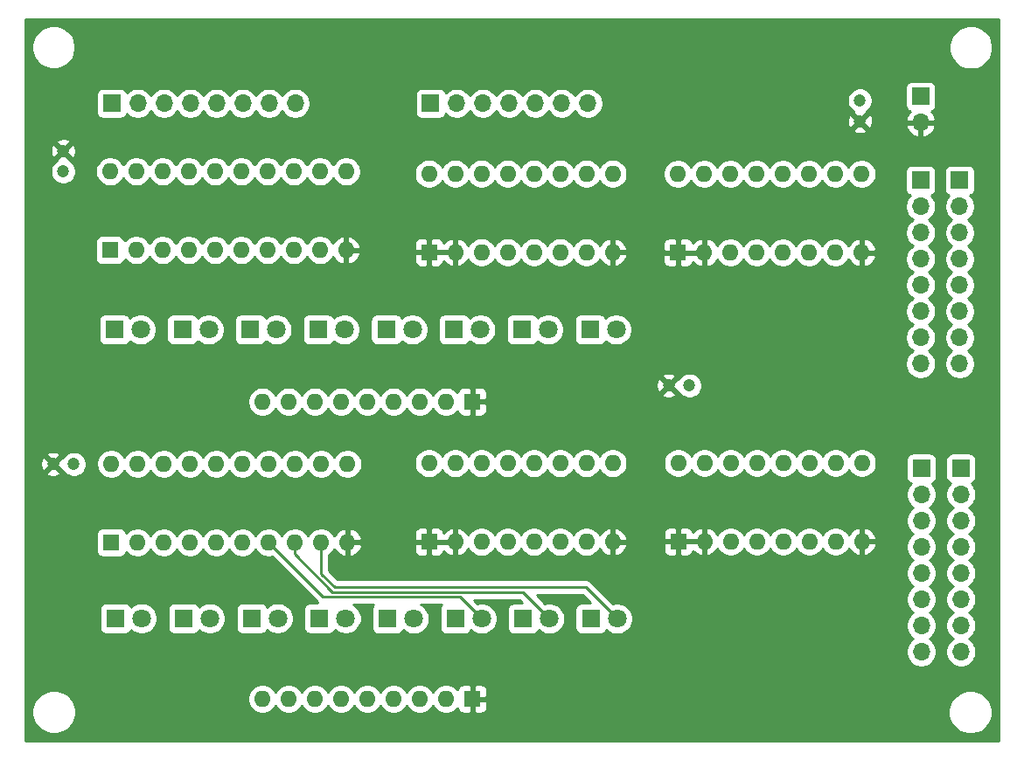
<source format=gbr>
%TF.GenerationSoftware,KiCad,Pcbnew,(5.1.9-0-10_14)*%
%TF.CreationDate,2021-04-27T01:12:58-04:00*%
%TF.ProjectId,REGISTER,52454749-5354-4455-922e-6b696361645f,rev?*%
%TF.SameCoordinates,Original*%
%TF.FileFunction,Copper,L4,Bot*%
%TF.FilePolarity,Positive*%
%FSLAX46Y46*%
G04 Gerber Fmt 4.6, Leading zero omitted, Abs format (unit mm)*
G04 Created by KiCad (PCBNEW (5.1.9-0-10_14)) date 2021-04-27 01:12:58*
%MOMM*%
%LPD*%
G01*
G04 APERTURE LIST*
%TA.AperFunction,ComponentPad*%
%ADD10O,1.700000X1.700000*%
%TD*%
%TA.AperFunction,ComponentPad*%
%ADD11R,1.700000X1.700000*%
%TD*%
%TA.AperFunction,ComponentPad*%
%ADD12C,1.200000*%
%TD*%
%TA.AperFunction,ComponentPad*%
%ADD13O,1.600000X1.600000*%
%TD*%
%TA.AperFunction,ComponentPad*%
%ADD14R,1.600000X1.600000*%
%TD*%
%TA.AperFunction,ComponentPad*%
%ADD15C,1.800000*%
%TD*%
%TA.AperFunction,ComponentPad*%
%ADD16R,1.800000X1.800000*%
%TD*%
%TA.AperFunction,Conductor*%
%ADD17C,0.250000*%
%TD*%
%TA.AperFunction,Conductor*%
%ADD18C,0.700000*%
%TD*%
%TA.AperFunction,Conductor*%
%ADD19C,0.254000*%
%TD*%
%TA.AperFunction,Conductor*%
%ADD20C,0.100000*%
%TD*%
G04 APERTURE END LIST*
D10*
%TO.P,J6,7*%
%TO.N,/CLK*%
X122123200Y-87833200D03*
%TO.P,J6,6*%
%TO.N,/RS2*%
X119583200Y-87833200D03*
%TO.P,J6,5*%
%TO.N,/AI*%
X117043200Y-87833200D03*
%TO.P,J6,4*%
%TO.N,/AO*%
X114503200Y-87833200D03*
%TO.P,J6,3*%
%TO.N,/RS2*%
X111963200Y-87833200D03*
%TO.P,J6,2*%
%TO.N,/BI*%
X109423200Y-87833200D03*
D11*
%TO.P,J6,1*%
%TO.N,/BO*%
X106883200Y-87833200D03*
%TD*%
D10*
%TO.P,J3,2*%
%TO.N,GND*%
X154343100Y-89687400D03*
D11*
%TO.P,J3,1*%
%TO.N,VCC*%
X154343100Y-87147400D03*
%TD*%
D12*
%TO.P,C4,2*%
%TO.N,GND*%
X129953000Y-115176300D03*
%TO.P,C4,1*%
%TO.N,VCC*%
X131953000Y-115176300D03*
%TD*%
%TO.P,C3,2*%
%TO.N,GND*%
X148463000Y-89553800D03*
%TO.P,C3,1*%
%TO.N,VCC*%
X148463000Y-87553800D03*
%TD*%
%TO.P,C2,2*%
%TO.N,GND*%
X70351900Y-122796300D03*
%TO.P,C2,1*%
%TO.N,VCC*%
X72351900Y-122796300D03*
%TD*%
%TO.P,C1,2*%
%TO.N,GND*%
X71323200Y-92437200D03*
%TO.P,C1,1*%
%TO.N,VCC*%
X71323200Y-94437200D03*
%TD*%
D13*
%TO.P,U6,16*%
%TO.N,VCC*%
X130860800Y-122682000D03*
%TO.P,U6,8*%
%TO.N,GND*%
X148640800Y-130302000D03*
%TO.P,U6,15*%
%TO.N,/RS2*%
X133400800Y-122682000D03*
%TO.P,U6,7*%
%TO.N,/CLK*%
X146100800Y-130302000D03*
%TO.P,U6,14*%
%TO.N,/I4*%
X135940800Y-122682000D03*
%TO.P,U6,6*%
%TO.N,/B1*%
X143560800Y-130302000D03*
%TO.P,U6,13*%
%TO.N,/I3*%
X138480800Y-122682000D03*
%TO.P,U6,5*%
%TO.N,/B2*%
X141020800Y-130302000D03*
%TO.P,U6,12*%
%TO.N,/I2*%
X141020800Y-122682000D03*
%TO.P,U6,4*%
%TO.N,/B3*%
X138480800Y-130302000D03*
%TO.P,U6,11*%
%TO.N,/I1*%
X143560800Y-122682000D03*
%TO.P,U6,3*%
%TO.N,/B4*%
X135940800Y-130302000D03*
%TO.P,U6,10*%
%TO.N,/BI*%
X146100800Y-122682000D03*
%TO.P,U6,2*%
%TO.N,GND*%
X133400800Y-130302000D03*
%TO.P,U6,9*%
%TO.N,/BI*%
X148640800Y-122682000D03*
D14*
%TO.P,U6,1*%
%TO.N,GND*%
X130860800Y-130302000D03*
%TD*%
D13*
%TO.P,U5,16*%
%TO.N,VCC*%
X106730800Y-122707400D03*
%TO.P,U5,8*%
%TO.N,GND*%
X124510800Y-130327400D03*
%TO.P,U5,15*%
%TO.N,/RS2*%
X109270800Y-122707400D03*
%TO.P,U5,7*%
%TO.N,/CLK*%
X121970800Y-130327400D03*
%TO.P,U5,14*%
%TO.N,/I8*%
X111810800Y-122707400D03*
%TO.P,U5,6*%
%TO.N,/B5*%
X119430800Y-130327400D03*
%TO.P,U5,13*%
%TO.N,/I7*%
X114350800Y-122707400D03*
%TO.P,U5,5*%
%TO.N,/B6*%
X116890800Y-130327400D03*
%TO.P,U5,12*%
%TO.N,/I6*%
X116890800Y-122707400D03*
%TO.P,U5,4*%
%TO.N,/B7*%
X114350800Y-130327400D03*
%TO.P,U5,11*%
%TO.N,/I5*%
X119430800Y-122707400D03*
%TO.P,U5,3*%
%TO.N,/B8*%
X111810800Y-130327400D03*
%TO.P,U5,10*%
%TO.N,/BI*%
X121970800Y-122707400D03*
%TO.P,U5,2*%
%TO.N,GND*%
X109270800Y-130327400D03*
%TO.P,U5,9*%
%TO.N,/BI*%
X124510800Y-122707400D03*
D14*
%TO.P,U5,1*%
%TO.N,GND*%
X106730800Y-130327400D03*
%TD*%
D13*
%TO.P,U4,20*%
%TO.N,VCC*%
X75971400Y-122758200D03*
%TO.P,U4,10*%
%TO.N,GND*%
X98831400Y-130378200D03*
%TO.P,U4,19*%
%TO.N,/BO*%
X78511400Y-122758200D03*
%TO.P,U4,9*%
%TO.N,/B1*%
X96291400Y-130378200D03*
%TO.P,U4,18*%
%TO.N,/I8*%
X81051400Y-122758200D03*
%TO.P,U4,8*%
%TO.N,/B2*%
X93751400Y-130378200D03*
%TO.P,U4,17*%
%TO.N,/I7*%
X83591400Y-122758200D03*
%TO.P,U4,7*%
%TO.N,/B3*%
X91211400Y-130378200D03*
%TO.P,U4,16*%
%TO.N,/I6*%
X86131400Y-122758200D03*
%TO.P,U4,6*%
%TO.N,/B4*%
X88671400Y-130378200D03*
%TO.P,U4,15*%
%TO.N,/I5*%
X88671400Y-122758200D03*
%TO.P,U4,5*%
%TO.N,/B5*%
X86131400Y-130378200D03*
%TO.P,U4,14*%
%TO.N,/I4*%
X91211400Y-122758200D03*
%TO.P,U4,4*%
%TO.N,/B6*%
X83591400Y-130378200D03*
%TO.P,U4,13*%
%TO.N,/I3*%
X93751400Y-122758200D03*
%TO.P,U4,3*%
%TO.N,/B7*%
X81051400Y-130378200D03*
%TO.P,U4,12*%
%TO.N,/I2*%
X96291400Y-122758200D03*
%TO.P,U4,2*%
%TO.N,/B8*%
X78511400Y-130378200D03*
%TO.P,U4,11*%
%TO.N,/I1*%
X98831400Y-122758200D03*
D14*
%TO.P,U4,1*%
%TO.N,VCC*%
X75971400Y-130378200D03*
%TD*%
D13*
%TO.P,U3,16*%
%TO.N,VCC*%
X130835400Y-94665800D03*
%TO.P,U3,8*%
%TO.N,GND*%
X148615400Y-102285800D03*
%TO.P,U3,15*%
%TO.N,/RS2*%
X133375400Y-94665800D03*
%TO.P,U3,7*%
%TO.N,/CLK*%
X146075400Y-102285800D03*
%TO.P,U3,14*%
%TO.N,/I4*%
X135915400Y-94665800D03*
%TO.P,U3,6*%
%TO.N,/A1*%
X143535400Y-102285800D03*
%TO.P,U3,13*%
%TO.N,/I3*%
X138455400Y-94665800D03*
%TO.P,U3,5*%
%TO.N,/A2*%
X140995400Y-102285800D03*
%TO.P,U3,12*%
%TO.N,/I2*%
X140995400Y-94665800D03*
%TO.P,U3,4*%
%TO.N,/A3*%
X138455400Y-102285800D03*
%TO.P,U3,11*%
%TO.N,/I1*%
X143535400Y-94665800D03*
%TO.P,U3,3*%
%TO.N,/A4*%
X135915400Y-102285800D03*
%TO.P,U3,10*%
%TO.N,/AI*%
X146075400Y-94665800D03*
%TO.P,U3,2*%
%TO.N,GND*%
X133375400Y-102285800D03*
%TO.P,U3,9*%
%TO.N,/AI*%
X148615400Y-94665800D03*
D14*
%TO.P,U3,1*%
%TO.N,GND*%
X130835400Y-102285800D03*
%TD*%
D13*
%TO.P,U2,16*%
%TO.N,VCC*%
X106730800Y-94640400D03*
%TO.P,U2,8*%
%TO.N,GND*%
X124510800Y-102260400D03*
%TO.P,U2,15*%
%TO.N,/RS2*%
X109270800Y-94640400D03*
%TO.P,U2,7*%
%TO.N,/CLK*%
X121970800Y-102260400D03*
%TO.P,U2,14*%
%TO.N,/I8*%
X111810800Y-94640400D03*
%TO.P,U2,6*%
%TO.N,/A5*%
X119430800Y-102260400D03*
%TO.P,U2,13*%
%TO.N,/I7*%
X114350800Y-94640400D03*
%TO.P,U2,5*%
%TO.N,/A6*%
X116890800Y-102260400D03*
%TO.P,U2,12*%
%TO.N,/I6*%
X116890800Y-94640400D03*
%TO.P,U2,4*%
%TO.N,/A7*%
X114350800Y-102260400D03*
%TO.P,U2,11*%
%TO.N,/I5*%
X119430800Y-94640400D03*
%TO.P,U2,3*%
%TO.N,/A8*%
X111810800Y-102260400D03*
%TO.P,U2,10*%
%TO.N,/AI*%
X121970800Y-94640400D03*
%TO.P,U2,2*%
%TO.N,GND*%
X109270800Y-102260400D03*
%TO.P,U2,9*%
%TO.N,/AI*%
X124510800Y-94640400D03*
D14*
%TO.P,U2,1*%
%TO.N,GND*%
X106730800Y-102260400D03*
%TD*%
D13*
%TO.P,U1,20*%
%TO.N,VCC*%
X75844400Y-94437200D03*
%TO.P,U1,10*%
%TO.N,GND*%
X98704400Y-102057200D03*
%TO.P,U1,19*%
%TO.N,/AO*%
X78384400Y-94437200D03*
%TO.P,U1,9*%
%TO.N,/A1*%
X96164400Y-102057200D03*
%TO.P,U1,18*%
%TO.N,/I8*%
X80924400Y-94437200D03*
%TO.P,U1,8*%
%TO.N,/A2*%
X93624400Y-102057200D03*
%TO.P,U1,17*%
%TO.N,/I7*%
X83464400Y-94437200D03*
%TO.P,U1,7*%
%TO.N,/A3*%
X91084400Y-102057200D03*
%TO.P,U1,16*%
%TO.N,/I6*%
X86004400Y-94437200D03*
%TO.P,U1,6*%
%TO.N,/A4*%
X88544400Y-102057200D03*
%TO.P,U1,15*%
%TO.N,/I5*%
X88544400Y-94437200D03*
%TO.P,U1,5*%
%TO.N,/A5*%
X86004400Y-102057200D03*
%TO.P,U1,14*%
%TO.N,/I4*%
X91084400Y-94437200D03*
%TO.P,U1,4*%
%TO.N,/A6*%
X83464400Y-102057200D03*
%TO.P,U1,13*%
%TO.N,/I3*%
X93624400Y-94437200D03*
%TO.P,U1,3*%
%TO.N,/A7*%
X80924400Y-102057200D03*
%TO.P,U1,12*%
%TO.N,/I2*%
X96164400Y-94437200D03*
%TO.P,U1,2*%
%TO.N,/A8*%
X78384400Y-102057200D03*
%TO.P,U1,11*%
%TO.N,/I1*%
X98704400Y-94437200D03*
D14*
%TO.P,U1,1*%
%TO.N,VCC*%
X75844400Y-102057200D03*
%TD*%
D13*
%TO.P,RN2,9*%
%TO.N,Net-(D9-Pad1)*%
X90614500Y-145554700D03*
%TO.P,RN2,8*%
%TO.N,Net-(D10-Pad1)*%
X93154500Y-145554700D03*
%TO.P,RN2,7*%
%TO.N,Net-(D11-Pad1)*%
X95694500Y-145554700D03*
%TO.P,RN2,6*%
%TO.N,Net-(D12-Pad1)*%
X98234500Y-145554700D03*
%TO.P,RN2,5*%
%TO.N,Net-(D13-Pad1)*%
X100774500Y-145554700D03*
%TO.P,RN2,4*%
%TO.N,Net-(D14-Pad1)*%
X103314500Y-145554700D03*
%TO.P,RN2,3*%
%TO.N,Net-(D15-Pad1)*%
X105854500Y-145554700D03*
%TO.P,RN2,2*%
%TO.N,Net-(D16-Pad1)*%
X108394500Y-145554700D03*
D14*
%TO.P,RN2,1*%
%TO.N,GND*%
X110934500Y-145554700D03*
%TD*%
D13*
%TO.P,RN1,9*%
%TO.N,Net-(D1-Pad1)*%
X90601800Y-116738400D03*
%TO.P,RN1,8*%
%TO.N,Net-(D2-Pad1)*%
X93141800Y-116738400D03*
%TO.P,RN1,7*%
%TO.N,Net-(D3-Pad1)*%
X95681800Y-116738400D03*
%TO.P,RN1,6*%
%TO.N,Net-(D4-Pad1)*%
X98221800Y-116738400D03*
%TO.P,RN1,5*%
%TO.N,Net-(D5-Pad1)*%
X100761800Y-116738400D03*
%TO.P,RN1,4*%
%TO.N,Net-(D6-Pad1)*%
X103301800Y-116738400D03*
%TO.P,RN1,3*%
%TO.N,Net-(D7-Pad1)*%
X105841800Y-116738400D03*
%TO.P,RN1,2*%
%TO.N,Net-(D8-Pad1)*%
X108381800Y-116738400D03*
D14*
%TO.P,RN1,1*%
%TO.N,GND*%
X110921800Y-116738400D03*
%TD*%
D10*
%TO.P,J8,8*%
%TO.N,/A8*%
X154330400Y-113068100D03*
%TO.P,J8,7*%
%TO.N,/A7*%
X154330400Y-110528100D03*
%TO.P,J8,6*%
%TO.N,/A6*%
X154330400Y-107988100D03*
%TO.P,J8,5*%
%TO.N,/A5*%
X154330400Y-105448100D03*
%TO.P,J8,4*%
%TO.N,/A4*%
X154330400Y-102908100D03*
%TO.P,J8,3*%
%TO.N,/A3*%
X154330400Y-100368100D03*
%TO.P,J8,2*%
%TO.N,/A2*%
X154330400Y-97828100D03*
D11*
%TO.P,J8,1*%
%TO.N,/A1*%
X154330400Y-95288100D03*
%TD*%
D10*
%TO.P,J7,8*%
%TO.N,/A8*%
X158115000Y-113068100D03*
%TO.P,J7,7*%
%TO.N,/A7*%
X158115000Y-110528100D03*
%TO.P,J7,6*%
%TO.N,/A6*%
X158115000Y-107988100D03*
%TO.P,J7,5*%
%TO.N,/A5*%
X158115000Y-105448100D03*
%TO.P,J7,4*%
%TO.N,/A4*%
X158115000Y-102908100D03*
%TO.P,J7,3*%
%TO.N,/A3*%
X158115000Y-100368100D03*
%TO.P,J7,2*%
%TO.N,/A2*%
X158115000Y-97828100D03*
D11*
%TO.P,J7,1*%
%TO.N,/A1*%
X158115000Y-95288100D03*
%TD*%
D10*
%TO.P,J5,8*%
%TO.N,/I1*%
X93776800Y-87833200D03*
%TO.P,J5,7*%
%TO.N,/I2*%
X91236800Y-87833200D03*
%TO.P,J5,6*%
%TO.N,/I3*%
X88696800Y-87833200D03*
%TO.P,J5,5*%
%TO.N,/I4*%
X86156800Y-87833200D03*
%TO.P,J5,4*%
%TO.N,/I5*%
X83616800Y-87833200D03*
%TO.P,J5,3*%
%TO.N,/I6*%
X81076800Y-87833200D03*
%TO.P,J5,2*%
%TO.N,/I7*%
X78536800Y-87833200D03*
D11*
%TO.P,J5,1*%
%TO.N,/I8*%
X75996800Y-87833200D03*
%TD*%
D10*
%TO.P,J2,8*%
%TO.N,/B8*%
X154406600Y-140982700D03*
%TO.P,J2,7*%
%TO.N,/B7*%
X154406600Y-138442700D03*
%TO.P,J2,6*%
%TO.N,/B6*%
X154406600Y-135902700D03*
%TO.P,J2,5*%
%TO.N,/B5*%
X154406600Y-133362700D03*
%TO.P,J2,4*%
%TO.N,/B4*%
X154406600Y-130822700D03*
%TO.P,J2,3*%
%TO.N,/B3*%
X154406600Y-128282700D03*
%TO.P,J2,2*%
%TO.N,/B2*%
X154406600Y-125742700D03*
D11*
%TO.P,J2,1*%
%TO.N,/B1*%
X154406600Y-123202700D03*
%TD*%
D10*
%TO.P,J1,8*%
%TO.N,/B8*%
X158242000Y-140982700D03*
%TO.P,J1,7*%
%TO.N,/B7*%
X158242000Y-138442700D03*
%TO.P,J1,6*%
%TO.N,/B6*%
X158242000Y-135902700D03*
%TO.P,J1,5*%
%TO.N,/B5*%
X158242000Y-133362700D03*
%TO.P,J1,4*%
%TO.N,/B4*%
X158242000Y-130822700D03*
%TO.P,J1,3*%
%TO.N,/B3*%
X158242000Y-128282700D03*
%TO.P,J1,2*%
%TO.N,/B2*%
X158242000Y-125742700D03*
D11*
%TO.P,J1,1*%
%TO.N,/B1*%
X158242000Y-123202700D03*
%TD*%
D15*
%TO.P,D16,2*%
%TO.N,/B1*%
X124942600Y-137769600D03*
D16*
%TO.P,D16,1*%
%TO.N,Net-(D16-Pad1)*%
X122402600Y-137769600D03*
%TD*%
D15*
%TO.P,D15,2*%
%TO.N,/B2*%
X118389400Y-137769600D03*
D16*
%TO.P,D15,1*%
%TO.N,Net-(D15-Pad1)*%
X115849400Y-137769600D03*
%TD*%
D15*
%TO.P,D14,2*%
%TO.N,/B3*%
X111836200Y-137769600D03*
D16*
%TO.P,D14,1*%
%TO.N,Net-(D14-Pad1)*%
X109296200Y-137769600D03*
%TD*%
D15*
%TO.P,D13,2*%
%TO.N,/B4*%
X105257600Y-137769600D03*
D16*
%TO.P,D13,1*%
%TO.N,Net-(D13-Pad1)*%
X102717600Y-137769600D03*
%TD*%
D15*
%TO.P,D12,2*%
%TO.N,/B5*%
X98679000Y-137744200D03*
D16*
%TO.P,D12,1*%
%TO.N,Net-(D12-Pad1)*%
X96139000Y-137744200D03*
%TD*%
D15*
%TO.P,D11,2*%
%TO.N,/B6*%
X92100400Y-137744200D03*
D16*
%TO.P,D11,1*%
%TO.N,Net-(D11-Pad1)*%
X89560400Y-137744200D03*
%TD*%
D15*
%TO.P,D10,2*%
%TO.N,/B7*%
X85521800Y-137744200D03*
D16*
%TO.P,D10,1*%
%TO.N,Net-(D10-Pad1)*%
X82981800Y-137744200D03*
%TD*%
D15*
%TO.P,D9,2*%
%TO.N,/B8*%
X78917800Y-137744200D03*
D16*
%TO.P,D9,1*%
%TO.N,Net-(D9-Pad1)*%
X76377800Y-137744200D03*
%TD*%
D15*
%TO.P,D8,2*%
%TO.N,/A1*%
X124866400Y-109753400D03*
D16*
%TO.P,D8,1*%
%TO.N,Net-(D8-Pad1)*%
X122326400Y-109753400D03*
%TD*%
D15*
%TO.P,D7,2*%
%TO.N,/A2*%
X118287800Y-109753400D03*
D16*
%TO.P,D7,1*%
%TO.N,Net-(D7-Pad1)*%
X115747800Y-109753400D03*
%TD*%
D15*
%TO.P,D6,2*%
%TO.N,/A3*%
X111709200Y-109753400D03*
D16*
%TO.P,D6,1*%
%TO.N,Net-(D6-Pad1)*%
X109169200Y-109753400D03*
%TD*%
D15*
%TO.P,D5,2*%
%TO.N,/A4*%
X105130600Y-109753400D03*
D16*
%TO.P,D5,1*%
%TO.N,Net-(D5-Pad1)*%
X102590600Y-109753400D03*
%TD*%
D15*
%TO.P,D4,2*%
%TO.N,/A5*%
X98552000Y-109753400D03*
D16*
%TO.P,D4,1*%
%TO.N,Net-(D4-Pad1)*%
X96012000Y-109753400D03*
%TD*%
D15*
%TO.P,D3,2*%
%TO.N,/A6*%
X91973400Y-109753400D03*
D16*
%TO.P,D3,1*%
%TO.N,Net-(D3-Pad1)*%
X89433400Y-109753400D03*
%TD*%
D15*
%TO.P,D2,2*%
%TO.N,/A7*%
X85394800Y-109753400D03*
D16*
%TO.P,D2,1*%
%TO.N,Net-(D2-Pad1)*%
X82854800Y-109753400D03*
%TD*%
D15*
%TO.P,D1,2*%
%TO.N,/A8*%
X78816200Y-109753400D03*
D16*
%TO.P,D1,1*%
%TO.N,Net-(D1-Pad1)*%
X76276200Y-109753400D03*
%TD*%
D17*
%TO.N,GND*%
X106680000Y-130378200D02*
X106730800Y-130327400D01*
D18*
X106730800Y-130327400D02*
X106743500Y-130340100D01*
D17*
%TO.N,/B3*%
X111836200Y-137769600D02*
X109700922Y-135634322D01*
X109700922Y-135634322D02*
X96467522Y-135634322D01*
X96467522Y-135634322D02*
X91211400Y-130378200D01*
%TO.N,/B2*%
X93751400Y-130378200D02*
X93751400Y-131535311D01*
X93751400Y-131535311D02*
X97400400Y-135184311D01*
X97400400Y-135184311D02*
X115804111Y-135184311D01*
X115804111Y-135184311D02*
X118389400Y-137769600D01*
%TO.N,/B1*%
X121907300Y-134734300D02*
X124942600Y-137769600D01*
X96291400Y-130378200D02*
X96291400Y-133438900D01*
X97586800Y-134734300D02*
X121907300Y-134734300D01*
X96291400Y-133438900D02*
X97586800Y-134734300D01*
%TD*%
D19*
%TO.N,GND*%
X161900401Y-149594100D02*
X67690200Y-149594100D01*
X67690200Y-146601721D01*
X68286500Y-146601721D01*
X68286500Y-147022279D01*
X68368547Y-147434756D01*
X68529488Y-147823302D01*
X68763137Y-148172983D01*
X69060517Y-148470363D01*
X69410198Y-148704012D01*
X69798744Y-148864953D01*
X70211221Y-148947000D01*
X70631779Y-148947000D01*
X71044256Y-148864953D01*
X71432802Y-148704012D01*
X71782483Y-148470363D01*
X72079863Y-148172983D01*
X72313512Y-147823302D01*
X72474453Y-147434756D01*
X72556500Y-147022279D01*
X72556500Y-146601721D01*
X72474453Y-146189244D01*
X72313512Y-145800698D01*
X72079863Y-145451017D01*
X72042211Y-145413365D01*
X89179500Y-145413365D01*
X89179500Y-145696035D01*
X89234647Y-145973274D01*
X89342820Y-146234427D01*
X89499863Y-146469459D01*
X89699741Y-146669337D01*
X89934773Y-146826380D01*
X90195926Y-146934553D01*
X90473165Y-146989700D01*
X90755835Y-146989700D01*
X91033074Y-146934553D01*
X91294227Y-146826380D01*
X91529259Y-146669337D01*
X91729137Y-146469459D01*
X91884500Y-146236941D01*
X92039863Y-146469459D01*
X92239741Y-146669337D01*
X92474773Y-146826380D01*
X92735926Y-146934553D01*
X93013165Y-146989700D01*
X93295835Y-146989700D01*
X93573074Y-146934553D01*
X93834227Y-146826380D01*
X94069259Y-146669337D01*
X94269137Y-146469459D01*
X94424500Y-146236941D01*
X94579863Y-146469459D01*
X94779741Y-146669337D01*
X95014773Y-146826380D01*
X95275926Y-146934553D01*
X95553165Y-146989700D01*
X95835835Y-146989700D01*
X96113074Y-146934553D01*
X96374227Y-146826380D01*
X96609259Y-146669337D01*
X96809137Y-146469459D01*
X96964500Y-146236941D01*
X97119863Y-146469459D01*
X97319741Y-146669337D01*
X97554773Y-146826380D01*
X97815926Y-146934553D01*
X98093165Y-146989700D01*
X98375835Y-146989700D01*
X98653074Y-146934553D01*
X98914227Y-146826380D01*
X99149259Y-146669337D01*
X99349137Y-146469459D01*
X99504500Y-146236941D01*
X99659863Y-146469459D01*
X99859741Y-146669337D01*
X100094773Y-146826380D01*
X100355926Y-146934553D01*
X100633165Y-146989700D01*
X100915835Y-146989700D01*
X101193074Y-146934553D01*
X101454227Y-146826380D01*
X101689259Y-146669337D01*
X101889137Y-146469459D01*
X102044500Y-146236941D01*
X102199863Y-146469459D01*
X102399741Y-146669337D01*
X102634773Y-146826380D01*
X102895926Y-146934553D01*
X103173165Y-146989700D01*
X103455835Y-146989700D01*
X103733074Y-146934553D01*
X103994227Y-146826380D01*
X104229259Y-146669337D01*
X104429137Y-146469459D01*
X104584500Y-146236941D01*
X104739863Y-146469459D01*
X104939741Y-146669337D01*
X105174773Y-146826380D01*
X105435926Y-146934553D01*
X105713165Y-146989700D01*
X105995835Y-146989700D01*
X106273074Y-146934553D01*
X106534227Y-146826380D01*
X106769259Y-146669337D01*
X106969137Y-146469459D01*
X107124500Y-146236941D01*
X107279863Y-146469459D01*
X107479741Y-146669337D01*
X107714773Y-146826380D01*
X107975926Y-146934553D01*
X108253165Y-146989700D01*
X108535835Y-146989700D01*
X108813074Y-146934553D01*
X109074227Y-146826380D01*
X109309259Y-146669337D01*
X109507857Y-146470739D01*
X109508688Y-146479182D01*
X109544998Y-146598880D01*
X109603963Y-146709194D01*
X109683315Y-146805885D01*
X109780006Y-146885237D01*
X109890320Y-146944202D01*
X110010018Y-146980512D01*
X110134500Y-146992772D01*
X110648750Y-146989700D01*
X110807500Y-146830950D01*
X110807500Y-145681700D01*
X111061500Y-145681700D01*
X111061500Y-146830950D01*
X111220250Y-146989700D01*
X111734500Y-146992772D01*
X111858982Y-146980512D01*
X111978680Y-146944202D01*
X112088994Y-146885237D01*
X112185685Y-146805885D01*
X112265037Y-146709194D01*
X112308906Y-146627121D01*
X157021400Y-146627121D01*
X157021400Y-147047679D01*
X157103447Y-147460156D01*
X157264388Y-147848702D01*
X157498037Y-148198383D01*
X157795417Y-148495763D01*
X158145098Y-148729412D01*
X158533644Y-148890353D01*
X158946121Y-148972400D01*
X159366679Y-148972400D01*
X159779156Y-148890353D01*
X160167702Y-148729412D01*
X160517383Y-148495763D01*
X160814763Y-148198383D01*
X161048412Y-147848702D01*
X161209353Y-147460156D01*
X161291400Y-147047679D01*
X161291400Y-146627121D01*
X161209353Y-146214644D01*
X161048412Y-145826098D01*
X160814763Y-145476417D01*
X160517383Y-145179037D01*
X160167702Y-144945388D01*
X159779156Y-144784447D01*
X159366679Y-144702400D01*
X158946121Y-144702400D01*
X158533644Y-144784447D01*
X158145098Y-144945388D01*
X157795417Y-145179037D01*
X157498037Y-145476417D01*
X157264388Y-145826098D01*
X157103447Y-146214644D01*
X157021400Y-146627121D01*
X112308906Y-146627121D01*
X112324002Y-146598880D01*
X112360312Y-146479182D01*
X112372572Y-146354700D01*
X112369500Y-145840450D01*
X112210750Y-145681700D01*
X111061500Y-145681700D01*
X110807500Y-145681700D01*
X110787500Y-145681700D01*
X110787500Y-145427700D01*
X110807500Y-145427700D01*
X110807500Y-144278450D01*
X111061500Y-144278450D01*
X111061500Y-145427700D01*
X112210750Y-145427700D01*
X112369500Y-145268950D01*
X112372572Y-144754700D01*
X112360312Y-144630218D01*
X112324002Y-144510520D01*
X112265037Y-144400206D01*
X112185685Y-144303515D01*
X112088994Y-144224163D01*
X111978680Y-144165198D01*
X111858982Y-144128888D01*
X111734500Y-144116628D01*
X111220250Y-144119700D01*
X111061500Y-144278450D01*
X110807500Y-144278450D01*
X110648750Y-144119700D01*
X110134500Y-144116628D01*
X110010018Y-144128888D01*
X109890320Y-144165198D01*
X109780006Y-144224163D01*
X109683315Y-144303515D01*
X109603963Y-144400206D01*
X109544998Y-144510520D01*
X109508688Y-144630218D01*
X109507857Y-144638661D01*
X109309259Y-144440063D01*
X109074227Y-144283020D01*
X108813074Y-144174847D01*
X108535835Y-144119700D01*
X108253165Y-144119700D01*
X107975926Y-144174847D01*
X107714773Y-144283020D01*
X107479741Y-144440063D01*
X107279863Y-144639941D01*
X107124500Y-144872459D01*
X106969137Y-144639941D01*
X106769259Y-144440063D01*
X106534227Y-144283020D01*
X106273074Y-144174847D01*
X105995835Y-144119700D01*
X105713165Y-144119700D01*
X105435926Y-144174847D01*
X105174773Y-144283020D01*
X104939741Y-144440063D01*
X104739863Y-144639941D01*
X104584500Y-144872459D01*
X104429137Y-144639941D01*
X104229259Y-144440063D01*
X103994227Y-144283020D01*
X103733074Y-144174847D01*
X103455835Y-144119700D01*
X103173165Y-144119700D01*
X102895926Y-144174847D01*
X102634773Y-144283020D01*
X102399741Y-144440063D01*
X102199863Y-144639941D01*
X102044500Y-144872459D01*
X101889137Y-144639941D01*
X101689259Y-144440063D01*
X101454227Y-144283020D01*
X101193074Y-144174847D01*
X100915835Y-144119700D01*
X100633165Y-144119700D01*
X100355926Y-144174847D01*
X100094773Y-144283020D01*
X99859741Y-144440063D01*
X99659863Y-144639941D01*
X99504500Y-144872459D01*
X99349137Y-144639941D01*
X99149259Y-144440063D01*
X98914227Y-144283020D01*
X98653074Y-144174847D01*
X98375835Y-144119700D01*
X98093165Y-144119700D01*
X97815926Y-144174847D01*
X97554773Y-144283020D01*
X97319741Y-144440063D01*
X97119863Y-144639941D01*
X96964500Y-144872459D01*
X96809137Y-144639941D01*
X96609259Y-144440063D01*
X96374227Y-144283020D01*
X96113074Y-144174847D01*
X95835835Y-144119700D01*
X95553165Y-144119700D01*
X95275926Y-144174847D01*
X95014773Y-144283020D01*
X94779741Y-144440063D01*
X94579863Y-144639941D01*
X94424500Y-144872459D01*
X94269137Y-144639941D01*
X94069259Y-144440063D01*
X93834227Y-144283020D01*
X93573074Y-144174847D01*
X93295835Y-144119700D01*
X93013165Y-144119700D01*
X92735926Y-144174847D01*
X92474773Y-144283020D01*
X92239741Y-144440063D01*
X92039863Y-144639941D01*
X91884500Y-144872459D01*
X91729137Y-144639941D01*
X91529259Y-144440063D01*
X91294227Y-144283020D01*
X91033074Y-144174847D01*
X90755835Y-144119700D01*
X90473165Y-144119700D01*
X90195926Y-144174847D01*
X89934773Y-144283020D01*
X89699741Y-144440063D01*
X89499863Y-144639941D01*
X89342820Y-144874973D01*
X89234647Y-145136126D01*
X89179500Y-145413365D01*
X72042211Y-145413365D01*
X71782483Y-145153637D01*
X71432802Y-144919988D01*
X71044256Y-144759047D01*
X70631779Y-144677000D01*
X70211221Y-144677000D01*
X69798744Y-144759047D01*
X69410198Y-144919988D01*
X69060517Y-145153637D01*
X68763137Y-145451017D01*
X68529488Y-145800698D01*
X68368547Y-146189244D01*
X68286500Y-146601721D01*
X67690200Y-146601721D01*
X67690200Y-136844200D01*
X74839728Y-136844200D01*
X74839728Y-138644200D01*
X74851988Y-138768682D01*
X74888298Y-138888380D01*
X74947263Y-138998694D01*
X75026615Y-139095385D01*
X75123306Y-139174737D01*
X75233620Y-139233702D01*
X75353318Y-139270012D01*
X75477800Y-139282272D01*
X77277800Y-139282272D01*
X77402282Y-139270012D01*
X77521980Y-139233702D01*
X77632294Y-139174737D01*
X77728985Y-139095385D01*
X77808337Y-138998694D01*
X77867302Y-138888380D01*
X77872856Y-138870073D01*
X77939295Y-138936512D01*
X78190705Y-139104499D01*
X78470057Y-139220211D01*
X78766616Y-139279200D01*
X79068984Y-139279200D01*
X79365543Y-139220211D01*
X79644895Y-139104499D01*
X79896305Y-138936512D01*
X80110112Y-138722705D01*
X80278099Y-138471295D01*
X80393811Y-138191943D01*
X80452800Y-137895384D01*
X80452800Y-137593016D01*
X80393811Y-137296457D01*
X80278099Y-137017105D01*
X80162568Y-136844200D01*
X81443728Y-136844200D01*
X81443728Y-138644200D01*
X81455988Y-138768682D01*
X81492298Y-138888380D01*
X81551263Y-138998694D01*
X81630615Y-139095385D01*
X81727306Y-139174737D01*
X81837620Y-139233702D01*
X81957318Y-139270012D01*
X82081800Y-139282272D01*
X83881800Y-139282272D01*
X84006282Y-139270012D01*
X84125980Y-139233702D01*
X84236294Y-139174737D01*
X84332985Y-139095385D01*
X84412337Y-138998694D01*
X84471302Y-138888380D01*
X84476856Y-138870073D01*
X84543295Y-138936512D01*
X84794705Y-139104499D01*
X85074057Y-139220211D01*
X85370616Y-139279200D01*
X85672984Y-139279200D01*
X85969543Y-139220211D01*
X86248895Y-139104499D01*
X86500305Y-138936512D01*
X86714112Y-138722705D01*
X86882099Y-138471295D01*
X86997811Y-138191943D01*
X87056800Y-137895384D01*
X87056800Y-137593016D01*
X86997811Y-137296457D01*
X86882099Y-137017105D01*
X86766568Y-136844200D01*
X88022328Y-136844200D01*
X88022328Y-138644200D01*
X88034588Y-138768682D01*
X88070898Y-138888380D01*
X88129863Y-138998694D01*
X88209215Y-139095385D01*
X88305906Y-139174737D01*
X88416220Y-139233702D01*
X88535918Y-139270012D01*
X88660400Y-139282272D01*
X90460400Y-139282272D01*
X90584882Y-139270012D01*
X90704580Y-139233702D01*
X90814894Y-139174737D01*
X90911585Y-139095385D01*
X90990937Y-138998694D01*
X91049902Y-138888380D01*
X91055456Y-138870073D01*
X91121895Y-138936512D01*
X91373305Y-139104499D01*
X91652657Y-139220211D01*
X91949216Y-139279200D01*
X92251584Y-139279200D01*
X92548143Y-139220211D01*
X92827495Y-139104499D01*
X93078905Y-138936512D01*
X93292712Y-138722705D01*
X93460699Y-138471295D01*
X93576411Y-138191943D01*
X93635400Y-137895384D01*
X93635400Y-137593016D01*
X93576411Y-137296457D01*
X93460699Y-137017105D01*
X93292712Y-136765695D01*
X93078905Y-136551888D01*
X92827495Y-136383901D01*
X92548143Y-136268189D01*
X92251584Y-136209200D01*
X91949216Y-136209200D01*
X91652657Y-136268189D01*
X91373305Y-136383901D01*
X91121895Y-136551888D01*
X91055456Y-136618327D01*
X91049902Y-136600020D01*
X90990937Y-136489706D01*
X90911585Y-136393015D01*
X90814894Y-136313663D01*
X90704580Y-136254698D01*
X90584882Y-136218388D01*
X90460400Y-136206128D01*
X88660400Y-136206128D01*
X88535918Y-136218388D01*
X88416220Y-136254698D01*
X88305906Y-136313663D01*
X88209215Y-136393015D01*
X88129863Y-136489706D01*
X88070898Y-136600020D01*
X88034588Y-136719718D01*
X88022328Y-136844200D01*
X86766568Y-136844200D01*
X86714112Y-136765695D01*
X86500305Y-136551888D01*
X86248895Y-136383901D01*
X85969543Y-136268189D01*
X85672984Y-136209200D01*
X85370616Y-136209200D01*
X85074057Y-136268189D01*
X84794705Y-136383901D01*
X84543295Y-136551888D01*
X84476856Y-136618327D01*
X84471302Y-136600020D01*
X84412337Y-136489706D01*
X84332985Y-136393015D01*
X84236294Y-136313663D01*
X84125980Y-136254698D01*
X84006282Y-136218388D01*
X83881800Y-136206128D01*
X82081800Y-136206128D01*
X81957318Y-136218388D01*
X81837620Y-136254698D01*
X81727306Y-136313663D01*
X81630615Y-136393015D01*
X81551263Y-136489706D01*
X81492298Y-136600020D01*
X81455988Y-136719718D01*
X81443728Y-136844200D01*
X80162568Y-136844200D01*
X80110112Y-136765695D01*
X79896305Y-136551888D01*
X79644895Y-136383901D01*
X79365543Y-136268189D01*
X79068984Y-136209200D01*
X78766616Y-136209200D01*
X78470057Y-136268189D01*
X78190705Y-136383901D01*
X77939295Y-136551888D01*
X77872856Y-136618327D01*
X77867302Y-136600020D01*
X77808337Y-136489706D01*
X77728985Y-136393015D01*
X77632294Y-136313663D01*
X77521980Y-136254698D01*
X77402282Y-136218388D01*
X77277800Y-136206128D01*
X75477800Y-136206128D01*
X75353318Y-136218388D01*
X75233620Y-136254698D01*
X75123306Y-136313663D01*
X75026615Y-136393015D01*
X74947263Y-136489706D01*
X74888298Y-136600020D01*
X74851988Y-136719718D01*
X74839728Y-136844200D01*
X67690200Y-136844200D01*
X67690200Y-129578200D01*
X74533328Y-129578200D01*
X74533328Y-131178200D01*
X74545588Y-131302682D01*
X74581898Y-131422380D01*
X74640863Y-131532694D01*
X74720215Y-131629385D01*
X74816906Y-131708737D01*
X74927220Y-131767702D01*
X75046918Y-131804012D01*
X75171400Y-131816272D01*
X76771400Y-131816272D01*
X76895882Y-131804012D01*
X77015580Y-131767702D01*
X77125894Y-131708737D01*
X77222585Y-131629385D01*
X77301937Y-131532694D01*
X77360902Y-131422380D01*
X77397212Y-131302682D01*
X77398043Y-131294239D01*
X77596641Y-131492837D01*
X77831673Y-131649880D01*
X78092826Y-131758053D01*
X78370065Y-131813200D01*
X78652735Y-131813200D01*
X78929974Y-131758053D01*
X79191127Y-131649880D01*
X79426159Y-131492837D01*
X79626037Y-131292959D01*
X79781400Y-131060441D01*
X79936763Y-131292959D01*
X80136641Y-131492837D01*
X80371673Y-131649880D01*
X80632826Y-131758053D01*
X80910065Y-131813200D01*
X81192735Y-131813200D01*
X81469974Y-131758053D01*
X81731127Y-131649880D01*
X81966159Y-131492837D01*
X82166037Y-131292959D01*
X82321400Y-131060441D01*
X82476763Y-131292959D01*
X82676641Y-131492837D01*
X82911673Y-131649880D01*
X83172826Y-131758053D01*
X83450065Y-131813200D01*
X83732735Y-131813200D01*
X84009974Y-131758053D01*
X84271127Y-131649880D01*
X84506159Y-131492837D01*
X84706037Y-131292959D01*
X84861400Y-131060441D01*
X85016763Y-131292959D01*
X85216641Y-131492837D01*
X85451673Y-131649880D01*
X85712826Y-131758053D01*
X85990065Y-131813200D01*
X86272735Y-131813200D01*
X86549974Y-131758053D01*
X86811127Y-131649880D01*
X87046159Y-131492837D01*
X87246037Y-131292959D01*
X87401400Y-131060441D01*
X87556763Y-131292959D01*
X87756641Y-131492837D01*
X87991673Y-131649880D01*
X88252826Y-131758053D01*
X88530065Y-131813200D01*
X88812735Y-131813200D01*
X89089974Y-131758053D01*
X89351127Y-131649880D01*
X89586159Y-131492837D01*
X89786037Y-131292959D01*
X89941400Y-131060441D01*
X90096763Y-131292959D01*
X90296641Y-131492837D01*
X90531673Y-131649880D01*
X90792826Y-131758053D01*
X91070065Y-131813200D01*
X91352735Y-131813200D01*
X91535287Y-131776888D01*
X95903722Y-136145324D01*
X95927521Y-136174323D01*
X95956519Y-136198121D01*
X95966275Y-136206128D01*
X95239000Y-136206128D01*
X95114518Y-136218388D01*
X94994820Y-136254698D01*
X94884506Y-136313663D01*
X94787815Y-136393015D01*
X94708463Y-136489706D01*
X94649498Y-136600020D01*
X94613188Y-136719718D01*
X94600928Y-136844200D01*
X94600928Y-138644200D01*
X94613188Y-138768682D01*
X94649498Y-138888380D01*
X94708463Y-138998694D01*
X94787815Y-139095385D01*
X94884506Y-139174737D01*
X94994820Y-139233702D01*
X95114518Y-139270012D01*
X95239000Y-139282272D01*
X97039000Y-139282272D01*
X97163482Y-139270012D01*
X97283180Y-139233702D01*
X97393494Y-139174737D01*
X97490185Y-139095385D01*
X97569537Y-138998694D01*
X97628502Y-138888380D01*
X97634056Y-138870073D01*
X97700495Y-138936512D01*
X97951905Y-139104499D01*
X98231257Y-139220211D01*
X98527816Y-139279200D01*
X98830184Y-139279200D01*
X99126743Y-139220211D01*
X99406095Y-139104499D01*
X99657505Y-138936512D01*
X99871312Y-138722705D01*
X100039299Y-138471295D01*
X100155011Y-138191943D01*
X100214000Y-137895384D01*
X100214000Y-137593016D01*
X100155011Y-137296457D01*
X100039299Y-137017105D01*
X99871312Y-136765695D01*
X99657505Y-136551888D01*
X99421691Y-136394322D01*
X101395772Y-136394322D01*
X101366415Y-136418415D01*
X101287063Y-136515106D01*
X101228098Y-136625420D01*
X101191788Y-136745118D01*
X101179528Y-136869600D01*
X101179528Y-138669600D01*
X101191788Y-138794082D01*
X101228098Y-138913780D01*
X101287063Y-139024094D01*
X101366415Y-139120785D01*
X101463106Y-139200137D01*
X101573420Y-139259102D01*
X101693118Y-139295412D01*
X101817600Y-139307672D01*
X103617600Y-139307672D01*
X103742082Y-139295412D01*
X103861780Y-139259102D01*
X103972094Y-139200137D01*
X104068785Y-139120785D01*
X104148137Y-139024094D01*
X104207102Y-138913780D01*
X104212656Y-138895473D01*
X104279095Y-138961912D01*
X104530505Y-139129899D01*
X104809857Y-139245611D01*
X105106416Y-139304600D01*
X105408784Y-139304600D01*
X105705343Y-139245611D01*
X105984695Y-139129899D01*
X106236105Y-138961912D01*
X106449912Y-138748105D01*
X106617899Y-138496695D01*
X106733611Y-138217343D01*
X106792600Y-137920784D01*
X106792600Y-137618416D01*
X106733611Y-137321857D01*
X106617899Y-137042505D01*
X106449912Y-136791095D01*
X106236105Y-136577288D01*
X105984695Y-136409301D01*
X105948533Y-136394322D01*
X107974372Y-136394322D01*
X107945015Y-136418415D01*
X107865663Y-136515106D01*
X107806698Y-136625420D01*
X107770388Y-136745118D01*
X107758128Y-136869600D01*
X107758128Y-138669600D01*
X107770388Y-138794082D01*
X107806698Y-138913780D01*
X107865663Y-139024094D01*
X107945015Y-139120785D01*
X108041706Y-139200137D01*
X108152020Y-139259102D01*
X108271718Y-139295412D01*
X108396200Y-139307672D01*
X110196200Y-139307672D01*
X110320682Y-139295412D01*
X110440380Y-139259102D01*
X110550694Y-139200137D01*
X110647385Y-139120785D01*
X110726737Y-139024094D01*
X110785702Y-138913780D01*
X110791256Y-138895473D01*
X110857695Y-138961912D01*
X111109105Y-139129899D01*
X111388457Y-139245611D01*
X111685016Y-139304600D01*
X111987384Y-139304600D01*
X112283943Y-139245611D01*
X112563295Y-139129899D01*
X112814705Y-138961912D01*
X113028512Y-138748105D01*
X113196499Y-138496695D01*
X113312211Y-138217343D01*
X113371200Y-137920784D01*
X113371200Y-137618416D01*
X113312211Y-137321857D01*
X113196499Y-137042505D01*
X113028512Y-136791095D01*
X112814705Y-136577288D01*
X112563295Y-136409301D01*
X112283943Y-136293589D01*
X111987384Y-136234600D01*
X111685016Y-136234600D01*
X111427270Y-136285869D01*
X111085712Y-135944311D01*
X115489310Y-135944311D01*
X115776527Y-136231528D01*
X114949400Y-136231528D01*
X114824918Y-136243788D01*
X114705220Y-136280098D01*
X114594906Y-136339063D01*
X114498215Y-136418415D01*
X114418863Y-136515106D01*
X114359898Y-136625420D01*
X114323588Y-136745118D01*
X114311328Y-136869600D01*
X114311328Y-138669600D01*
X114323588Y-138794082D01*
X114359898Y-138913780D01*
X114418863Y-139024094D01*
X114498215Y-139120785D01*
X114594906Y-139200137D01*
X114705220Y-139259102D01*
X114824918Y-139295412D01*
X114949400Y-139307672D01*
X116749400Y-139307672D01*
X116873882Y-139295412D01*
X116993580Y-139259102D01*
X117103894Y-139200137D01*
X117200585Y-139120785D01*
X117279937Y-139024094D01*
X117338902Y-138913780D01*
X117344456Y-138895473D01*
X117410895Y-138961912D01*
X117662305Y-139129899D01*
X117941657Y-139245611D01*
X118238216Y-139304600D01*
X118540584Y-139304600D01*
X118837143Y-139245611D01*
X119116495Y-139129899D01*
X119367905Y-138961912D01*
X119581712Y-138748105D01*
X119749699Y-138496695D01*
X119865411Y-138217343D01*
X119924400Y-137920784D01*
X119924400Y-137618416D01*
X119865411Y-137321857D01*
X119749699Y-137042505D01*
X119581712Y-136791095D01*
X119367905Y-136577288D01*
X119116495Y-136409301D01*
X118837143Y-136293589D01*
X118540584Y-136234600D01*
X118238216Y-136234600D01*
X117980470Y-136285869D01*
X117188901Y-135494300D01*
X121592499Y-135494300D01*
X122329726Y-136231528D01*
X121502600Y-136231528D01*
X121378118Y-136243788D01*
X121258420Y-136280098D01*
X121148106Y-136339063D01*
X121051415Y-136418415D01*
X120972063Y-136515106D01*
X120913098Y-136625420D01*
X120876788Y-136745118D01*
X120864528Y-136869600D01*
X120864528Y-138669600D01*
X120876788Y-138794082D01*
X120913098Y-138913780D01*
X120972063Y-139024094D01*
X121051415Y-139120785D01*
X121148106Y-139200137D01*
X121258420Y-139259102D01*
X121378118Y-139295412D01*
X121502600Y-139307672D01*
X123302600Y-139307672D01*
X123427082Y-139295412D01*
X123546780Y-139259102D01*
X123657094Y-139200137D01*
X123753785Y-139120785D01*
X123833137Y-139024094D01*
X123892102Y-138913780D01*
X123897656Y-138895473D01*
X123964095Y-138961912D01*
X124215505Y-139129899D01*
X124494857Y-139245611D01*
X124791416Y-139304600D01*
X125093784Y-139304600D01*
X125390343Y-139245611D01*
X125669695Y-139129899D01*
X125921105Y-138961912D01*
X126134912Y-138748105D01*
X126302899Y-138496695D01*
X126418611Y-138217343D01*
X126477600Y-137920784D01*
X126477600Y-137618416D01*
X126418611Y-137321857D01*
X126302899Y-137042505D01*
X126134912Y-136791095D01*
X125921105Y-136577288D01*
X125669695Y-136409301D01*
X125390343Y-136293589D01*
X125093784Y-136234600D01*
X124791416Y-136234600D01*
X124533671Y-136285868D01*
X122471104Y-134223303D01*
X122447301Y-134194299D01*
X122331576Y-134099326D01*
X122199547Y-134028754D01*
X122056286Y-133985297D01*
X121944633Y-133974300D01*
X121944622Y-133974300D01*
X121907300Y-133970624D01*
X121869978Y-133974300D01*
X97901602Y-133974300D01*
X97051400Y-133124099D01*
X97051400Y-131596243D01*
X97206159Y-131492837D01*
X97406037Y-131292959D01*
X97563080Y-131057927D01*
X97567467Y-131047335D01*
X97679015Y-131233331D01*
X97867986Y-131441719D01*
X98093980Y-131609237D01*
X98348313Y-131729446D01*
X98482361Y-131770104D01*
X98704400Y-131648115D01*
X98704400Y-130505200D01*
X98958400Y-130505200D01*
X98958400Y-131648115D01*
X99180439Y-131770104D01*
X99314487Y-131729446D01*
X99568820Y-131609237D01*
X99794814Y-131441719D01*
X99983785Y-131233331D01*
X100047315Y-131127400D01*
X105292728Y-131127400D01*
X105304988Y-131251882D01*
X105341298Y-131371580D01*
X105400263Y-131481894D01*
X105479615Y-131578585D01*
X105576306Y-131657937D01*
X105686620Y-131716902D01*
X105806318Y-131753212D01*
X105930800Y-131765472D01*
X106445050Y-131762400D01*
X106603800Y-131603650D01*
X106603800Y-130454400D01*
X106857800Y-130454400D01*
X106857800Y-131603650D01*
X107016550Y-131762400D01*
X107530800Y-131765472D01*
X107655282Y-131753212D01*
X107774980Y-131716902D01*
X107885294Y-131657937D01*
X107981985Y-131578585D01*
X108061337Y-131481894D01*
X108120302Y-131371580D01*
X108156612Y-131251882D01*
X108159031Y-131227320D01*
X108307386Y-131390919D01*
X108533380Y-131558437D01*
X108787713Y-131678646D01*
X108921761Y-131719304D01*
X109143800Y-131597315D01*
X109143800Y-130454400D01*
X106857800Y-130454400D01*
X106603800Y-130454400D01*
X105454550Y-130454400D01*
X105295800Y-130613150D01*
X105292728Y-131127400D01*
X100047315Y-131127400D01*
X100128470Y-130992081D01*
X100223309Y-130727240D01*
X100102024Y-130505200D01*
X98958400Y-130505200D01*
X98704400Y-130505200D01*
X98684400Y-130505200D01*
X98684400Y-130251200D01*
X98704400Y-130251200D01*
X98704400Y-129108285D01*
X98958400Y-129108285D01*
X98958400Y-130251200D01*
X100102024Y-130251200D01*
X100223309Y-130029160D01*
X100128470Y-129764319D01*
X99986383Y-129527400D01*
X105292728Y-129527400D01*
X105295800Y-130041650D01*
X105454550Y-130200400D01*
X106603800Y-130200400D01*
X106603800Y-129051150D01*
X106857800Y-129051150D01*
X106857800Y-130200400D01*
X109143800Y-130200400D01*
X109143800Y-129057485D01*
X109397800Y-129057485D01*
X109397800Y-130200400D01*
X109417800Y-130200400D01*
X109417800Y-130454400D01*
X109397800Y-130454400D01*
X109397800Y-131597315D01*
X109619839Y-131719304D01*
X109753887Y-131678646D01*
X110008220Y-131558437D01*
X110234214Y-131390919D01*
X110423185Y-131182531D01*
X110534733Y-130996535D01*
X110539120Y-131007127D01*
X110696163Y-131242159D01*
X110896041Y-131442037D01*
X111131073Y-131599080D01*
X111392226Y-131707253D01*
X111669465Y-131762400D01*
X111952135Y-131762400D01*
X112229374Y-131707253D01*
X112490527Y-131599080D01*
X112725559Y-131442037D01*
X112925437Y-131242159D01*
X113080800Y-131009641D01*
X113236163Y-131242159D01*
X113436041Y-131442037D01*
X113671073Y-131599080D01*
X113932226Y-131707253D01*
X114209465Y-131762400D01*
X114492135Y-131762400D01*
X114769374Y-131707253D01*
X115030527Y-131599080D01*
X115265559Y-131442037D01*
X115465437Y-131242159D01*
X115620800Y-131009641D01*
X115776163Y-131242159D01*
X115976041Y-131442037D01*
X116211073Y-131599080D01*
X116472226Y-131707253D01*
X116749465Y-131762400D01*
X117032135Y-131762400D01*
X117309374Y-131707253D01*
X117570527Y-131599080D01*
X117805559Y-131442037D01*
X118005437Y-131242159D01*
X118160800Y-131009641D01*
X118316163Y-131242159D01*
X118516041Y-131442037D01*
X118751073Y-131599080D01*
X119012226Y-131707253D01*
X119289465Y-131762400D01*
X119572135Y-131762400D01*
X119849374Y-131707253D01*
X120110527Y-131599080D01*
X120345559Y-131442037D01*
X120545437Y-131242159D01*
X120700800Y-131009641D01*
X120856163Y-131242159D01*
X121056041Y-131442037D01*
X121291073Y-131599080D01*
X121552226Y-131707253D01*
X121829465Y-131762400D01*
X122112135Y-131762400D01*
X122389374Y-131707253D01*
X122650527Y-131599080D01*
X122885559Y-131442037D01*
X123085437Y-131242159D01*
X123242480Y-131007127D01*
X123246867Y-130996535D01*
X123358415Y-131182531D01*
X123547386Y-131390919D01*
X123773380Y-131558437D01*
X124027713Y-131678646D01*
X124161761Y-131719304D01*
X124383800Y-131597315D01*
X124383800Y-130454400D01*
X124637800Y-130454400D01*
X124637800Y-131597315D01*
X124859839Y-131719304D01*
X124993887Y-131678646D01*
X125248220Y-131558437D01*
X125474214Y-131390919D01*
X125663185Y-131182531D01*
X125711481Y-131102000D01*
X129422728Y-131102000D01*
X129434988Y-131226482D01*
X129471298Y-131346180D01*
X129530263Y-131456494D01*
X129609615Y-131553185D01*
X129706306Y-131632537D01*
X129816620Y-131691502D01*
X129936318Y-131727812D01*
X130060800Y-131740072D01*
X130575050Y-131737000D01*
X130733800Y-131578250D01*
X130733800Y-130429000D01*
X130987800Y-130429000D01*
X130987800Y-131578250D01*
X131146550Y-131737000D01*
X131660800Y-131740072D01*
X131785282Y-131727812D01*
X131904980Y-131691502D01*
X132015294Y-131632537D01*
X132111985Y-131553185D01*
X132191337Y-131456494D01*
X132250302Y-131346180D01*
X132286612Y-131226482D01*
X132289031Y-131201920D01*
X132437386Y-131365519D01*
X132663380Y-131533037D01*
X132917713Y-131653246D01*
X133051761Y-131693904D01*
X133273800Y-131571915D01*
X133273800Y-130429000D01*
X130987800Y-130429000D01*
X130733800Y-130429000D01*
X129584550Y-130429000D01*
X129425800Y-130587750D01*
X129422728Y-131102000D01*
X125711481Y-131102000D01*
X125807870Y-130941281D01*
X125902709Y-130676440D01*
X125781424Y-130454400D01*
X124637800Y-130454400D01*
X124383800Y-130454400D01*
X124363800Y-130454400D01*
X124363800Y-130200400D01*
X124383800Y-130200400D01*
X124383800Y-129057485D01*
X124637800Y-129057485D01*
X124637800Y-130200400D01*
X125781424Y-130200400D01*
X125902709Y-129978360D01*
X125807870Y-129713519D01*
X125681016Y-129502000D01*
X129422728Y-129502000D01*
X129425800Y-130016250D01*
X129584550Y-130175000D01*
X130733800Y-130175000D01*
X130733800Y-129025750D01*
X130987800Y-129025750D01*
X130987800Y-130175000D01*
X133273800Y-130175000D01*
X133273800Y-129032085D01*
X133527800Y-129032085D01*
X133527800Y-130175000D01*
X133547800Y-130175000D01*
X133547800Y-130429000D01*
X133527800Y-130429000D01*
X133527800Y-131571915D01*
X133749839Y-131693904D01*
X133883887Y-131653246D01*
X134138220Y-131533037D01*
X134364214Y-131365519D01*
X134553185Y-131157131D01*
X134664733Y-130971135D01*
X134669120Y-130981727D01*
X134826163Y-131216759D01*
X135026041Y-131416637D01*
X135261073Y-131573680D01*
X135522226Y-131681853D01*
X135799465Y-131737000D01*
X136082135Y-131737000D01*
X136359374Y-131681853D01*
X136620527Y-131573680D01*
X136855559Y-131416637D01*
X137055437Y-131216759D01*
X137210800Y-130984241D01*
X137366163Y-131216759D01*
X137566041Y-131416637D01*
X137801073Y-131573680D01*
X138062226Y-131681853D01*
X138339465Y-131737000D01*
X138622135Y-131737000D01*
X138899374Y-131681853D01*
X139160527Y-131573680D01*
X139395559Y-131416637D01*
X139595437Y-131216759D01*
X139750800Y-130984241D01*
X139906163Y-131216759D01*
X140106041Y-131416637D01*
X140341073Y-131573680D01*
X140602226Y-131681853D01*
X140879465Y-131737000D01*
X141162135Y-131737000D01*
X141439374Y-131681853D01*
X141700527Y-131573680D01*
X141935559Y-131416637D01*
X142135437Y-131216759D01*
X142290800Y-130984241D01*
X142446163Y-131216759D01*
X142646041Y-131416637D01*
X142881073Y-131573680D01*
X143142226Y-131681853D01*
X143419465Y-131737000D01*
X143702135Y-131737000D01*
X143979374Y-131681853D01*
X144240527Y-131573680D01*
X144475559Y-131416637D01*
X144675437Y-131216759D01*
X144830800Y-130984241D01*
X144986163Y-131216759D01*
X145186041Y-131416637D01*
X145421073Y-131573680D01*
X145682226Y-131681853D01*
X145959465Y-131737000D01*
X146242135Y-131737000D01*
X146519374Y-131681853D01*
X146780527Y-131573680D01*
X147015559Y-131416637D01*
X147215437Y-131216759D01*
X147372480Y-130981727D01*
X147376867Y-130971135D01*
X147488415Y-131157131D01*
X147677386Y-131365519D01*
X147903380Y-131533037D01*
X148157713Y-131653246D01*
X148291761Y-131693904D01*
X148513800Y-131571915D01*
X148513800Y-130429000D01*
X148767800Y-130429000D01*
X148767800Y-131571915D01*
X148989839Y-131693904D01*
X149123887Y-131653246D01*
X149378220Y-131533037D01*
X149604214Y-131365519D01*
X149793185Y-131157131D01*
X149937870Y-130915881D01*
X150032709Y-130651040D01*
X149911424Y-130429000D01*
X148767800Y-130429000D01*
X148513800Y-130429000D01*
X148493800Y-130429000D01*
X148493800Y-130175000D01*
X148513800Y-130175000D01*
X148513800Y-129032085D01*
X148767800Y-129032085D01*
X148767800Y-130175000D01*
X149911424Y-130175000D01*
X150032709Y-129952960D01*
X149937870Y-129688119D01*
X149793185Y-129446869D01*
X149604214Y-129238481D01*
X149378220Y-129070963D01*
X149123887Y-128950754D01*
X148989839Y-128910096D01*
X148767800Y-129032085D01*
X148513800Y-129032085D01*
X148291761Y-128910096D01*
X148157713Y-128950754D01*
X147903380Y-129070963D01*
X147677386Y-129238481D01*
X147488415Y-129446869D01*
X147376867Y-129632865D01*
X147372480Y-129622273D01*
X147215437Y-129387241D01*
X147015559Y-129187363D01*
X146780527Y-129030320D01*
X146519374Y-128922147D01*
X146242135Y-128867000D01*
X145959465Y-128867000D01*
X145682226Y-128922147D01*
X145421073Y-129030320D01*
X145186041Y-129187363D01*
X144986163Y-129387241D01*
X144830800Y-129619759D01*
X144675437Y-129387241D01*
X144475559Y-129187363D01*
X144240527Y-129030320D01*
X143979374Y-128922147D01*
X143702135Y-128867000D01*
X143419465Y-128867000D01*
X143142226Y-128922147D01*
X142881073Y-129030320D01*
X142646041Y-129187363D01*
X142446163Y-129387241D01*
X142290800Y-129619759D01*
X142135437Y-129387241D01*
X141935559Y-129187363D01*
X141700527Y-129030320D01*
X141439374Y-128922147D01*
X141162135Y-128867000D01*
X140879465Y-128867000D01*
X140602226Y-128922147D01*
X140341073Y-129030320D01*
X140106041Y-129187363D01*
X139906163Y-129387241D01*
X139750800Y-129619759D01*
X139595437Y-129387241D01*
X139395559Y-129187363D01*
X139160527Y-129030320D01*
X138899374Y-128922147D01*
X138622135Y-128867000D01*
X138339465Y-128867000D01*
X138062226Y-128922147D01*
X137801073Y-129030320D01*
X137566041Y-129187363D01*
X137366163Y-129387241D01*
X137210800Y-129619759D01*
X137055437Y-129387241D01*
X136855559Y-129187363D01*
X136620527Y-129030320D01*
X136359374Y-128922147D01*
X136082135Y-128867000D01*
X135799465Y-128867000D01*
X135522226Y-128922147D01*
X135261073Y-129030320D01*
X135026041Y-129187363D01*
X134826163Y-129387241D01*
X134669120Y-129622273D01*
X134664733Y-129632865D01*
X134553185Y-129446869D01*
X134364214Y-129238481D01*
X134138220Y-129070963D01*
X133883887Y-128950754D01*
X133749839Y-128910096D01*
X133527800Y-129032085D01*
X133273800Y-129032085D01*
X133051761Y-128910096D01*
X132917713Y-128950754D01*
X132663380Y-129070963D01*
X132437386Y-129238481D01*
X132289031Y-129402080D01*
X132286612Y-129377518D01*
X132250302Y-129257820D01*
X132191337Y-129147506D01*
X132111985Y-129050815D01*
X132015294Y-128971463D01*
X131904980Y-128912498D01*
X131785282Y-128876188D01*
X131660800Y-128863928D01*
X131146550Y-128867000D01*
X130987800Y-129025750D01*
X130733800Y-129025750D01*
X130575050Y-128867000D01*
X130060800Y-128863928D01*
X129936318Y-128876188D01*
X129816620Y-128912498D01*
X129706306Y-128971463D01*
X129609615Y-129050815D01*
X129530263Y-129147506D01*
X129471298Y-129257820D01*
X129434988Y-129377518D01*
X129422728Y-129502000D01*
X125681016Y-129502000D01*
X125663185Y-129472269D01*
X125474214Y-129263881D01*
X125248220Y-129096363D01*
X124993887Y-128976154D01*
X124859839Y-128935496D01*
X124637800Y-129057485D01*
X124383800Y-129057485D01*
X124161761Y-128935496D01*
X124027713Y-128976154D01*
X123773380Y-129096363D01*
X123547386Y-129263881D01*
X123358415Y-129472269D01*
X123246867Y-129658265D01*
X123242480Y-129647673D01*
X123085437Y-129412641D01*
X122885559Y-129212763D01*
X122650527Y-129055720D01*
X122389374Y-128947547D01*
X122112135Y-128892400D01*
X121829465Y-128892400D01*
X121552226Y-128947547D01*
X121291073Y-129055720D01*
X121056041Y-129212763D01*
X120856163Y-129412641D01*
X120700800Y-129645159D01*
X120545437Y-129412641D01*
X120345559Y-129212763D01*
X120110527Y-129055720D01*
X119849374Y-128947547D01*
X119572135Y-128892400D01*
X119289465Y-128892400D01*
X119012226Y-128947547D01*
X118751073Y-129055720D01*
X118516041Y-129212763D01*
X118316163Y-129412641D01*
X118160800Y-129645159D01*
X118005437Y-129412641D01*
X117805559Y-129212763D01*
X117570527Y-129055720D01*
X117309374Y-128947547D01*
X117032135Y-128892400D01*
X116749465Y-128892400D01*
X116472226Y-128947547D01*
X116211073Y-129055720D01*
X115976041Y-129212763D01*
X115776163Y-129412641D01*
X115620800Y-129645159D01*
X115465437Y-129412641D01*
X115265559Y-129212763D01*
X115030527Y-129055720D01*
X114769374Y-128947547D01*
X114492135Y-128892400D01*
X114209465Y-128892400D01*
X113932226Y-128947547D01*
X113671073Y-129055720D01*
X113436041Y-129212763D01*
X113236163Y-129412641D01*
X113080800Y-129645159D01*
X112925437Y-129412641D01*
X112725559Y-129212763D01*
X112490527Y-129055720D01*
X112229374Y-128947547D01*
X111952135Y-128892400D01*
X111669465Y-128892400D01*
X111392226Y-128947547D01*
X111131073Y-129055720D01*
X110896041Y-129212763D01*
X110696163Y-129412641D01*
X110539120Y-129647673D01*
X110534733Y-129658265D01*
X110423185Y-129472269D01*
X110234214Y-129263881D01*
X110008220Y-129096363D01*
X109753887Y-128976154D01*
X109619839Y-128935496D01*
X109397800Y-129057485D01*
X109143800Y-129057485D01*
X108921761Y-128935496D01*
X108787713Y-128976154D01*
X108533380Y-129096363D01*
X108307386Y-129263881D01*
X108159031Y-129427480D01*
X108156612Y-129402918D01*
X108120302Y-129283220D01*
X108061337Y-129172906D01*
X107981985Y-129076215D01*
X107885294Y-128996863D01*
X107774980Y-128937898D01*
X107655282Y-128901588D01*
X107530800Y-128889328D01*
X107016550Y-128892400D01*
X106857800Y-129051150D01*
X106603800Y-129051150D01*
X106445050Y-128892400D01*
X105930800Y-128889328D01*
X105806318Y-128901588D01*
X105686620Y-128937898D01*
X105576306Y-128996863D01*
X105479615Y-129076215D01*
X105400263Y-129172906D01*
X105341298Y-129283220D01*
X105304988Y-129402918D01*
X105292728Y-129527400D01*
X99986383Y-129527400D01*
X99983785Y-129523069D01*
X99794814Y-129314681D01*
X99568820Y-129147163D01*
X99314487Y-129026954D01*
X99180439Y-128986296D01*
X98958400Y-129108285D01*
X98704400Y-129108285D01*
X98482361Y-128986296D01*
X98348313Y-129026954D01*
X98093980Y-129147163D01*
X97867986Y-129314681D01*
X97679015Y-129523069D01*
X97567467Y-129709065D01*
X97563080Y-129698473D01*
X97406037Y-129463441D01*
X97206159Y-129263563D01*
X96971127Y-129106520D01*
X96709974Y-128998347D01*
X96432735Y-128943200D01*
X96150065Y-128943200D01*
X95872826Y-128998347D01*
X95611673Y-129106520D01*
X95376641Y-129263563D01*
X95176763Y-129463441D01*
X95021400Y-129695959D01*
X94866037Y-129463441D01*
X94666159Y-129263563D01*
X94431127Y-129106520D01*
X94169974Y-128998347D01*
X93892735Y-128943200D01*
X93610065Y-128943200D01*
X93332826Y-128998347D01*
X93071673Y-129106520D01*
X92836641Y-129263563D01*
X92636763Y-129463441D01*
X92481400Y-129695959D01*
X92326037Y-129463441D01*
X92126159Y-129263563D01*
X91891127Y-129106520D01*
X91629974Y-128998347D01*
X91352735Y-128943200D01*
X91070065Y-128943200D01*
X90792826Y-128998347D01*
X90531673Y-129106520D01*
X90296641Y-129263563D01*
X90096763Y-129463441D01*
X89941400Y-129695959D01*
X89786037Y-129463441D01*
X89586159Y-129263563D01*
X89351127Y-129106520D01*
X89089974Y-128998347D01*
X88812735Y-128943200D01*
X88530065Y-128943200D01*
X88252826Y-128998347D01*
X87991673Y-129106520D01*
X87756641Y-129263563D01*
X87556763Y-129463441D01*
X87401400Y-129695959D01*
X87246037Y-129463441D01*
X87046159Y-129263563D01*
X86811127Y-129106520D01*
X86549974Y-128998347D01*
X86272735Y-128943200D01*
X85990065Y-128943200D01*
X85712826Y-128998347D01*
X85451673Y-129106520D01*
X85216641Y-129263563D01*
X85016763Y-129463441D01*
X84861400Y-129695959D01*
X84706037Y-129463441D01*
X84506159Y-129263563D01*
X84271127Y-129106520D01*
X84009974Y-128998347D01*
X83732735Y-128943200D01*
X83450065Y-128943200D01*
X83172826Y-128998347D01*
X82911673Y-129106520D01*
X82676641Y-129263563D01*
X82476763Y-129463441D01*
X82321400Y-129695959D01*
X82166037Y-129463441D01*
X81966159Y-129263563D01*
X81731127Y-129106520D01*
X81469974Y-128998347D01*
X81192735Y-128943200D01*
X80910065Y-128943200D01*
X80632826Y-128998347D01*
X80371673Y-129106520D01*
X80136641Y-129263563D01*
X79936763Y-129463441D01*
X79781400Y-129695959D01*
X79626037Y-129463441D01*
X79426159Y-129263563D01*
X79191127Y-129106520D01*
X78929974Y-128998347D01*
X78652735Y-128943200D01*
X78370065Y-128943200D01*
X78092826Y-128998347D01*
X77831673Y-129106520D01*
X77596641Y-129263563D01*
X77398043Y-129462161D01*
X77397212Y-129453718D01*
X77360902Y-129334020D01*
X77301937Y-129223706D01*
X77222585Y-129127015D01*
X77125894Y-129047663D01*
X77015580Y-128988698D01*
X76895882Y-128952388D01*
X76771400Y-128940128D01*
X75171400Y-128940128D01*
X75046918Y-128952388D01*
X74927220Y-128988698D01*
X74816906Y-129047663D01*
X74720215Y-129127015D01*
X74640863Y-129223706D01*
X74581898Y-129334020D01*
X74545588Y-129453718D01*
X74533328Y-129578200D01*
X67690200Y-129578200D01*
X67690200Y-123646064D01*
X69681741Y-123646064D01*
X69729048Y-123869648D01*
X69950416Y-123970537D01*
X70187213Y-124026300D01*
X70430338Y-124034795D01*
X70670449Y-123995695D01*
X70898318Y-123910502D01*
X70974752Y-123869648D01*
X71022059Y-123646064D01*
X70351900Y-122975905D01*
X69681741Y-123646064D01*
X67690200Y-123646064D01*
X67690200Y-122874738D01*
X69113405Y-122874738D01*
X69152505Y-123114849D01*
X69237698Y-123342718D01*
X69278552Y-123419152D01*
X69502136Y-123466459D01*
X70172295Y-122796300D01*
X70531505Y-122796300D01*
X71201664Y-123466459D01*
X71300404Y-123445567D01*
X71392613Y-123583567D01*
X71564633Y-123755587D01*
X71766908Y-123890743D01*
X71991664Y-123983840D01*
X72230263Y-124031300D01*
X72473537Y-124031300D01*
X72712136Y-123983840D01*
X72936892Y-123890743D01*
X73139167Y-123755587D01*
X73311187Y-123583567D01*
X73446343Y-123381292D01*
X73539440Y-123156536D01*
X73586900Y-122917937D01*
X73586900Y-122674663D01*
X73575404Y-122616865D01*
X74536400Y-122616865D01*
X74536400Y-122899535D01*
X74591547Y-123176774D01*
X74699720Y-123437927D01*
X74856763Y-123672959D01*
X75056641Y-123872837D01*
X75291673Y-124029880D01*
X75552826Y-124138053D01*
X75830065Y-124193200D01*
X76112735Y-124193200D01*
X76389974Y-124138053D01*
X76651127Y-124029880D01*
X76886159Y-123872837D01*
X77086037Y-123672959D01*
X77241400Y-123440441D01*
X77396763Y-123672959D01*
X77596641Y-123872837D01*
X77831673Y-124029880D01*
X78092826Y-124138053D01*
X78370065Y-124193200D01*
X78652735Y-124193200D01*
X78929974Y-124138053D01*
X79191127Y-124029880D01*
X79426159Y-123872837D01*
X79626037Y-123672959D01*
X79781400Y-123440441D01*
X79936763Y-123672959D01*
X80136641Y-123872837D01*
X80371673Y-124029880D01*
X80632826Y-124138053D01*
X80910065Y-124193200D01*
X81192735Y-124193200D01*
X81469974Y-124138053D01*
X81731127Y-124029880D01*
X81966159Y-123872837D01*
X82166037Y-123672959D01*
X82321400Y-123440441D01*
X82476763Y-123672959D01*
X82676641Y-123872837D01*
X82911673Y-124029880D01*
X83172826Y-124138053D01*
X83450065Y-124193200D01*
X83732735Y-124193200D01*
X84009974Y-124138053D01*
X84271127Y-124029880D01*
X84506159Y-123872837D01*
X84706037Y-123672959D01*
X84861400Y-123440441D01*
X85016763Y-123672959D01*
X85216641Y-123872837D01*
X85451673Y-124029880D01*
X85712826Y-124138053D01*
X85990065Y-124193200D01*
X86272735Y-124193200D01*
X86549974Y-124138053D01*
X86811127Y-124029880D01*
X87046159Y-123872837D01*
X87246037Y-123672959D01*
X87401400Y-123440441D01*
X87556763Y-123672959D01*
X87756641Y-123872837D01*
X87991673Y-124029880D01*
X88252826Y-124138053D01*
X88530065Y-124193200D01*
X88812735Y-124193200D01*
X89089974Y-124138053D01*
X89351127Y-124029880D01*
X89586159Y-123872837D01*
X89786037Y-123672959D01*
X89941400Y-123440441D01*
X90096763Y-123672959D01*
X90296641Y-123872837D01*
X90531673Y-124029880D01*
X90792826Y-124138053D01*
X91070065Y-124193200D01*
X91352735Y-124193200D01*
X91629974Y-124138053D01*
X91891127Y-124029880D01*
X92126159Y-123872837D01*
X92326037Y-123672959D01*
X92481400Y-123440441D01*
X92636763Y-123672959D01*
X92836641Y-123872837D01*
X93071673Y-124029880D01*
X93332826Y-124138053D01*
X93610065Y-124193200D01*
X93892735Y-124193200D01*
X94169974Y-124138053D01*
X94431127Y-124029880D01*
X94666159Y-123872837D01*
X94866037Y-123672959D01*
X95021400Y-123440441D01*
X95176763Y-123672959D01*
X95376641Y-123872837D01*
X95611673Y-124029880D01*
X95872826Y-124138053D01*
X96150065Y-124193200D01*
X96432735Y-124193200D01*
X96709974Y-124138053D01*
X96971127Y-124029880D01*
X97206159Y-123872837D01*
X97406037Y-123672959D01*
X97561400Y-123440441D01*
X97716763Y-123672959D01*
X97916641Y-123872837D01*
X98151673Y-124029880D01*
X98412826Y-124138053D01*
X98690065Y-124193200D01*
X98972735Y-124193200D01*
X99249974Y-124138053D01*
X99511127Y-124029880D01*
X99746159Y-123872837D01*
X99946037Y-123672959D01*
X100103080Y-123437927D01*
X100211253Y-123176774D01*
X100266400Y-122899535D01*
X100266400Y-122616865D01*
X100256296Y-122566065D01*
X105295800Y-122566065D01*
X105295800Y-122848735D01*
X105350947Y-123125974D01*
X105459120Y-123387127D01*
X105616163Y-123622159D01*
X105816041Y-123822037D01*
X106051073Y-123979080D01*
X106312226Y-124087253D01*
X106589465Y-124142400D01*
X106872135Y-124142400D01*
X107149374Y-124087253D01*
X107410527Y-123979080D01*
X107645559Y-123822037D01*
X107845437Y-123622159D01*
X108000800Y-123389641D01*
X108156163Y-123622159D01*
X108356041Y-123822037D01*
X108591073Y-123979080D01*
X108852226Y-124087253D01*
X109129465Y-124142400D01*
X109412135Y-124142400D01*
X109689374Y-124087253D01*
X109950527Y-123979080D01*
X110185559Y-123822037D01*
X110385437Y-123622159D01*
X110540800Y-123389641D01*
X110696163Y-123622159D01*
X110896041Y-123822037D01*
X111131073Y-123979080D01*
X111392226Y-124087253D01*
X111669465Y-124142400D01*
X111952135Y-124142400D01*
X112229374Y-124087253D01*
X112490527Y-123979080D01*
X112725559Y-123822037D01*
X112925437Y-123622159D01*
X113080800Y-123389641D01*
X113236163Y-123622159D01*
X113436041Y-123822037D01*
X113671073Y-123979080D01*
X113932226Y-124087253D01*
X114209465Y-124142400D01*
X114492135Y-124142400D01*
X114769374Y-124087253D01*
X115030527Y-123979080D01*
X115265559Y-123822037D01*
X115465437Y-123622159D01*
X115620800Y-123389641D01*
X115776163Y-123622159D01*
X115976041Y-123822037D01*
X116211073Y-123979080D01*
X116472226Y-124087253D01*
X116749465Y-124142400D01*
X117032135Y-124142400D01*
X117309374Y-124087253D01*
X117570527Y-123979080D01*
X117805559Y-123822037D01*
X118005437Y-123622159D01*
X118160800Y-123389641D01*
X118316163Y-123622159D01*
X118516041Y-123822037D01*
X118751073Y-123979080D01*
X119012226Y-124087253D01*
X119289465Y-124142400D01*
X119572135Y-124142400D01*
X119849374Y-124087253D01*
X120110527Y-123979080D01*
X120345559Y-123822037D01*
X120545437Y-123622159D01*
X120700800Y-123389641D01*
X120856163Y-123622159D01*
X121056041Y-123822037D01*
X121291073Y-123979080D01*
X121552226Y-124087253D01*
X121829465Y-124142400D01*
X122112135Y-124142400D01*
X122389374Y-124087253D01*
X122650527Y-123979080D01*
X122885559Y-123822037D01*
X123085437Y-123622159D01*
X123240800Y-123389641D01*
X123396163Y-123622159D01*
X123596041Y-123822037D01*
X123831073Y-123979080D01*
X124092226Y-124087253D01*
X124369465Y-124142400D01*
X124652135Y-124142400D01*
X124929374Y-124087253D01*
X125190527Y-123979080D01*
X125425559Y-123822037D01*
X125625437Y-123622159D01*
X125782480Y-123387127D01*
X125890653Y-123125974D01*
X125945800Y-122848735D01*
X125945800Y-122566065D01*
X125940748Y-122540665D01*
X129425800Y-122540665D01*
X129425800Y-122823335D01*
X129480947Y-123100574D01*
X129589120Y-123361727D01*
X129746163Y-123596759D01*
X129946041Y-123796637D01*
X130181073Y-123953680D01*
X130442226Y-124061853D01*
X130719465Y-124117000D01*
X131002135Y-124117000D01*
X131279374Y-124061853D01*
X131540527Y-123953680D01*
X131775559Y-123796637D01*
X131975437Y-123596759D01*
X132130800Y-123364241D01*
X132286163Y-123596759D01*
X132486041Y-123796637D01*
X132721073Y-123953680D01*
X132982226Y-124061853D01*
X133259465Y-124117000D01*
X133542135Y-124117000D01*
X133819374Y-124061853D01*
X134080527Y-123953680D01*
X134315559Y-123796637D01*
X134515437Y-123596759D01*
X134670800Y-123364241D01*
X134826163Y-123596759D01*
X135026041Y-123796637D01*
X135261073Y-123953680D01*
X135522226Y-124061853D01*
X135799465Y-124117000D01*
X136082135Y-124117000D01*
X136359374Y-124061853D01*
X136620527Y-123953680D01*
X136855559Y-123796637D01*
X137055437Y-123596759D01*
X137210800Y-123364241D01*
X137366163Y-123596759D01*
X137566041Y-123796637D01*
X137801073Y-123953680D01*
X138062226Y-124061853D01*
X138339465Y-124117000D01*
X138622135Y-124117000D01*
X138899374Y-124061853D01*
X139160527Y-123953680D01*
X139395559Y-123796637D01*
X139595437Y-123596759D01*
X139750800Y-123364241D01*
X139906163Y-123596759D01*
X140106041Y-123796637D01*
X140341073Y-123953680D01*
X140602226Y-124061853D01*
X140879465Y-124117000D01*
X141162135Y-124117000D01*
X141439374Y-124061853D01*
X141700527Y-123953680D01*
X141935559Y-123796637D01*
X142135437Y-123596759D01*
X142290800Y-123364241D01*
X142446163Y-123596759D01*
X142646041Y-123796637D01*
X142881073Y-123953680D01*
X143142226Y-124061853D01*
X143419465Y-124117000D01*
X143702135Y-124117000D01*
X143979374Y-124061853D01*
X144240527Y-123953680D01*
X144475559Y-123796637D01*
X144675437Y-123596759D01*
X144830800Y-123364241D01*
X144986163Y-123596759D01*
X145186041Y-123796637D01*
X145421073Y-123953680D01*
X145682226Y-124061853D01*
X145959465Y-124117000D01*
X146242135Y-124117000D01*
X146519374Y-124061853D01*
X146780527Y-123953680D01*
X147015559Y-123796637D01*
X147215437Y-123596759D01*
X147370800Y-123364241D01*
X147526163Y-123596759D01*
X147726041Y-123796637D01*
X147961073Y-123953680D01*
X148222226Y-124061853D01*
X148499465Y-124117000D01*
X148782135Y-124117000D01*
X149059374Y-124061853D01*
X149320527Y-123953680D01*
X149555559Y-123796637D01*
X149755437Y-123596759D01*
X149912480Y-123361727D01*
X150020653Y-123100574D01*
X150075800Y-122823335D01*
X150075800Y-122540665D01*
X150038411Y-122352700D01*
X152918528Y-122352700D01*
X152918528Y-124052700D01*
X152930788Y-124177182D01*
X152967098Y-124296880D01*
X153026063Y-124407194D01*
X153105415Y-124503885D01*
X153202106Y-124583237D01*
X153312420Y-124642202D01*
X153384980Y-124664213D01*
X153253125Y-124796068D01*
X153090610Y-125039289D01*
X152978668Y-125309542D01*
X152921600Y-125596440D01*
X152921600Y-125888960D01*
X152978668Y-126175858D01*
X153090610Y-126446111D01*
X153253125Y-126689332D01*
X153459968Y-126896175D01*
X153634360Y-127012700D01*
X153459968Y-127129225D01*
X153253125Y-127336068D01*
X153090610Y-127579289D01*
X152978668Y-127849542D01*
X152921600Y-128136440D01*
X152921600Y-128428960D01*
X152978668Y-128715858D01*
X153090610Y-128986111D01*
X153253125Y-129229332D01*
X153459968Y-129436175D01*
X153634360Y-129552700D01*
X153459968Y-129669225D01*
X153253125Y-129876068D01*
X153090610Y-130119289D01*
X152978668Y-130389542D01*
X152921600Y-130676440D01*
X152921600Y-130968960D01*
X152978668Y-131255858D01*
X153090610Y-131526111D01*
X153253125Y-131769332D01*
X153459968Y-131976175D01*
X153634360Y-132092700D01*
X153459968Y-132209225D01*
X153253125Y-132416068D01*
X153090610Y-132659289D01*
X152978668Y-132929542D01*
X152921600Y-133216440D01*
X152921600Y-133508960D01*
X152978668Y-133795858D01*
X153090610Y-134066111D01*
X153253125Y-134309332D01*
X153459968Y-134516175D01*
X153634360Y-134632700D01*
X153459968Y-134749225D01*
X153253125Y-134956068D01*
X153090610Y-135199289D01*
X152978668Y-135469542D01*
X152921600Y-135756440D01*
X152921600Y-136048960D01*
X152978668Y-136335858D01*
X153090610Y-136606111D01*
X153253125Y-136849332D01*
X153459968Y-137056175D01*
X153634360Y-137172700D01*
X153459968Y-137289225D01*
X153253125Y-137496068D01*
X153090610Y-137739289D01*
X152978668Y-138009542D01*
X152921600Y-138296440D01*
X152921600Y-138588960D01*
X152978668Y-138875858D01*
X153090610Y-139146111D01*
X153253125Y-139389332D01*
X153459968Y-139596175D01*
X153634360Y-139712700D01*
X153459968Y-139829225D01*
X153253125Y-140036068D01*
X153090610Y-140279289D01*
X152978668Y-140549542D01*
X152921600Y-140836440D01*
X152921600Y-141128960D01*
X152978668Y-141415858D01*
X153090610Y-141686111D01*
X153253125Y-141929332D01*
X153459968Y-142136175D01*
X153703189Y-142298690D01*
X153973442Y-142410632D01*
X154260340Y-142467700D01*
X154552860Y-142467700D01*
X154839758Y-142410632D01*
X155110011Y-142298690D01*
X155353232Y-142136175D01*
X155560075Y-141929332D01*
X155722590Y-141686111D01*
X155834532Y-141415858D01*
X155891600Y-141128960D01*
X155891600Y-140836440D01*
X155834532Y-140549542D01*
X155722590Y-140279289D01*
X155560075Y-140036068D01*
X155353232Y-139829225D01*
X155178840Y-139712700D01*
X155353232Y-139596175D01*
X155560075Y-139389332D01*
X155722590Y-139146111D01*
X155834532Y-138875858D01*
X155891600Y-138588960D01*
X155891600Y-138296440D01*
X155834532Y-138009542D01*
X155722590Y-137739289D01*
X155560075Y-137496068D01*
X155353232Y-137289225D01*
X155178840Y-137172700D01*
X155353232Y-137056175D01*
X155560075Y-136849332D01*
X155722590Y-136606111D01*
X155834532Y-136335858D01*
X155891600Y-136048960D01*
X155891600Y-135756440D01*
X155834532Y-135469542D01*
X155722590Y-135199289D01*
X155560075Y-134956068D01*
X155353232Y-134749225D01*
X155178840Y-134632700D01*
X155353232Y-134516175D01*
X155560075Y-134309332D01*
X155722590Y-134066111D01*
X155834532Y-133795858D01*
X155891600Y-133508960D01*
X155891600Y-133216440D01*
X155834532Y-132929542D01*
X155722590Y-132659289D01*
X155560075Y-132416068D01*
X155353232Y-132209225D01*
X155178840Y-132092700D01*
X155353232Y-131976175D01*
X155560075Y-131769332D01*
X155722590Y-131526111D01*
X155834532Y-131255858D01*
X155891600Y-130968960D01*
X155891600Y-130676440D01*
X155834532Y-130389542D01*
X155722590Y-130119289D01*
X155560075Y-129876068D01*
X155353232Y-129669225D01*
X155178840Y-129552700D01*
X155353232Y-129436175D01*
X155560075Y-129229332D01*
X155722590Y-128986111D01*
X155834532Y-128715858D01*
X155891600Y-128428960D01*
X155891600Y-128136440D01*
X155834532Y-127849542D01*
X155722590Y-127579289D01*
X155560075Y-127336068D01*
X155353232Y-127129225D01*
X155178840Y-127012700D01*
X155353232Y-126896175D01*
X155560075Y-126689332D01*
X155722590Y-126446111D01*
X155834532Y-126175858D01*
X155891600Y-125888960D01*
X155891600Y-125596440D01*
X155834532Y-125309542D01*
X155722590Y-125039289D01*
X155560075Y-124796068D01*
X155428220Y-124664213D01*
X155500780Y-124642202D01*
X155611094Y-124583237D01*
X155707785Y-124503885D01*
X155787137Y-124407194D01*
X155846102Y-124296880D01*
X155882412Y-124177182D01*
X155894672Y-124052700D01*
X155894672Y-122352700D01*
X156753928Y-122352700D01*
X156753928Y-124052700D01*
X156766188Y-124177182D01*
X156802498Y-124296880D01*
X156861463Y-124407194D01*
X156940815Y-124503885D01*
X157037506Y-124583237D01*
X157147820Y-124642202D01*
X157220380Y-124664213D01*
X157088525Y-124796068D01*
X156926010Y-125039289D01*
X156814068Y-125309542D01*
X156757000Y-125596440D01*
X156757000Y-125888960D01*
X156814068Y-126175858D01*
X156926010Y-126446111D01*
X157088525Y-126689332D01*
X157295368Y-126896175D01*
X157469760Y-127012700D01*
X157295368Y-127129225D01*
X157088525Y-127336068D01*
X156926010Y-127579289D01*
X156814068Y-127849542D01*
X156757000Y-128136440D01*
X156757000Y-128428960D01*
X156814068Y-128715858D01*
X156926010Y-128986111D01*
X157088525Y-129229332D01*
X157295368Y-129436175D01*
X157469760Y-129552700D01*
X157295368Y-129669225D01*
X157088525Y-129876068D01*
X156926010Y-130119289D01*
X156814068Y-130389542D01*
X156757000Y-130676440D01*
X156757000Y-130968960D01*
X156814068Y-131255858D01*
X156926010Y-131526111D01*
X157088525Y-131769332D01*
X157295368Y-131976175D01*
X157469760Y-132092700D01*
X157295368Y-132209225D01*
X157088525Y-132416068D01*
X156926010Y-132659289D01*
X156814068Y-132929542D01*
X156757000Y-133216440D01*
X156757000Y-133508960D01*
X156814068Y-133795858D01*
X156926010Y-134066111D01*
X157088525Y-134309332D01*
X157295368Y-134516175D01*
X157469760Y-134632700D01*
X157295368Y-134749225D01*
X157088525Y-134956068D01*
X156926010Y-135199289D01*
X156814068Y-135469542D01*
X156757000Y-135756440D01*
X156757000Y-136048960D01*
X156814068Y-136335858D01*
X156926010Y-136606111D01*
X157088525Y-136849332D01*
X157295368Y-137056175D01*
X157469760Y-137172700D01*
X157295368Y-137289225D01*
X157088525Y-137496068D01*
X156926010Y-137739289D01*
X156814068Y-138009542D01*
X156757000Y-138296440D01*
X156757000Y-138588960D01*
X156814068Y-138875858D01*
X156926010Y-139146111D01*
X157088525Y-139389332D01*
X157295368Y-139596175D01*
X157469760Y-139712700D01*
X157295368Y-139829225D01*
X157088525Y-140036068D01*
X156926010Y-140279289D01*
X156814068Y-140549542D01*
X156757000Y-140836440D01*
X156757000Y-141128960D01*
X156814068Y-141415858D01*
X156926010Y-141686111D01*
X157088525Y-141929332D01*
X157295368Y-142136175D01*
X157538589Y-142298690D01*
X157808842Y-142410632D01*
X158095740Y-142467700D01*
X158388260Y-142467700D01*
X158675158Y-142410632D01*
X158945411Y-142298690D01*
X159188632Y-142136175D01*
X159395475Y-141929332D01*
X159557990Y-141686111D01*
X159669932Y-141415858D01*
X159727000Y-141128960D01*
X159727000Y-140836440D01*
X159669932Y-140549542D01*
X159557990Y-140279289D01*
X159395475Y-140036068D01*
X159188632Y-139829225D01*
X159014240Y-139712700D01*
X159188632Y-139596175D01*
X159395475Y-139389332D01*
X159557990Y-139146111D01*
X159669932Y-138875858D01*
X159727000Y-138588960D01*
X159727000Y-138296440D01*
X159669932Y-138009542D01*
X159557990Y-137739289D01*
X159395475Y-137496068D01*
X159188632Y-137289225D01*
X159014240Y-137172700D01*
X159188632Y-137056175D01*
X159395475Y-136849332D01*
X159557990Y-136606111D01*
X159669932Y-136335858D01*
X159727000Y-136048960D01*
X159727000Y-135756440D01*
X159669932Y-135469542D01*
X159557990Y-135199289D01*
X159395475Y-134956068D01*
X159188632Y-134749225D01*
X159014240Y-134632700D01*
X159188632Y-134516175D01*
X159395475Y-134309332D01*
X159557990Y-134066111D01*
X159669932Y-133795858D01*
X159727000Y-133508960D01*
X159727000Y-133216440D01*
X159669932Y-132929542D01*
X159557990Y-132659289D01*
X159395475Y-132416068D01*
X159188632Y-132209225D01*
X159014240Y-132092700D01*
X159188632Y-131976175D01*
X159395475Y-131769332D01*
X159557990Y-131526111D01*
X159669932Y-131255858D01*
X159727000Y-130968960D01*
X159727000Y-130676440D01*
X159669932Y-130389542D01*
X159557990Y-130119289D01*
X159395475Y-129876068D01*
X159188632Y-129669225D01*
X159014240Y-129552700D01*
X159188632Y-129436175D01*
X159395475Y-129229332D01*
X159557990Y-128986111D01*
X159669932Y-128715858D01*
X159727000Y-128428960D01*
X159727000Y-128136440D01*
X159669932Y-127849542D01*
X159557990Y-127579289D01*
X159395475Y-127336068D01*
X159188632Y-127129225D01*
X159014240Y-127012700D01*
X159188632Y-126896175D01*
X159395475Y-126689332D01*
X159557990Y-126446111D01*
X159669932Y-126175858D01*
X159727000Y-125888960D01*
X159727000Y-125596440D01*
X159669932Y-125309542D01*
X159557990Y-125039289D01*
X159395475Y-124796068D01*
X159263620Y-124664213D01*
X159336180Y-124642202D01*
X159446494Y-124583237D01*
X159543185Y-124503885D01*
X159622537Y-124407194D01*
X159681502Y-124296880D01*
X159717812Y-124177182D01*
X159730072Y-124052700D01*
X159730072Y-122352700D01*
X159717812Y-122228218D01*
X159681502Y-122108520D01*
X159622537Y-121998206D01*
X159543185Y-121901515D01*
X159446494Y-121822163D01*
X159336180Y-121763198D01*
X159216482Y-121726888D01*
X159092000Y-121714628D01*
X157392000Y-121714628D01*
X157267518Y-121726888D01*
X157147820Y-121763198D01*
X157037506Y-121822163D01*
X156940815Y-121901515D01*
X156861463Y-121998206D01*
X156802498Y-122108520D01*
X156766188Y-122228218D01*
X156753928Y-122352700D01*
X155894672Y-122352700D01*
X155882412Y-122228218D01*
X155846102Y-122108520D01*
X155787137Y-121998206D01*
X155707785Y-121901515D01*
X155611094Y-121822163D01*
X155500780Y-121763198D01*
X155381082Y-121726888D01*
X155256600Y-121714628D01*
X153556600Y-121714628D01*
X153432118Y-121726888D01*
X153312420Y-121763198D01*
X153202106Y-121822163D01*
X153105415Y-121901515D01*
X153026063Y-121998206D01*
X152967098Y-122108520D01*
X152930788Y-122228218D01*
X152918528Y-122352700D01*
X150038411Y-122352700D01*
X150020653Y-122263426D01*
X149912480Y-122002273D01*
X149755437Y-121767241D01*
X149555559Y-121567363D01*
X149320527Y-121410320D01*
X149059374Y-121302147D01*
X148782135Y-121247000D01*
X148499465Y-121247000D01*
X148222226Y-121302147D01*
X147961073Y-121410320D01*
X147726041Y-121567363D01*
X147526163Y-121767241D01*
X147370800Y-121999759D01*
X147215437Y-121767241D01*
X147015559Y-121567363D01*
X146780527Y-121410320D01*
X146519374Y-121302147D01*
X146242135Y-121247000D01*
X145959465Y-121247000D01*
X145682226Y-121302147D01*
X145421073Y-121410320D01*
X145186041Y-121567363D01*
X144986163Y-121767241D01*
X144830800Y-121999759D01*
X144675437Y-121767241D01*
X144475559Y-121567363D01*
X144240527Y-121410320D01*
X143979374Y-121302147D01*
X143702135Y-121247000D01*
X143419465Y-121247000D01*
X143142226Y-121302147D01*
X142881073Y-121410320D01*
X142646041Y-121567363D01*
X142446163Y-121767241D01*
X142290800Y-121999759D01*
X142135437Y-121767241D01*
X141935559Y-121567363D01*
X141700527Y-121410320D01*
X141439374Y-121302147D01*
X141162135Y-121247000D01*
X140879465Y-121247000D01*
X140602226Y-121302147D01*
X140341073Y-121410320D01*
X140106041Y-121567363D01*
X139906163Y-121767241D01*
X139750800Y-121999759D01*
X139595437Y-121767241D01*
X139395559Y-121567363D01*
X139160527Y-121410320D01*
X138899374Y-121302147D01*
X138622135Y-121247000D01*
X138339465Y-121247000D01*
X138062226Y-121302147D01*
X137801073Y-121410320D01*
X137566041Y-121567363D01*
X137366163Y-121767241D01*
X137210800Y-121999759D01*
X137055437Y-121767241D01*
X136855559Y-121567363D01*
X136620527Y-121410320D01*
X136359374Y-121302147D01*
X136082135Y-121247000D01*
X135799465Y-121247000D01*
X135522226Y-121302147D01*
X135261073Y-121410320D01*
X135026041Y-121567363D01*
X134826163Y-121767241D01*
X134670800Y-121999759D01*
X134515437Y-121767241D01*
X134315559Y-121567363D01*
X134080527Y-121410320D01*
X133819374Y-121302147D01*
X133542135Y-121247000D01*
X133259465Y-121247000D01*
X132982226Y-121302147D01*
X132721073Y-121410320D01*
X132486041Y-121567363D01*
X132286163Y-121767241D01*
X132130800Y-121999759D01*
X131975437Y-121767241D01*
X131775559Y-121567363D01*
X131540527Y-121410320D01*
X131279374Y-121302147D01*
X131002135Y-121247000D01*
X130719465Y-121247000D01*
X130442226Y-121302147D01*
X130181073Y-121410320D01*
X129946041Y-121567363D01*
X129746163Y-121767241D01*
X129589120Y-122002273D01*
X129480947Y-122263426D01*
X129425800Y-122540665D01*
X125940748Y-122540665D01*
X125890653Y-122288826D01*
X125782480Y-122027673D01*
X125625437Y-121792641D01*
X125425559Y-121592763D01*
X125190527Y-121435720D01*
X124929374Y-121327547D01*
X124652135Y-121272400D01*
X124369465Y-121272400D01*
X124092226Y-121327547D01*
X123831073Y-121435720D01*
X123596041Y-121592763D01*
X123396163Y-121792641D01*
X123240800Y-122025159D01*
X123085437Y-121792641D01*
X122885559Y-121592763D01*
X122650527Y-121435720D01*
X122389374Y-121327547D01*
X122112135Y-121272400D01*
X121829465Y-121272400D01*
X121552226Y-121327547D01*
X121291073Y-121435720D01*
X121056041Y-121592763D01*
X120856163Y-121792641D01*
X120700800Y-122025159D01*
X120545437Y-121792641D01*
X120345559Y-121592763D01*
X120110527Y-121435720D01*
X119849374Y-121327547D01*
X119572135Y-121272400D01*
X119289465Y-121272400D01*
X119012226Y-121327547D01*
X118751073Y-121435720D01*
X118516041Y-121592763D01*
X118316163Y-121792641D01*
X118160800Y-122025159D01*
X118005437Y-121792641D01*
X117805559Y-121592763D01*
X117570527Y-121435720D01*
X117309374Y-121327547D01*
X117032135Y-121272400D01*
X116749465Y-121272400D01*
X116472226Y-121327547D01*
X116211073Y-121435720D01*
X115976041Y-121592763D01*
X115776163Y-121792641D01*
X115620800Y-122025159D01*
X115465437Y-121792641D01*
X115265559Y-121592763D01*
X115030527Y-121435720D01*
X114769374Y-121327547D01*
X114492135Y-121272400D01*
X114209465Y-121272400D01*
X113932226Y-121327547D01*
X113671073Y-121435720D01*
X113436041Y-121592763D01*
X113236163Y-121792641D01*
X113080800Y-122025159D01*
X112925437Y-121792641D01*
X112725559Y-121592763D01*
X112490527Y-121435720D01*
X112229374Y-121327547D01*
X111952135Y-121272400D01*
X111669465Y-121272400D01*
X111392226Y-121327547D01*
X111131073Y-121435720D01*
X110896041Y-121592763D01*
X110696163Y-121792641D01*
X110540800Y-122025159D01*
X110385437Y-121792641D01*
X110185559Y-121592763D01*
X109950527Y-121435720D01*
X109689374Y-121327547D01*
X109412135Y-121272400D01*
X109129465Y-121272400D01*
X108852226Y-121327547D01*
X108591073Y-121435720D01*
X108356041Y-121592763D01*
X108156163Y-121792641D01*
X108000800Y-122025159D01*
X107845437Y-121792641D01*
X107645559Y-121592763D01*
X107410527Y-121435720D01*
X107149374Y-121327547D01*
X106872135Y-121272400D01*
X106589465Y-121272400D01*
X106312226Y-121327547D01*
X106051073Y-121435720D01*
X105816041Y-121592763D01*
X105616163Y-121792641D01*
X105459120Y-122027673D01*
X105350947Y-122288826D01*
X105295800Y-122566065D01*
X100256296Y-122566065D01*
X100211253Y-122339626D01*
X100103080Y-122078473D01*
X99946037Y-121843441D01*
X99746159Y-121643563D01*
X99511127Y-121486520D01*
X99249974Y-121378347D01*
X98972735Y-121323200D01*
X98690065Y-121323200D01*
X98412826Y-121378347D01*
X98151673Y-121486520D01*
X97916641Y-121643563D01*
X97716763Y-121843441D01*
X97561400Y-122075959D01*
X97406037Y-121843441D01*
X97206159Y-121643563D01*
X96971127Y-121486520D01*
X96709974Y-121378347D01*
X96432735Y-121323200D01*
X96150065Y-121323200D01*
X95872826Y-121378347D01*
X95611673Y-121486520D01*
X95376641Y-121643563D01*
X95176763Y-121843441D01*
X95021400Y-122075959D01*
X94866037Y-121843441D01*
X94666159Y-121643563D01*
X94431127Y-121486520D01*
X94169974Y-121378347D01*
X93892735Y-121323200D01*
X93610065Y-121323200D01*
X93332826Y-121378347D01*
X93071673Y-121486520D01*
X92836641Y-121643563D01*
X92636763Y-121843441D01*
X92481400Y-122075959D01*
X92326037Y-121843441D01*
X92126159Y-121643563D01*
X91891127Y-121486520D01*
X91629974Y-121378347D01*
X91352735Y-121323200D01*
X91070065Y-121323200D01*
X90792826Y-121378347D01*
X90531673Y-121486520D01*
X90296641Y-121643563D01*
X90096763Y-121843441D01*
X89941400Y-122075959D01*
X89786037Y-121843441D01*
X89586159Y-121643563D01*
X89351127Y-121486520D01*
X89089974Y-121378347D01*
X88812735Y-121323200D01*
X88530065Y-121323200D01*
X88252826Y-121378347D01*
X87991673Y-121486520D01*
X87756641Y-121643563D01*
X87556763Y-121843441D01*
X87401400Y-122075959D01*
X87246037Y-121843441D01*
X87046159Y-121643563D01*
X86811127Y-121486520D01*
X86549974Y-121378347D01*
X86272735Y-121323200D01*
X85990065Y-121323200D01*
X85712826Y-121378347D01*
X85451673Y-121486520D01*
X85216641Y-121643563D01*
X85016763Y-121843441D01*
X84861400Y-122075959D01*
X84706037Y-121843441D01*
X84506159Y-121643563D01*
X84271127Y-121486520D01*
X84009974Y-121378347D01*
X83732735Y-121323200D01*
X83450065Y-121323200D01*
X83172826Y-121378347D01*
X82911673Y-121486520D01*
X82676641Y-121643563D01*
X82476763Y-121843441D01*
X82321400Y-122075959D01*
X82166037Y-121843441D01*
X81966159Y-121643563D01*
X81731127Y-121486520D01*
X81469974Y-121378347D01*
X81192735Y-121323200D01*
X80910065Y-121323200D01*
X80632826Y-121378347D01*
X80371673Y-121486520D01*
X80136641Y-121643563D01*
X79936763Y-121843441D01*
X79781400Y-122075959D01*
X79626037Y-121843441D01*
X79426159Y-121643563D01*
X79191127Y-121486520D01*
X78929974Y-121378347D01*
X78652735Y-121323200D01*
X78370065Y-121323200D01*
X78092826Y-121378347D01*
X77831673Y-121486520D01*
X77596641Y-121643563D01*
X77396763Y-121843441D01*
X77241400Y-122075959D01*
X77086037Y-121843441D01*
X76886159Y-121643563D01*
X76651127Y-121486520D01*
X76389974Y-121378347D01*
X76112735Y-121323200D01*
X75830065Y-121323200D01*
X75552826Y-121378347D01*
X75291673Y-121486520D01*
X75056641Y-121643563D01*
X74856763Y-121843441D01*
X74699720Y-122078473D01*
X74591547Y-122339626D01*
X74536400Y-122616865D01*
X73575404Y-122616865D01*
X73539440Y-122436064D01*
X73446343Y-122211308D01*
X73311187Y-122009033D01*
X73139167Y-121837013D01*
X72936892Y-121701857D01*
X72712136Y-121608760D01*
X72473537Y-121561300D01*
X72230263Y-121561300D01*
X71991664Y-121608760D01*
X71766908Y-121701857D01*
X71564633Y-121837013D01*
X71392613Y-122009033D01*
X71300404Y-122147033D01*
X71201664Y-122126141D01*
X70531505Y-122796300D01*
X70172295Y-122796300D01*
X69502136Y-122126141D01*
X69278552Y-122173448D01*
X69177663Y-122394816D01*
X69121900Y-122631613D01*
X69113405Y-122874738D01*
X67690200Y-122874738D01*
X67690200Y-121946536D01*
X69681741Y-121946536D01*
X70351900Y-122616695D01*
X71022059Y-121946536D01*
X70974752Y-121722952D01*
X70753384Y-121622063D01*
X70516587Y-121566300D01*
X70273462Y-121557805D01*
X70033351Y-121596905D01*
X69805482Y-121682098D01*
X69729048Y-121722952D01*
X69681741Y-121946536D01*
X67690200Y-121946536D01*
X67690200Y-116597065D01*
X89166800Y-116597065D01*
X89166800Y-116879735D01*
X89221947Y-117156974D01*
X89330120Y-117418127D01*
X89487163Y-117653159D01*
X89687041Y-117853037D01*
X89922073Y-118010080D01*
X90183226Y-118118253D01*
X90460465Y-118173400D01*
X90743135Y-118173400D01*
X91020374Y-118118253D01*
X91281527Y-118010080D01*
X91516559Y-117853037D01*
X91716437Y-117653159D01*
X91871800Y-117420641D01*
X92027163Y-117653159D01*
X92227041Y-117853037D01*
X92462073Y-118010080D01*
X92723226Y-118118253D01*
X93000465Y-118173400D01*
X93283135Y-118173400D01*
X93560374Y-118118253D01*
X93821527Y-118010080D01*
X94056559Y-117853037D01*
X94256437Y-117653159D01*
X94411800Y-117420641D01*
X94567163Y-117653159D01*
X94767041Y-117853037D01*
X95002073Y-118010080D01*
X95263226Y-118118253D01*
X95540465Y-118173400D01*
X95823135Y-118173400D01*
X96100374Y-118118253D01*
X96361527Y-118010080D01*
X96596559Y-117853037D01*
X96796437Y-117653159D01*
X96951800Y-117420641D01*
X97107163Y-117653159D01*
X97307041Y-117853037D01*
X97542073Y-118010080D01*
X97803226Y-118118253D01*
X98080465Y-118173400D01*
X98363135Y-118173400D01*
X98640374Y-118118253D01*
X98901527Y-118010080D01*
X99136559Y-117853037D01*
X99336437Y-117653159D01*
X99491800Y-117420641D01*
X99647163Y-117653159D01*
X99847041Y-117853037D01*
X100082073Y-118010080D01*
X100343226Y-118118253D01*
X100620465Y-118173400D01*
X100903135Y-118173400D01*
X101180374Y-118118253D01*
X101441527Y-118010080D01*
X101676559Y-117853037D01*
X101876437Y-117653159D01*
X102031800Y-117420641D01*
X102187163Y-117653159D01*
X102387041Y-117853037D01*
X102622073Y-118010080D01*
X102883226Y-118118253D01*
X103160465Y-118173400D01*
X103443135Y-118173400D01*
X103720374Y-118118253D01*
X103981527Y-118010080D01*
X104216559Y-117853037D01*
X104416437Y-117653159D01*
X104571800Y-117420641D01*
X104727163Y-117653159D01*
X104927041Y-117853037D01*
X105162073Y-118010080D01*
X105423226Y-118118253D01*
X105700465Y-118173400D01*
X105983135Y-118173400D01*
X106260374Y-118118253D01*
X106521527Y-118010080D01*
X106756559Y-117853037D01*
X106956437Y-117653159D01*
X107111800Y-117420641D01*
X107267163Y-117653159D01*
X107467041Y-117853037D01*
X107702073Y-118010080D01*
X107963226Y-118118253D01*
X108240465Y-118173400D01*
X108523135Y-118173400D01*
X108800374Y-118118253D01*
X109061527Y-118010080D01*
X109296559Y-117853037D01*
X109495157Y-117654439D01*
X109495988Y-117662882D01*
X109532298Y-117782580D01*
X109591263Y-117892894D01*
X109670615Y-117989585D01*
X109767306Y-118068937D01*
X109877620Y-118127902D01*
X109997318Y-118164212D01*
X110121800Y-118176472D01*
X110636050Y-118173400D01*
X110794800Y-118014650D01*
X110794800Y-116865400D01*
X111048800Y-116865400D01*
X111048800Y-118014650D01*
X111207550Y-118173400D01*
X111721800Y-118176472D01*
X111846282Y-118164212D01*
X111965980Y-118127902D01*
X112076294Y-118068937D01*
X112172985Y-117989585D01*
X112252337Y-117892894D01*
X112311302Y-117782580D01*
X112347612Y-117662882D01*
X112359872Y-117538400D01*
X112356800Y-117024150D01*
X112198050Y-116865400D01*
X111048800Y-116865400D01*
X110794800Y-116865400D01*
X110774800Y-116865400D01*
X110774800Y-116611400D01*
X110794800Y-116611400D01*
X110794800Y-115462150D01*
X111048800Y-115462150D01*
X111048800Y-116611400D01*
X112198050Y-116611400D01*
X112356800Y-116452650D01*
X112359348Y-116026064D01*
X129282841Y-116026064D01*
X129330148Y-116249648D01*
X129551516Y-116350537D01*
X129788313Y-116406300D01*
X130031438Y-116414795D01*
X130271549Y-116375695D01*
X130499418Y-116290502D01*
X130575852Y-116249648D01*
X130623159Y-116026064D01*
X129953000Y-115355905D01*
X129282841Y-116026064D01*
X112359348Y-116026064D01*
X112359872Y-115938400D01*
X112347612Y-115813918D01*
X112311302Y-115694220D01*
X112252337Y-115583906D01*
X112172985Y-115487215D01*
X112076294Y-115407863D01*
X111965980Y-115348898D01*
X111846282Y-115312588D01*
X111721800Y-115300328D01*
X111207550Y-115303400D01*
X111048800Y-115462150D01*
X110794800Y-115462150D01*
X110636050Y-115303400D01*
X110121800Y-115300328D01*
X109997318Y-115312588D01*
X109877620Y-115348898D01*
X109767306Y-115407863D01*
X109670615Y-115487215D01*
X109591263Y-115583906D01*
X109532298Y-115694220D01*
X109495988Y-115813918D01*
X109495157Y-115822361D01*
X109296559Y-115623763D01*
X109061527Y-115466720D01*
X108800374Y-115358547D01*
X108523135Y-115303400D01*
X108240465Y-115303400D01*
X107963226Y-115358547D01*
X107702073Y-115466720D01*
X107467041Y-115623763D01*
X107267163Y-115823641D01*
X107111800Y-116056159D01*
X106956437Y-115823641D01*
X106756559Y-115623763D01*
X106521527Y-115466720D01*
X106260374Y-115358547D01*
X105983135Y-115303400D01*
X105700465Y-115303400D01*
X105423226Y-115358547D01*
X105162073Y-115466720D01*
X104927041Y-115623763D01*
X104727163Y-115823641D01*
X104571800Y-116056159D01*
X104416437Y-115823641D01*
X104216559Y-115623763D01*
X103981527Y-115466720D01*
X103720374Y-115358547D01*
X103443135Y-115303400D01*
X103160465Y-115303400D01*
X102883226Y-115358547D01*
X102622073Y-115466720D01*
X102387041Y-115623763D01*
X102187163Y-115823641D01*
X102031800Y-116056159D01*
X101876437Y-115823641D01*
X101676559Y-115623763D01*
X101441527Y-115466720D01*
X101180374Y-115358547D01*
X100903135Y-115303400D01*
X100620465Y-115303400D01*
X100343226Y-115358547D01*
X100082073Y-115466720D01*
X99847041Y-115623763D01*
X99647163Y-115823641D01*
X99491800Y-116056159D01*
X99336437Y-115823641D01*
X99136559Y-115623763D01*
X98901527Y-115466720D01*
X98640374Y-115358547D01*
X98363135Y-115303400D01*
X98080465Y-115303400D01*
X97803226Y-115358547D01*
X97542073Y-115466720D01*
X97307041Y-115623763D01*
X97107163Y-115823641D01*
X96951800Y-116056159D01*
X96796437Y-115823641D01*
X96596559Y-115623763D01*
X96361527Y-115466720D01*
X96100374Y-115358547D01*
X95823135Y-115303400D01*
X95540465Y-115303400D01*
X95263226Y-115358547D01*
X95002073Y-115466720D01*
X94767041Y-115623763D01*
X94567163Y-115823641D01*
X94411800Y-116056159D01*
X94256437Y-115823641D01*
X94056559Y-115623763D01*
X93821527Y-115466720D01*
X93560374Y-115358547D01*
X93283135Y-115303400D01*
X93000465Y-115303400D01*
X92723226Y-115358547D01*
X92462073Y-115466720D01*
X92227041Y-115623763D01*
X92027163Y-115823641D01*
X91871800Y-116056159D01*
X91716437Y-115823641D01*
X91516559Y-115623763D01*
X91281527Y-115466720D01*
X91020374Y-115358547D01*
X90743135Y-115303400D01*
X90460465Y-115303400D01*
X90183226Y-115358547D01*
X89922073Y-115466720D01*
X89687041Y-115623763D01*
X89487163Y-115823641D01*
X89330120Y-116058673D01*
X89221947Y-116319826D01*
X89166800Y-116597065D01*
X67690200Y-116597065D01*
X67690200Y-115254738D01*
X128714505Y-115254738D01*
X128753605Y-115494849D01*
X128838798Y-115722718D01*
X128879652Y-115799152D01*
X129103236Y-115846459D01*
X129773395Y-115176300D01*
X130132605Y-115176300D01*
X130802764Y-115846459D01*
X130901504Y-115825567D01*
X130993713Y-115963567D01*
X131165733Y-116135587D01*
X131368008Y-116270743D01*
X131592764Y-116363840D01*
X131831363Y-116411300D01*
X132074637Y-116411300D01*
X132313236Y-116363840D01*
X132537992Y-116270743D01*
X132740267Y-116135587D01*
X132912287Y-115963567D01*
X133047443Y-115761292D01*
X133140540Y-115536536D01*
X133188000Y-115297937D01*
X133188000Y-115054663D01*
X133140540Y-114816064D01*
X133047443Y-114591308D01*
X132912287Y-114389033D01*
X132740267Y-114217013D01*
X132537992Y-114081857D01*
X132313236Y-113988760D01*
X132074637Y-113941300D01*
X131831363Y-113941300D01*
X131592764Y-113988760D01*
X131368008Y-114081857D01*
X131165733Y-114217013D01*
X130993713Y-114389033D01*
X130901504Y-114527033D01*
X130802764Y-114506141D01*
X130132605Y-115176300D01*
X129773395Y-115176300D01*
X129103236Y-114506141D01*
X128879652Y-114553448D01*
X128778763Y-114774816D01*
X128723000Y-115011613D01*
X128714505Y-115254738D01*
X67690200Y-115254738D01*
X67690200Y-114326536D01*
X129282841Y-114326536D01*
X129953000Y-114996695D01*
X130623159Y-114326536D01*
X130575852Y-114102952D01*
X130354484Y-114002063D01*
X130117687Y-113946300D01*
X129874562Y-113937805D01*
X129634451Y-113976905D01*
X129406582Y-114062098D01*
X129330148Y-114102952D01*
X129282841Y-114326536D01*
X67690200Y-114326536D01*
X67690200Y-108853400D01*
X74738128Y-108853400D01*
X74738128Y-110653400D01*
X74750388Y-110777882D01*
X74786698Y-110897580D01*
X74845663Y-111007894D01*
X74925015Y-111104585D01*
X75021706Y-111183937D01*
X75132020Y-111242902D01*
X75251718Y-111279212D01*
X75376200Y-111291472D01*
X77176200Y-111291472D01*
X77300682Y-111279212D01*
X77420380Y-111242902D01*
X77530694Y-111183937D01*
X77627385Y-111104585D01*
X77706737Y-111007894D01*
X77765702Y-110897580D01*
X77771256Y-110879273D01*
X77837695Y-110945712D01*
X78089105Y-111113699D01*
X78368457Y-111229411D01*
X78665016Y-111288400D01*
X78967384Y-111288400D01*
X79263943Y-111229411D01*
X79543295Y-111113699D01*
X79794705Y-110945712D01*
X80008512Y-110731905D01*
X80176499Y-110480495D01*
X80292211Y-110201143D01*
X80351200Y-109904584D01*
X80351200Y-109602216D01*
X80292211Y-109305657D01*
X80176499Y-109026305D01*
X80060968Y-108853400D01*
X81316728Y-108853400D01*
X81316728Y-110653400D01*
X81328988Y-110777882D01*
X81365298Y-110897580D01*
X81424263Y-111007894D01*
X81503615Y-111104585D01*
X81600306Y-111183937D01*
X81710620Y-111242902D01*
X81830318Y-111279212D01*
X81954800Y-111291472D01*
X83754800Y-111291472D01*
X83879282Y-111279212D01*
X83998980Y-111242902D01*
X84109294Y-111183937D01*
X84205985Y-111104585D01*
X84285337Y-111007894D01*
X84344302Y-110897580D01*
X84349856Y-110879273D01*
X84416295Y-110945712D01*
X84667705Y-111113699D01*
X84947057Y-111229411D01*
X85243616Y-111288400D01*
X85545984Y-111288400D01*
X85842543Y-111229411D01*
X86121895Y-111113699D01*
X86373305Y-110945712D01*
X86587112Y-110731905D01*
X86755099Y-110480495D01*
X86870811Y-110201143D01*
X86929800Y-109904584D01*
X86929800Y-109602216D01*
X86870811Y-109305657D01*
X86755099Y-109026305D01*
X86639568Y-108853400D01*
X87895328Y-108853400D01*
X87895328Y-110653400D01*
X87907588Y-110777882D01*
X87943898Y-110897580D01*
X88002863Y-111007894D01*
X88082215Y-111104585D01*
X88178906Y-111183937D01*
X88289220Y-111242902D01*
X88408918Y-111279212D01*
X88533400Y-111291472D01*
X90333400Y-111291472D01*
X90457882Y-111279212D01*
X90577580Y-111242902D01*
X90687894Y-111183937D01*
X90784585Y-111104585D01*
X90863937Y-111007894D01*
X90922902Y-110897580D01*
X90928456Y-110879273D01*
X90994895Y-110945712D01*
X91246305Y-111113699D01*
X91525657Y-111229411D01*
X91822216Y-111288400D01*
X92124584Y-111288400D01*
X92421143Y-111229411D01*
X92700495Y-111113699D01*
X92951905Y-110945712D01*
X93165712Y-110731905D01*
X93333699Y-110480495D01*
X93449411Y-110201143D01*
X93508400Y-109904584D01*
X93508400Y-109602216D01*
X93449411Y-109305657D01*
X93333699Y-109026305D01*
X93218168Y-108853400D01*
X94473928Y-108853400D01*
X94473928Y-110653400D01*
X94486188Y-110777882D01*
X94522498Y-110897580D01*
X94581463Y-111007894D01*
X94660815Y-111104585D01*
X94757506Y-111183937D01*
X94867820Y-111242902D01*
X94987518Y-111279212D01*
X95112000Y-111291472D01*
X96912000Y-111291472D01*
X97036482Y-111279212D01*
X97156180Y-111242902D01*
X97266494Y-111183937D01*
X97363185Y-111104585D01*
X97442537Y-111007894D01*
X97501502Y-110897580D01*
X97507056Y-110879273D01*
X97573495Y-110945712D01*
X97824905Y-111113699D01*
X98104257Y-111229411D01*
X98400816Y-111288400D01*
X98703184Y-111288400D01*
X98999743Y-111229411D01*
X99279095Y-111113699D01*
X99530505Y-110945712D01*
X99744312Y-110731905D01*
X99912299Y-110480495D01*
X100028011Y-110201143D01*
X100087000Y-109904584D01*
X100087000Y-109602216D01*
X100028011Y-109305657D01*
X99912299Y-109026305D01*
X99796768Y-108853400D01*
X101052528Y-108853400D01*
X101052528Y-110653400D01*
X101064788Y-110777882D01*
X101101098Y-110897580D01*
X101160063Y-111007894D01*
X101239415Y-111104585D01*
X101336106Y-111183937D01*
X101446420Y-111242902D01*
X101566118Y-111279212D01*
X101690600Y-111291472D01*
X103490600Y-111291472D01*
X103615082Y-111279212D01*
X103734780Y-111242902D01*
X103845094Y-111183937D01*
X103941785Y-111104585D01*
X104021137Y-111007894D01*
X104080102Y-110897580D01*
X104085656Y-110879273D01*
X104152095Y-110945712D01*
X104403505Y-111113699D01*
X104682857Y-111229411D01*
X104979416Y-111288400D01*
X105281784Y-111288400D01*
X105578343Y-111229411D01*
X105857695Y-111113699D01*
X106109105Y-110945712D01*
X106322912Y-110731905D01*
X106490899Y-110480495D01*
X106606611Y-110201143D01*
X106665600Y-109904584D01*
X106665600Y-109602216D01*
X106606611Y-109305657D01*
X106490899Y-109026305D01*
X106375368Y-108853400D01*
X107631128Y-108853400D01*
X107631128Y-110653400D01*
X107643388Y-110777882D01*
X107679698Y-110897580D01*
X107738663Y-111007894D01*
X107818015Y-111104585D01*
X107914706Y-111183937D01*
X108025020Y-111242902D01*
X108144718Y-111279212D01*
X108269200Y-111291472D01*
X110069200Y-111291472D01*
X110193682Y-111279212D01*
X110313380Y-111242902D01*
X110423694Y-111183937D01*
X110520385Y-111104585D01*
X110599737Y-111007894D01*
X110658702Y-110897580D01*
X110664256Y-110879273D01*
X110730695Y-110945712D01*
X110982105Y-111113699D01*
X111261457Y-111229411D01*
X111558016Y-111288400D01*
X111860384Y-111288400D01*
X112156943Y-111229411D01*
X112436295Y-111113699D01*
X112687705Y-110945712D01*
X112901512Y-110731905D01*
X113069499Y-110480495D01*
X113185211Y-110201143D01*
X113244200Y-109904584D01*
X113244200Y-109602216D01*
X113185211Y-109305657D01*
X113069499Y-109026305D01*
X112953968Y-108853400D01*
X114209728Y-108853400D01*
X114209728Y-110653400D01*
X114221988Y-110777882D01*
X114258298Y-110897580D01*
X114317263Y-111007894D01*
X114396615Y-111104585D01*
X114493306Y-111183937D01*
X114603620Y-111242902D01*
X114723318Y-111279212D01*
X114847800Y-111291472D01*
X116647800Y-111291472D01*
X116772282Y-111279212D01*
X116891980Y-111242902D01*
X117002294Y-111183937D01*
X117098985Y-111104585D01*
X117178337Y-111007894D01*
X117237302Y-110897580D01*
X117242856Y-110879273D01*
X117309295Y-110945712D01*
X117560705Y-111113699D01*
X117840057Y-111229411D01*
X118136616Y-111288400D01*
X118438984Y-111288400D01*
X118735543Y-111229411D01*
X119014895Y-111113699D01*
X119266305Y-110945712D01*
X119480112Y-110731905D01*
X119648099Y-110480495D01*
X119763811Y-110201143D01*
X119822800Y-109904584D01*
X119822800Y-109602216D01*
X119763811Y-109305657D01*
X119648099Y-109026305D01*
X119532568Y-108853400D01*
X120788328Y-108853400D01*
X120788328Y-110653400D01*
X120800588Y-110777882D01*
X120836898Y-110897580D01*
X120895863Y-111007894D01*
X120975215Y-111104585D01*
X121071906Y-111183937D01*
X121182220Y-111242902D01*
X121301918Y-111279212D01*
X121426400Y-111291472D01*
X123226400Y-111291472D01*
X123350882Y-111279212D01*
X123470580Y-111242902D01*
X123580894Y-111183937D01*
X123677585Y-111104585D01*
X123756937Y-111007894D01*
X123815902Y-110897580D01*
X123821456Y-110879273D01*
X123887895Y-110945712D01*
X124139305Y-111113699D01*
X124418657Y-111229411D01*
X124715216Y-111288400D01*
X125017584Y-111288400D01*
X125314143Y-111229411D01*
X125593495Y-111113699D01*
X125844905Y-110945712D01*
X126058712Y-110731905D01*
X126226699Y-110480495D01*
X126342411Y-110201143D01*
X126401400Y-109904584D01*
X126401400Y-109602216D01*
X126342411Y-109305657D01*
X126226699Y-109026305D01*
X126058712Y-108774895D01*
X125844905Y-108561088D01*
X125593495Y-108393101D01*
X125314143Y-108277389D01*
X125017584Y-108218400D01*
X124715216Y-108218400D01*
X124418657Y-108277389D01*
X124139305Y-108393101D01*
X123887895Y-108561088D01*
X123821456Y-108627527D01*
X123815902Y-108609220D01*
X123756937Y-108498906D01*
X123677585Y-108402215D01*
X123580894Y-108322863D01*
X123470580Y-108263898D01*
X123350882Y-108227588D01*
X123226400Y-108215328D01*
X121426400Y-108215328D01*
X121301918Y-108227588D01*
X121182220Y-108263898D01*
X121071906Y-108322863D01*
X120975215Y-108402215D01*
X120895863Y-108498906D01*
X120836898Y-108609220D01*
X120800588Y-108728918D01*
X120788328Y-108853400D01*
X119532568Y-108853400D01*
X119480112Y-108774895D01*
X119266305Y-108561088D01*
X119014895Y-108393101D01*
X118735543Y-108277389D01*
X118438984Y-108218400D01*
X118136616Y-108218400D01*
X117840057Y-108277389D01*
X117560705Y-108393101D01*
X117309295Y-108561088D01*
X117242856Y-108627527D01*
X117237302Y-108609220D01*
X117178337Y-108498906D01*
X117098985Y-108402215D01*
X117002294Y-108322863D01*
X116891980Y-108263898D01*
X116772282Y-108227588D01*
X116647800Y-108215328D01*
X114847800Y-108215328D01*
X114723318Y-108227588D01*
X114603620Y-108263898D01*
X114493306Y-108322863D01*
X114396615Y-108402215D01*
X114317263Y-108498906D01*
X114258298Y-108609220D01*
X114221988Y-108728918D01*
X114209728Y-108853400D01*
X112953968Y-108853400D01*
X112901512Y-108774895D01*
X112687705Y-108561088D01*
X112436295Y-108393101D01*
X112156943Y-108277389D01*
X111860384Y-108218400D01*
X111558016Y-108218400D01*
X111261457Y-108277389D01*
X110982105Y-108393101D01*
X110730695Y-108561088D01*
X110664256Y-108627527D01*
X110658702Y-108609220D01*
X110599737Y-108498906D01*
X110520385Y-108402215D01*
X110423694Y-108322863D01*
X110313380Y-108263898D01*
X110193682Y-108227588D01*
X110069200Y-108215328D01*
X108269200Y-108215328D01*
X108144718Y-108227588D01*
X108025020Y-108263898D01*
X107914706Y-108322863D01*
X107818015Y-108402215D01*
X107738663Y-108498906D01*
X107679698Y-108609220D01*
X107643388Y-108728918D01*
X107631128Y-108853400D01*
X106375368Y-108853400D01*
X106322912Y-108774895D01*
X106109105Y-108561088D01*
X105857695Y-108393101D01*
X105578343Y-108277389D01*
X105281784Y-108218400D01*
X104979416Y-108218400D01*
X104682857Y-108277389D01*
X104403505Y-108393101D01*
X104152095Y-108561088D01*
X104085656Y-108627527D01*
X104080102Y-108609220D01*
X104021137Y-108498906D01*
X103941785Y-108402215D01*
X103845094Y-108322863D01*
X103734780Y-108263898D01*
X103615082Y-108227588D01*
X103490600Y-108215328D01*
X101690600Y-108215328D01*
X101566118Y-108227588D01*
X101446420Y-108263898D01*
X101336106Y-108322863D01*
X101239415Y-108402215D01*
X101160063Y-108498906D01*
X101101098Y-108609220D01*
X101064788Y-108728918D01*
X101052528Y-108853400D01*
X99796768Y-108853400D01*
X99744312Y-108774895D01*
X99530505Y-108561088D01*
X99279095Y-108393101D01*
X98999743Y-108277389D01*
X98703184Y-108218400D01*
X98400816Y-108218400D01*
X98104257Y-108277389D01*
X97824905Y-108393101D01*
X97573495Y-108561088D01*
X97507056Y-108627527D01*
X97501502Y-108609220D01*
X97442537Y-108498906D01*
X97363185Y-108402215D01*
X97266494Y-108322863D01*
X97156180Y-108263898D01*
X97036482Y-108227588D01*
X96912000Y-108215328D01*
X95112000Y-108215328D01*
X94987518Y-108227588D01*
X94867820Y-108263898D01*
X94757506Y-108322863D01*
X94660815Y-108402215D01*
X94581463Y-108498906D01*
X94522498Y-108609220D01*
X94486188Y-108728918D01*
X94473928Y-108853400D01*
X93218168Y-108853400D01*
X93165712Y-108774895D01*
X92951905Y-108561088D01*
X92700495Y-108393101D01*
X92421143Y-108277389D01*
X92124584Y-108218400D01*
X91822216Y-108218400D01*
X91525657Y-108277389D01*
X91246305Y-108393101D01*
X90994895Y-108561088D01*
X90928456Y-108627527D01*
X90922902Y-108609220D01*
X90863937Y-108498906D01*
X90784585Y-108402215D01*
X90687894Y-108322863D01*
X90577580Y-108263898D01*
X90457882Y-108227588D01*
X90333400Y-108215328D01*
X88533400Y-108215328D01*
X88408918Y-108227588D01*
X88289220Y-108263898D01*
X88178906Y-108322863D01*
X88082215Y-108402215D01*
X88002863Y-108498906D01*
X87943898Y-108609220D01*
X87907588Y-108728918D01*
X87895328Y-108853400D01*
X86639568Y-108853400D01*
X86587112Y-108774895D01*
X86373305Y-108561088D01*
X86121895Y-108393101D01*
X85842543Y-108277389D01*
X85545984Y-108218400D01*
X85243616Y-108218400D01*
X84947057Y-108277389D01*
X84667705Y-108393101D01*
X84416295Y-108561088D01*
X84349856Y-108627527D01*
X84344302Y-108609220D01*
X84285337Y-108498906D01*
X84205985Y-108402215D01*
X84109294Y-108322863D01*
X83998980Y-108263898D01*
X83879282Y-108227588D01*
X83754800Y-108215328D01*
X81954800Y-108215328D01*
X81830318Y-108227588D01*
X81710620Y-108263898D01*
X81600306Y-108322863D01*
X81503615Y-108402215D01*
X81424263Y-108498906D01*
X81365298Y-108609220D01*
X81328988Y-108728918D01*
X81316728Y-108853400D01*
X80060968Y-108853400D01*
X80008512Y-108774895D01*
X79794705Y-108561088D01*
X79543295Y-108393101D01*
X79263943Y-108277389D01*
X78967384Y-108218400D01*
X78665016Y-108218400D01*
X78368457Y-108277389D01*
X78089105Y-108393101D01*
X77837695Y-108561088D01*
X77771256Y-108627527D01*
X77765702Y-108609220D01*
X77706737Y-108498906D01*
X77627385Y-108402215D01*
X77530694Y-108322863D01*
X77420380Y-108263898D01*
X77300682Y-108227588D01*
X77176200Y-108215328D01*
X75376200Y-108215328D01*
X75251718Y-108227588D01*
X75132020Y-108263898D01*
X75021706Y-108322863D01*
X74925015Y-108402215D01*
X74845663Y-108498906D01*
X74786698Y-108609220D01*
X74750388Y-108728918D01*
X74738128Y-108853400D01*
X67690200Y-108853400D01*
X67690200Y-101257200D01*
X74406328Y-101257200D01*
X74406328Y-102857200D01*
X74418588Y-102981682D01*
X74454898Y-103101380D01*
X74513863Y-103211694D01*
X74593215Y-103308385D01*
X74689906Y-103387737D01*
X74800220Y-103446702D01*
X74919918Y-103483012D01*
X75044400Y-103495272D01*
X76644400Y-103495272D01*
X76768882Y-103483012D01*
X76888580Y-103446702D01*
X76998894Y-103387737D01*
X77095585Y-103308385D01*
X77174937Y-103211694D01*
X77233902Y-103101380D01*
X77270212Y-102981682D01*
X77271043Y-102973239D01*
X77469641Y-103171837D01*
X77704673Y-103328880D01*
X77965826Y-103437053D01*
X78243065Y-103492200D01*
X78525735Y-103492200D01*
X78802974Y-103437053D01*
X79064127Y-103328880D01*
X79299159Y-103171837D01*
X79499037Y-102971959D01*
X79654400Y-102739441D01*
X79809763Y-102971959D01*
X80009641Y-103171837D01*
X80244673Y-103328880D01*
X80505826Y-103437053D01*
X80783065Y-103492200D01*
X81065735Y-103492200D01*
X81342974Y-103437053D01*
X81604127Y-103328880D01*
X81839159Y-103171837D01*
X82039037Y-102971959D01*
X82194400Y-102739441D01*
X82349763Y-102971959D01*
X82549641Y-103171837D01*
X82784673Y-103328880D01*
X83045826Y-103437053D01*
X83323065Y-103492200D01*
X83605735Y-103492200D01*
X83882974Y-103437053D01*
X84144127Y-103328880D01*
X84379159Y-103171837D01*
X84579037Y-102971959D01*
X84734400Y-102739441D01*
X84889763Y-102971959D01*
X85089641Y-103171837D01*
X85324673Y-103328880D01*
X85585826Y-103437053D01*
X85863065Y-103492200D01*
X86145735Y-103492200D01*
X86422974Y-103437053D01*
X86684127Y-103328880D01*
X86919159Y-103171837D01*
X87119037Y-102971959D01*
X87274400Y-102739441D01*
X87429763Y-102971959D01*
X87629641Y-103171837D01*
X87864673Y-103328880D01*
X88125826Y-103437053D01*
X88403065Y-103492200D01*
X88685735Y-103492200D01*
X88962974Y-103437053D01*
X89224127Y-103328880D01*
X89459159Y-103171837D01*
X89659037Y-102971959D01*
X89814400Y-102739441D01*
X89969763Y-102971959D01*
X90169641Y-103171837D01*
X90404673Y-103328880D01*
X90665826Y-103437053D01*
X90943065Y-103492200D01*
X91225735Y-103492200D01*
X91502974Y-103437053D01*
X91764127Y-103328880D01*
X91999159Y-103171837D01*
X92199037Y-102971959D01*
X92354400Y-102739441D01*
X92509763Y-102971959D01*
X92709641Y-103171837D01*
X92944673Y-103328880D01*
X93205826Y-103437053D01*
X93483065Y-103492200D01*
X93765735Y-103492200D01*
X94042974Y-103437053D01*
X94304127Y-103328880D01*
X94539159Y-103171837D01*
X94739037Y-102971959D01*
X94894400Y-102739441D01*
X95049763Y-102971959D01*
X95249641Y-103171837D01*
X95484673Y-103328880D01*
X95745826Y-103437053D01*
X96023065Y-103492200D01*
X96305735Y-103492200D01*
X96582974Y-103437053D01*
X96844127Y-103328880D01*
X97079159Y-103171837D01*
X97279037Y-102971959D01*
X97436080Y-102736927D01*
X97440467Y-102726335D01*
X97552015Y-102912331D01*
X97740986Y-103120719D01*
X97966980Y-103288237D01*
X98221313Y-103408446D01*
X98355361Y-103449104D01*
X98577400Y-103327115D01*
X98577400Y-102184200D01*
X98831400Y-102184200D01*
X98831400Y-103327115D01*
X99053439Y-103449104D01*
X99187487Y-103408446D01*
X99441820Y-103288237D01*
X99667814Y-103120719D01*
X99722512Y-103060400D01*
X105292728Y-103060400D01*
X105304988Y-103184882D01*
X105341298Y-103304580D01*
X105400263Y-103414894D01*
X105479615Y-103511585D01*
X105576306Y-103590937D01*
X105686620Y-103649902D01*
X105806318Y-103686212D01*
X105930800Y-103698472D01*
X106445050Y-103695400D01*
X106603800Y-103536650D01*
X106603800Y-102387400D01*
X106857800Y-102387400D01*
X106857800Y-103536650D01*
X107016550Y-103695400D01*
X107530800Y-103698472D01*
X107655282Y-103686212D01*
X107774980Y-103649902D01*
X107885294Y-103590937D01*
X107981985Y-103511585D01*
X108061337Y-103414894D01*
X108120302Y-103304580D01*
X108156612Y-103184882D01*
X108159031Y-103160320D01*
X108307386Y-103323919D01*
X108533380Y-103491437D01*
X108787713Y-103611646D01*
X108921761Y-103652304D01*
X109143800Y-103530315D01*
X109143800Y-102387400D01*
X106857800Y-102387400D01*
X106603800Y-102387400D01*
X105454550Y-102387400D01*
X105295800Y-102546150D01*
X105292728Y-103060400D01*
X99722512Y-103060400D01*
X99856785Y-102912331D01*
X100001470Y-102671081D01*
X100096309Y-102406240D01*
X99975024Y-102184200D01*
X98831400Y-102184200D01*
X98577400Y-102184200D01*
X98557400Y-102184200D01*
X98557400Y-101930200D01*
X98577400Y-101930200D01*
X98577400Y-100787285D01*
X98831400Y-100787285D01*
X98831400Y-101930200D01*
X99975024Y-101930200D01*
X100096309Y-101708160D01*
X100007587Y-101460400D01*
X105292728Y-101460400D01*
X105295800Y-101974650D01*
X105454550Y-102133400D01*
X106603800Y-102133400D01*
X106603800Y-100984150D01*
X106857800Y-100984150D01*
X106857800Y-102133400D01*
X109143800Y-102133400D01*
X109143800Y-100990485D01*
X109397800Y-100990485D01*
X109397800Y-102133400D01*
X109417800Y-102133400D01*
X109417800Y-102387400D01*
X109397800Y-102387400D01*
X109397800Y-103530315D01*
X109619839Y-103652304D01*
X109753887Y-103611646D01*
X110008220Y-103491437D01*
X110234214Y-103323919D01*
X110423185Y-103115531D01*
X110534733Y-102929535D01*
X110539120Y-102940127D01*
X110696163Y-103175159D01*
X110896041Y-103375037D01*
X111131073Y-103532080D01*
X111392226Y-103640253D01*
X111669465Y-103695400D01*
X111952135Y-103695400D01*
X112229374Y-103640253D01*
X112490527Y-103532080D01*
X112725559Y-103375037D01*
X112925437Y-103175159D01*
X113080800Y-102942641D01*
X113236163Y-103175159D01*
X113436041Y-103375037D01*
X113671073Y-103532080D01*
X113932226Y-103640253D01*
X114209465Y-103695400D01*
X114492135Y-103695400D01*
X114769374Y-103640253D01*
X115030527Y-103532080D01*
X115265559Y-103375037D01*
X115465437Y-103175159D01*
X115620800Y-102942641D01*
X115776163Y-103175159D01*
X115976041Y-103375037D01*
X116211073Y-103532080D01*
X116472226Y-103640253D01*
X116749465Y-103695400D01*
X117032135Y-103695400D01*
X117309374Y-103640253D01*
X117570527Y-103532080D01*
X117805559Y-103375037D01*
X118005437Y-103175159D01*
X118160800Y-102942641D01*
X118316163Y-103175159D01*
X118516041Y-103375037D01*
X118751073Y-103532080D01*
X119012226Y-103640253D01*
X119289465Y-103695400D01*
X119572135Y-103695400D01*
X119849374Y-103640253D01*
X120110527Y-103532080D01*
X120345559Y-103375037D01*
X120545437Y-103175159D01*
X120700800Y-102942641D01*
X120856163Y-103175159D01*
X121056041Y-103375037D01*
X121291073Y-103532080D01*
X121552226Y-103640253D01*
X121829465Y-103695400D01*
X122112135Y-103695400D01*
X122389374Y-103640253D01*
X122650527Y-103532080D01*
X122885559Y-103375037D01*
X123085437Y-103175159D01*
X123242480Y-102940127D01*
X123246867Y-102929535D01*
X123358415Y-103115531D01*
X123547386Y-103323919D01*
X123773380Y-103491437D01*
X124027713Y-103611646D01*
X124161761Y-103652304D01*
X124383800Y-103530315D01*
X124383800Y-102387400D01*
X124637800Y-102387400D01*
X124637800Y-103530315D01*
X124859839Y-103652304D01*
X124993887Y-103611646D01*
X125248220Y-103491437D01*
X125474214Y-103323919D01*
X125663185Y-103115531D01*
X125681015Y-103085800D01*
X129397328Y-103085800D01*
X129409588Y-103210282D01*
X129445898Y-103329980D01*
X129504863Y-103440294D01*
X129584215Y-103536985D01*
X129680906Y-103616337D01*
X129791220Y-103675302D01*
X129910918Y-103711612D01*
X130035400Y-103723872D01*
X130549650Y-103720800D01*
X130708400Y-103562050D01*
X130708400Y-102412800D01*
X130962400Y-102412800D01*
X130962400Y-103562050D01*
X131121150Y-103720800D01*
X131635400Y-103723872D01*
X131759882Y-103711612D01*
X131879580Y-103675302D01*
X131989894Y-103616337D01*
X132086585Y-103536985D01*
X132165937Y-103440294D01*
X132224902Y-103329980D01*
X132261212Y-103210282D01*
X132263631Y-103185720D01*
X132411986Y-103349319D01*
X132637980Y-103516837D01*
X132892313Y-103637046D01*
X133026361Y-103677704D01*
X133248400Y-103555715D01*
X133248400Y-102412800D01*
X130962400Y-102412800D01*
X130708400Y-102412800D01*
X129559150Y-102412800D01*
X129400400Y-102571550D01*
X129397328Y-103085800D01*
X125681015Y-103085800D01*
X125807870Y-102874281D01*
X125902709Y-102609440D01*
X125781424Y-102387400D01*
X124637800Y-102387400D01*
X124383800Y-102387400D01*
X124363800Y-102387400D01*
X124363800Y-102133400D01*
X124383800Y-102133400D01*
X124383800Y-100990485D01*
X124637800Y-100990485D01*
X124637800Y-102133400D01*
X125781424Y-102133400D01*
X125902709Y-101911360D01*
X125807870Y-101646519D01*
X125711482Y-101485800D01*
X129397328Y-101485800D01*
X129400400Y-102000050D01*
X129559150Y-102158800D01*
X130708400Y-102158800D01*
X130708400Y-101009550D01*
X130962400Y-101009550D01*
X130962400Y-102158800D01*
X133248400Y-102158800D01*
X133248400Y-101015885D01*
X133502400Y-101015885D01*
X133502400Y-102158800D01*
X133522400Y-102158800D01*
X133522400Y-102412800D01*
X133502400Y-102412800D01*
X133502400Y-103555715D01*
X133724439Y-103677704D01*
X133858487Y-103637046D01*
X134112820Y-103516837D01*
X134338814Y-103349319D01*
X134527785Y-103140931D01*
X134639333Y-102954935D01*
X134643720Y-102965527D01*
X134800763Y-103200559D01*
X135000641Y-103400437D01*
X135235673Y-103557480D01*
X135496826Y-103665653D01*
X135774065Y-103720800D01*
X136056735Y-103720800D01*
X136333974Y-103665653D01*
X136595127Y-103557480D01*
X136830159Y-103400437D01*
X137030037Y-103200559D01*
X137185400Y-102968041D01*
X137340763Y-103200559D01*
X137540641Y-103400437D01*
X137775673Y-103557480D01*
X138036826Y-103665653D01*
X138314065Y-103720800D01*
X138596735Y-103720800D01*
X138873974Y-103665653D01*
X139135127Y-103557480D01*
X139370159Y-103400437D01*
X139570037Y-103200559D01*
X139725400Y-102968041D01*
X139880763Y-103200559D01*
X140080641Y-103400437D01*
X140315673Y-103557480D01*
X140576826Y-103665653D01*
X140854065Y-103720800D01*
X141136735Y-103720800D01*
X141413974Y-103665653D01*
X141675127Y-103557480D01*
X141910159Y-103400437D01*
X142110037Y-103200559D01*
X142265400Y-102968041D01*
X142420763Y-103200559D01*
X142620641Y-103400437D01*
X142855673Y-103557480D01*
X143116826Y-103665653D01*
X143394065Y-103720800D01*
X143676735Y-103720800D01*
X143953974Y-103665653D01*
X144215127Y-103557480D01*
X144450159Y-103400437D01*
X144650037Y-103200559D01*
X144805400Y-102968041D01*
X144960763Y-103200559D01*
X145160641Y-103400437D01*
X145395673Y-103557480D01*
X145656826Y-103665653D01*
X145934065Y-103720800D01*
X146216735Y-103720800D01*
X146493974Y-103665653D01*
X146755127Y-103557480D01*
X146990159Y-103400437D01*
X147190037Y-103200559D01*
X147347080Y-102965527D01*
X147351467Y-102954935D01*
X147463015Y-103140931D01*
X147651986Y-103349319D01*
X147877980Y-103516837D01*
X148132313Y-103637046D01*
X148266361Y-103677704D01*
X148488400Y-103555715D01*
X148488400Y-102412800D01*
X148742400Y-102412800D01*
X148742400Y-103555715D01*
X148964439Y-103677704D01*
X149098487Y-103637046D01*
X149352820Y-103516837D01*
X149578814Y-103349319D01*
X149767785Y-103140931D01*
X149912470Y-102899681D01*
X150007309Y-102634840D01*
X149886024Y-102412800D01*
X148742400Y-102412800D01*
X148488400Y-102412800D01*
X148468400Y-102412800D01*
X148468400Y-102158800D01*
X148488400Y-102158800D01*
X148488400Y-101015885D01*
X148742400Y-101015885D01*
X148742400Y-102158800D01*
X149886024Y-102158800D01*
X150007309Y-101936760D01*
X149912470Y-101671919D01*
X149767785Y-101430669D01*
X149578814Y-101222281D01*
X149352820Y-101054763D01*
X149098487Y-100934554D01*
X148964439Y-100893896D01*
X148742400Y-101015885D01*
X148488400Y-101015885D01*
X148266361Y-100893896D01*
X148132313Y-100934554D01*
X147877980Y-101054763D01*
X147651986Y-101222281D01*
X147463015Y-101430669D01*
X147351467Y-101616665D01*
X147347080Y-101606073D01*
X147190037Y-101371041D01*
X146990159Y-101171163D01*
X146755127Y-101014120D01*
X146493974Y-100905947D01*
X146216735Y-100850800D01*
X145934065Y-100850800D01*
X145656826Y-100905947D01*
X145395673Y-101014120D01*
X145160641Y-101171163D01*
X144960763Y-101371041D01*
X144805400Y-101603559D01*
X144650037Y-101371041D01*
X144450159Y-101171163D01*
X144215127Y-101014120D01*
X143953974Y-100905947D01*
X143676735Y-100850800D01*
X143394065Y-100850800D01*
X143116826Y-100905947D01*
X142855673Y-101014120D01*
X142620641Y-101171163D01*
X142420763Y-101371041D01*
X142265400Y-101603559D01*
X142110037Y-101371041D01*
X141910159Y-101171163D01*
X141675127Y-101014120D01*
X141413974Y-100905947D01*
X141136735Y-100850800D01*
X140854065Y-100850800D01*
X140576826Y-100905947D01*
X140315673Y-101014120D01*
X140080641Y-101171163D01*
X139880763Y-101371041D01*
X139725400Y-101603559D01*
X139570037Y-101371041D01*
X139370159Y-101171163D01*
X139135127Y-101014120D01*
X138873974Y-100905947D01*
X138596735Y-100850800D01*
X138314065Y-100850800D01*
X138036826Y-100905947D01*
X137775673Y-101014120D01*
X137540641Y-101171163D01*
X137340763Y-101371041D01*
X137185400Y-101603559D01*
X137030037Y-101371041D01*
X136830159Y-101171163D01*
X136595127Y-101014120D01*
X136333974Y-100905947D01*
X136056735Y-100850800D01*
X135774065Y-100850800D01*
X135496826Y-100905947D01*
X135235673Y-101014120D01*
X135000641Y-101171163D01*
X134800763Y-101371041D01*
X134643720Y-101606073D01*
X134639333Y-101616665D01*
X134527785Y-101430669D01*
X134338814Y-101222281D01*
X134112820Y-101054763D01*
X133858487Y-100934554D01*
X133724439Y-100893896D01*
X133502400Y-101015885D01*
X133248400Y-101015885D01*
X133026361Y-100893896D01*
X132892313Y-100934554D01*
X132637980Y-101054763D01*
X132411986Y-101222281D01*
X132263631Y-101385880D01*
X132261212Y-101361318D01*
X132224902Y-101241620D01*
X132165937Y-101131306D01*
X132086585Y-101034615D01*
X131989894Y-100955263D01*
X131879580Y-100896298D01*
X131759882Y-100859988D01*
X131635400Y-100847728D01*
X131121150Y-100850800D01*
X130962400Y-101009550D01*
X130708400Y-101009550D01*
X130549650Y-100850800D01*
X130035400Y-100847728D01*
X129910918Y-100859988D01*
X129791220Y-100896298D01*
X129680906Y-100955263D01*
X129584215Y-101034615D01*
X129504863Y-101131306D01*
X129445898Y-101241620D01*
X129409588Y-101361318D01*
X129397328Y-101485800D01*
X125711482Y-101485800D01*
X125663185Y-101405269D01*
X125474214Y-101196881D01*
X125248220Y-101029363D01*
X124993887Y-100909154D01*
X124859839Y-100868496D01*
X124637800Y-100990485D01*
X124383800Y-100990485D01*
X124161761Y-100868496D01*
X124027713Y-100909154D01*
X123773380Y-101029363D01*
X123547386Y-101196881D01*
X123358415Y-101405269D01*
X123246867Y-101591265D01*
X123242480Y-101580673D01*
X123085437Y-101345641D01*
X122885559Y-101145763D01*
X122650527Y-100988720D01*
X122389374Y-100880547D01*
X122112135Y-100825400D01*
X121829465Y-100825400D01*
X121552226Y-100880547D01*
X121291073Y-100988720D01*
X121056041Y-101145763D01*
X120856163Y-101345641D01*
X120700800Y-101578159D01*
X120545437Y-101345641D01*
X120345559Y-101145763D01*
X120110527Y-100988720D01*
X119849374Y-100880547D01*
X119572135Y-100825400D01*
X119289465Y-100825400D01*
X119012226Y-100880547D01*
X118751073Y-100988720D01*
X118516041Y-101145763D01*
X118316163Y-101345641D01*
X118160800Y-101578159D01*
X118005437Y-101345641D01*
X117805559Y-101145763D01*
X117570527Y-100988720D01*
X117309374Y-100880547D01*
X117032135Y-100825400D01*
X116749465Y-100825400D01*
X116472226Y-100880547D01*
X116211073Y-100988720D01*
X115976041Y-101145763D01*
X115776163Y-101345641D01*
X115620800Y-101578159D01*
X115465437Y-101345641D01*
X115265559Y-101145763D01*
X115030527Y-100988720D01*
X114769374Y-100880547D01*
X114492135Y-100825400D01*
X114209465Y-100825400D01*
X113932226Y-100880547D01*
X113671073Y-100988720D01*
X113436041Y-101145763D01*
X113236163Y-101345641D01*
X113080800Y-101578159D01*
X112925437Y-101345641D01*
X112725559Y-101145763D01*
X112490527Y-100988720D01*
X112229374Y-100880547D01*
X111952135Y-100825400D01*
X111669465Y-100825400D01*
X111392226Y-100880547D01*
X111131073Y-100988720D01*
X110896041Y-101145763D01*
X110696163Y-101345641D01*
X110539120Y-101580673D01*
X110534733Y-101591265D01*
X110423185Y-101405269D01*
X110234214Y-101196881D01*
X110008220Y-101029363D01*
X109753887Y-100909154D01*
X109619839Y-100868496D01*
X109397800Y-100990485D01*
X109143800Y-100990485D01*
X108921761Y-100868496D01*
X108787713Y-100909154D01*
X108533380Y-101029363D01*
X108307386Y-101196881D01*
X108159031Y-101360480D01*
X108156612Y-101335918D01*
X108120302Y-101216220D01*
X108061337Y-101105906D01*
X107981985Y-101009215D01*
X107885294Y-100929863D01*
X107774980Y-100870898D01*
X107655282Y-100834588D01*
X107530800Y-100822328D01*
X107016550Y-100825400D01*
X106857800Y-100984150D01*
X106603800Y-100984150D01*
X106445050Y-100825400D01*
X105930800Y-100822328D01*
X105806318Y-100834588D01*
X105686620Y-100870898D01*
X105576306Y-100929863D01*
X105479615Y-101009215D01*
X105400263Y-101105906D01*
X105341298Y-101216220D01*
X105304988Y-101335918D01*
X105292728Y-101460400D01*
X100007587Y-101460400D01*
X100001470Y-101443319D01*
X99856785Y-101202069D01*
X99667814Y-100993681D01*
X99441820Y-100826163D01*
X99187487Y-100705954D01*
X99053439Y-100665296D01*
X98831400Y-100787285D01*
X98577400Y-100787285D01*
X98355361Y-100665296D01*
X98221313Y-100705954D01*
X97966980Y-100826163D01*
X97740986Y-100993681D01*
X97552015Y-101202069D01*
X97440467Y-101388065D01*
X97436080Y-101377473D01*
X97279037Y-101142441D01*
X97079159Y-100942563D01*
X96844127Y-100785520D01*
X96582974Y-100677347D01*
X96305735Y-100622200D01*
X96023065Y-100622200D01*
X95745826Y-100677347D01*
X95484673Y-100785520D01*
X95249641Y-100942563D01*
X95049763Y-101142441D01*
X94894400Y-101374959D01*
X94739037Y-101142441D01*
X94539159Y-100942563D01*
X94304127Y-100785520D01*
X94042974Y-100677347D01*
X93765735Y-100622200D01*
X93483065Y-100622200D01*
X93205826Y-100677347D01*
X92944673Y-100785520D01*
X92709641Y-100942563D01*
X92509763Y-101142441D01*
X92354400Y-101374959D01*
X92199037Y-101142441D01*
X91999159Y-100942563D01*
X91764127Y-100785520D01*
X91502974Y-100677347D01*
X91225735Y-100622200D01*
X90943065Y-100622200D01*
X90665826Y-100677347D01*
X90404673Y-100785520D01*
X90169641Y-100942563D01*
X89969763Y-101142441D01*
X89814400Y-101374959D01*
X89659037Y-101142441D01*
X89459159Y-100942563D01*
X89224127Y-100785520D01*
X88962974Y-100677347D01*
X88685735Y-100622200D01*
X88403065Y-100622200D01*
X88125826Y-100677347D01*
X87864673Y-100785520D01*
X87629641Y-100942563D01*
X87429763Y-101142441D01*
X87274400Y-101374959D01*
X87119037Y-101142441D01*
X86919159Y-100942563D01*
X86684127Y-100785520D01*
X86422974Y-100677347D01*
X86145735Y-100622200D01*
X85863065Y-100622200D01*
X85585826Y-100677347D01*
X85324673Y-100785520D01*
X85089641Y-100942563D01*
X84889763Y-101142441D01*
X84734400Y-101374959D01*
X84579037Y-101142441D01*
X84379159Y-100942563D01*
X84144127Y-100785520D01*
X83882974Y-100677347D01*
X83605735Y-100622200D01*
X83323065Y-100622200D01*
X83045826Y-100677347D01*
X82784673Y-100785520D01*
X82549641Y-100942563D01*
X82349763Y-101142441D01*
X82194400Y-101374959D01*
X82039037Y-101142441D01*
X81839159Y-100942563D01*
X81604127Y-100785520D01*
X81342974Y-100677347D01*
X81065735Y-100622200D01*
X80783065Y-100622200D01*
X80505826Y-100677347D01*
X80244673Y-100785520D01*
X80009641Y-100942563D01*
X79809763Y-101142441D01*
X79654400Y-101374959D01*
X79499037Y-101142441D01*
X79299159Y-100942563D01*
X79064127Y-100785520D01*
X78802974Y-100677347D01*
X78525735Y-100622200D01*
X78243065Y-100622200D01*
X77965826Y-100677347D01*
X77704673Y-100785520D01*
X77469641Y-100942563D01*
X77271043Y-101141161D01*
X77270212Y-101132718D01*
X77233902Y-101013020D01*
X77174937Y-100902706D01*
X77095585Y-100806015D01*
X76998894Y-100726663D01*
X76888580Y-100667698D01*
X76768882Y-100631388D01*
X76644400Y-100619128D01*
X75044400Y-100619128D01*
X74919918Y-100631388D01*
X74800220Y-100667698D01*
X74689906Y-100726663D01*
X74593215Y-100806015D01*
X74513863Y-100902706D01*
X74454898Y-101013020D01*
X74418588Y-101132718D01*
X74406328Y-101257200D01*
X67690200Y-101257200D01*
X67690200Y-94315563D01*
X70088200Y-94315563D01*
X70088200Y-94558837D01*
X70135660Y-94797436D01*
X70228757Y-95022192D01*
X70363913Y-95224467D01*
X70535933Y-95396487D01*
X70738208Y-95531643D01*
X70962964Y-95624740D01*
X71201563Y-95672200D01*
X71444837Y-95672200D01*
X71683436Y-95624740D01*
X71908192Y-95531643D01*
X72110467Y-95396487D01*
X72282487Y-95224467D01*
X72417643Y-95022192D01*
X72510740Y-94797436D01*
X72558200Y-94558837D01*
X72558200Y-94315563D01*
X72554282Y-94295865D01*
X74409400Y-94295865D01*
X74409400Y-94578535D01*
X74464547Y-94855774D01*
X74572720Y-95116927D01*
X74729763Y-95351959D01*
X74929641Y-95551837D01*
X75164673Y-95708880D01*
X75425826Y-95817053D01*
X75703065Y-95872200D01*
X75985735Y-95872200D01*
X76262974Y-95817053D01*
X76524127Y-95708880D01*
X76759159Y-95551837D01*
X76959037Y-95351959D01*
X77114400Y-95119441D01*
X77269763Y-95351959D01*
X77469641Y-95551837D01*
X77704673Y-95708880D01*
X77965826Y-95817053D01*
X78243065Y-95872200D01*
X78525735Y-95872200D01*
X78802974Y-95817053D01*
X79064127Y-95708880D01*
X79299159Y-95551837D01*
X79499037Y-95351959D01*
X79654400Y-95119441D01*
X79809763Y-95351959D01*
X80009641Y-95551837D01*
X80244673Y-95708880D01*
X80505826Y-95817053D01*
X80783065Y-95872200D01*
X81065735Y-95872200D01*
X81342974Y-95817053D01*
X81604127Y-95708880D01*
X81839159Y-95551837D01*
X82039037Y-95351959D01*
X82194400Y-95119441D01*
X82349763Y-95351959D01*
X82549641Y-95551837D01*
X82784673Y-95708880D01*
X83045826Y-95817053D01*
X83323065Y-95872200D01*
X83605735Y-95872200D01*
X83882974Y-95817053D01*
X84144127Y-95708880D01*
X84379159Y-95551837D01*
X84579037Y-95351959D01*
X84734400Y-95119441D01*
X84889763Y-95351959D01*
X85089641Y-95551837D01*
X85324673Y-95708880D01*
X85585826Y-95817053D01*
X85863065Y-95872200D01*
X86145735Y-95872200D01*
X86422974Y-95817053D01*
X86684127Y-95708880D01*
X86919159Y-95551837D01*
X87119037Y-95351959D01*
X87274400Y-95119441D01*
X87429763Y-95351959D01*
X87629641Y-95551837D01*
X87864673Y-95708880D01*
X88125826Y-95817053D01*
X88403065Y-95872200D01*
X88685735Y-95872200D01*
X88962974Y-95817053D01*
X89224127Y-95708880D01*
X89459159Y-95551837D01*
X89659037Y-95351959D01*
X89814400Y-95119441D01*
X89969763Y-95351959D01*
X90169641Y-95551837D01*
X90404673Y-95708880D01*
X90665826Y-95817053D01*
X90943065Y-95872200D01*
X91225735Y-95872200D01*
X91502974Y-95817053D01*
X91764127Y-95708880D01*
X91999159Y-95551837D01*
X92199037Y-95351959D01*
X92354400Y-95119441D01*
X92509763Y-95351959D01*
X92709641Y-95551837D01*
X92944673Y-95708880D01*
X93205826Y-95817053D01*
X93483065Y-95872200D01*
X93765735Y-95872200D01*
X94042974Y-95817053D01*
X94304127Y-95708880D01*
X94539159Y-95551837D01*
X94739037Y-95351959D01*
X94894400Y-95119441D01*
X95049763Y-95351959D01*
X95249641Y-95551837D01*
X95484673Y-95708880D01*
X95745826Y-95817053D01*
X96023065Y-95872200D01*
X96305735Y-95872200D01*
X96582974Y-95817053D01*
X96844127Y-95708880D01*
X97079159Y-95551837D01*
X97279037Y-95351959D01*
X97434400Y-95119441D01*
X97589763Y-95351959D01*
X97789641Y-95551837D01*
X98024673Y-95708880D01*
X98285826Y-95817053D01*
X98563065Y-95872200D01*
X98845735Y-95872200D01*
X99122974Y-95817053D01*
X99384127Y-95708880D01*
X99619159Y-95551837D01*
X99819037Y-95351959D01*
X99976080Y-95116927D01*
X100084253Y-94855774D01*
X100139400Y-94578535D01*
X100139400Y-94499065D01*
X105295800Y-94499065D01*
X105295800Y-94781735D01*
X105350947Y-95058974D01*
X105459120Y-95320127D01*
X105616163Y-95555159D01*
X105816041Y-95755037D01*
X106051073Y-95912080D01*
X106312226Y-96020253D01*
X106589465Y-96075400D01*
X106872135Y-96075400D01*
X107149374Y-96020253D01*
X107410527Y-95912080D01*
X107645559Y-95755037D01*
X107845437Y-95555159D01*
X108000800Y-95322641D01*
X108156163Y-95555159D01*
X108356041Y-95755037D01*
X108591073Y-95912080D01*
X108852226Y-96020253D01*
X109129465Y-96075400D01*
X109412135Y-96075400D01*
X109689374Y-96020253D01*
X109950527Y-95912080D01*
X110185559Y-95755037D01*
X110385437Y-95555159D01*
X110540800Y-95322641D01*
X110696163Y-95555159D01*
X110896041Y-95755037D01*
X111131073Y-95912080D01*
X111392226Y-96020253D01*
X111669465Y-96075400D01*
X111952135Y-96075400D01*
X112229374Y-96020253D01*
X112490527Y-95912080D01*
X112725559Y-95755037D01*
X112925437Y-95555159D01*
X113080800Y-95322641D01*
X113236163Y-95555159D01*
X113436041Y-95755037D01*
X113671073Y-95912080D01*
X113932226Y-96020253D01*
X114209465Y-96075400D01*
X114492135Y-96075400D01*
X114769374Y-96020253D01*
X115030527Y-95912080D01*
X115265559Y-95755037D01*
X115465437Y-95555159D01*
X115620800Y-95322641D01*
X115776163Y-95555159D01*
X115976041Y-95755037D01*
X116211073Y-95912080D01*
X116472226Y-96020253D01*
X116749465Y-96075400D01*
X117032135Y-96075400D01*
X117309374Y-96020253D01*
X117570527Y-95912080D01*
X117805559Y-95755037D01*
X118005437Y-95555159D01*
X118160800Y-95322641D01*
X118316163Y-95555159D01*
X118516041Y-95755037D01*
X118751073Y-95912080D01*
X119012226Y-96020253D01*
X119289465Y-96075400D01*
X119572135Y-96075400D01*
X119849374Y-96020253D01*
X120110527Y-95912080D01*
X120345559Y-95755037D01*
X120545437Y-95555159D01*
X120700800Y-95322641D01*
X120856163Y-95555159D01*
X121056041Y-95755037D01*
X121291073Y-95912080D01*
X121552226Y-96020253D01*
X121829465Y-96075400D01*
X122112135Y-96075400D01*
X122389374Y-96020253D01*
X122650527Y-95912080D01*
X122885559Y-95755037D01*
X123085437Y-95555159D01*
X123240800Y-95322641D01*
X123396163Y-95555159D01*
X123596041Y-95755037D01*
X123831073Y-95912080D01*
X124092226Y-96020253D01*
X124369465Y-96075400D01*
X124652135Y-96075400D01*
X124929374Y-96020253D01*
X125190527Y-95912080D01*
X125425559Y-95755037D01*
X125625437Y-95555159D01*
X125782480Y-95320127D01*
X125890653Y-95058974D01*
X125945800Y-94781735D01*
X125945800Y-94524465D01*
X129400400Y-94524465D01*
X129400400Y-94807135D01*
X129455547Y-95084374D01*
X129563720Y-95345527D01*
X129720763Y-95580559D01*
X129920641Y-95780437D01*
X130155673Y-95937480D01*
X130416826Y-96045653D01*
X130694065Y-96100800D01*
X130976735Y-96100800D01*
X131253974Y-96045653D01*
X131515127Y-95937480D01*
X131750159Y-95780437D01*
X131950037Y-95580559D01*
X132105400Y-95348041D01*
X132260763Y-95580559D01*
X132460641Y-95780437D01*
X132695673Y-95937480D01*
X132956826Y-96045653D01*
X133234065Y-96100800D01*
X133516735Y-96100800D01*
X133793974Y-96045653D01*
X134055127Y-95937480D01*
X134290159Y-95780437D01*
X134490037Y-95580559D01*
X134645400Y-95348041D01*
X134800763Y-95580559D01*
X135000641Y-95780437D01*
X135235673Y-95937480D01*
X135496826Y-96045653D01*
X135774065Y-96100800D01*
X136056735Y-96100800D01*
X136333974Y-96045653D01*
X136595127Y-95937480D01*
X136830159Y-95780437D01*
X137030037Y-95580559D01*
X137185400Y-95348041D01*
X137340763Y-95580559D01*
X137540641Y-95780437D01*
X137775673Y-95937480D01*
X138036826Y-96045653D01*
X138314065Y-96100800D01*
X138596735Y-96100800D01*
X138873974Y-96045653D01*
X139135127Y-95937480D01*
X139370159Y-95780437D01*
X139570037Y-95580559D01*
X139725400Y-95348041D01*
X139880763Y-95580559D01*
X140080641Y-95780437D01*
X140315673Y-95937480D01*
X140576826Y-96045653D01*
X140854065Y-96100800D01*
X141136735Y-96100800D01*
X141413974Y-96045653D01*
X141675127Y-95937480D01*
X141910159Y-95780437D01*
X142110037Y-95580559D01*
X142265400Y-95348041D01*
X142420763Y-95580559D01*
X142620641Y-95780437D01*
X142855673Y-95937480D01*
X143116826Y-96045653D01*
X143394065Y-96100800D01*
X143676735Y-96100800D01*
X143953974Y-96045653D01*
X144215127Y-95937480D01*
X144450159Y-95780437D01*
X144650037Y-95580559D01*
X144805400Y-95348041D01*
X144960763Y-95580559D01*
X145160641Y-95780437D01*
X145395673Y-95937480D01*
X145656826Y-96045653D01*
X145934065Y-96100800D01*
X146216735Y-96100800D01*
X146493974Y-96045653D01*
X146755127Y-95937480D01*
X146990159Y-95780437D01*
X147190037Y-95580559D01*
X147345400Y-95348041D01*
X147500763Y-95580559D01*
X147700641Y-95780437D01*
X147935673Y-95937480D01*
X148196826Y-96045653D01*
X148474065Y-96100800D01*
X148756735Y-96100800D01*
X149033974Y-96045653D01*
X149295127Y-95937480D01*
X149530159Y-95780437D01*
X149730037Y-95580559D01*
X149887080Y-95345527D01*
X149995253Y-95084374D01*
X150050400Y-94807135D01*
X150050400Y-94524465D01*
X150033221Y-94438100D01*
X152842328Y-94438100D01*
X152842328Y-96138100D01*
X152854588Y-96262582D01*
X152890898Y-96382280D01*
X152949863Y-96492594D01*
X153029215Y-96589285D01*
X153125906Y-96668637D01*
X153236220Y-96727602D01*
X153308780Y-96749613D01*
X153176925Y-96881468D01*
X153014410Y-97124689D01*
X152902468Y-97394942D01*
X152845400Y-97681840D01*
X152845400Y-97974360D01*
X152902468Y-98261258D01*
X153014410Y-98531511D01*
X153176925Y-98774732D01*
X153383768Y-98981575D01*
X153558160Y-99098100D01*
X153383768Y-99214625D01*
X153176925Y-99421468D01*
X153014410Y-99664689D01*
X152902468Y-99934942D01*
X152845400Y-100221840D01*
X152845400Y-100514360D01*
X152902468Y-100801258D01*
X153014410Y-101071511D01*
X153176925Y-101314732D01*
X153383768Y-101521575D01*
X153558160Y-101638100D01*
X153383768Y-101754625D01*
X153176925Y-101961468D01*
X153014410Y-102204689D01*
X152902468Y-102474942D01*
X152845400Y-102761840D01*
X152845400Y-103054360D01*
X152902468Y-103341258D01*
X153014410Y-103611511D01*
X153176925Y-103854732D01*
X153383768Y-104061575D01*
X153558160Y-104178100D01*
X153383768Y-104294625D01*
X153176925Y-104501468D01*
X153014410Y-104744689D01*
X152902468Y-105014942D01*
X152845400Y-105301840D01*
X152845400Y-105594360D01*
X152902468Y-105881258D01*
X153014410Y-106151511D01*
X153176925Y-106394732D01*
X153383768Y-106601575D01*
X153558160Y-106718100D01*
X153383768Y-106834625D01*
X153176925Y-107041468D01*
X153014410Y-107284689D01*
X152902468Y-107554942D01*
X152845400Y-107841840D01*
X152845400Y-108134360D01*
X152902468Y-108421258D01*
X153014410Y-108691511D01*
X153176925Y-108934732D01*
X153383768Y-109141575D01*
X153558160Y-109258100D01*
X153383768Y-109374625D01*
X153176925Y-109581468D01*
X153014410Y-109824689D01*
X152902468Y-110094942D01*
X152845400Y-110381840D01*
X152845400Y-110674360D01*
X152902468Y-110961258D01*
X153014410Y-111231511D01*
X153176925Y-111474732D01*
X153383768Y-111681575D01*
X153558160Y-111798100D01*
X153383768Y-111914625D01*
X153176925Y-112121468D01*
X153014410Y-112364689D01*
X152902468Y-112634942D01*
X152845400Y-112921840D01*
X152845400Y-113214360D01*
X152902468Y-113501258D01*
X153014410Y-113771511D01*
X153176925Y-114014732D01*
X153383768Y-114221575D01*
X153626989Y-114384090D01*
X153897242Y-114496032D01*
X154184140Y-114553100D01*
X154476660Y-114553100D01*
X154763558Y-114496032D01*
X155033811Y-114384090D01*
X155277032Y-114221575D01*
X155483875Y-114014732D01*
X155646390Y-113771511D01*
X155758332Y-113501258D01*
X155815400Y-113214360D01*
X155815400Y-112921840D01*
X155758332Y-112634942D01*
X155646390Y-112364689D01*
X155483875Y-112121468D01*
X155277032Y-111914625D01*
X155102640Y-111798100D01*
X155277032Y-111681575D01*
X155483875Y-111474732D01*
X155646390Y-111231511D01*
X155758332Y-110961258D01*
X155815400Y-110674360D01*
X155815400Y-110381840D01*
X155758332Y-110094942D01*
X155646390Y-109824689D01*
X155483875Y-109581468D01*
X155277032Y-109374625D01*
X155102640Y-109258100D01*
X155277032Y-109141575D01*
X155483875Y-108934732D01*
X155646390Y-108691511D01*
X155758332Y-108421258D01*
X155815400Y-108134360D01*
X155815400Y-107841840D01*
X155758332Y-107554942D01*
X155646390Y-107284689D01*
X155483875Y-107041468D01*
X155277032Y-106834625D01*
X155102640Y-106718100D01*
X155277032Y-106601575D01*
X155483875Y-106394732D01*
X155646390Y-106151511D01*
X155758332Y-105881258D01*
X155815400Y-105594360D01*
X155815400Y-105301840D01*
X155758332Y-105014942D01*
X155646390Y-104744689D01*
X155483875Y-104501468D01*
X155277032Y-104294625D01*
X155102640Y-104178100D01*
X155277032Y-104061575D01*
X155483875Y-103854732D01*
X155646390Y-103611511D01*
X155758332Y-103341258D01*
X155815400Y-103054360D01*
X155815400Y-102761840D01*
X155758332Y-102474942D01*
X155646390Y-102204689D01*
X155483875Y-101961468D01*
X155277032Y-101754625D01*
X155102640Y-101638100D01*
X155277032Y-101521575D01*
X155483875Y-101314732D01*
X155646390Y-101071511D01*
X155758332Y-100801258D01*
X155815400Y-100514360D01*
X155815400Y-100221840D01*
X155758332Y-99934942D01*
X155646390Y-99664689D01*
X155483875Y-99421468D01*
X155277032Y-99214625D01*
X155102640Y-99098100D01*
X155277032Y-98981575D01*
X155483875Y-98774732D01*
X155646390Y-98531511D01*
X155758332Y-98261258D01*
X155815400Y-97974360D01*
X155815400Y-97681840D01*
X155758332Y-97394942D01*
X155646390Y-97124689D01*
X155483875Y-96881468D01*
X155352020Y-96749613D01*
X155424580Y-96727602D01*
X155534894Y-96668637D01*
X155631585Y-96589285D01*
X155710937Y-96492594D01*
X155769902Y-96382280D01*
X155806212Y-96262582D01*
X155818472Y-96138100D01*
X155818472Y-94438100D01*
X156626928Y-94438100D01*
X156626928Y-96138100D01*
X156639188Y-96262582D01*
X156675498Y-96382280D01*
X156734463Y-96492594D01*
X156813815Y-96589285D01*
X156910506Y-96668637D01*
X157020820Y-96727602D01*
X157093380Y-96749613D01*
X156961525Y-96881468D01*
X156799010Y-97124689D01*
X156687068Y-97394942D01*
X156630000Y-97681840D01*
X156630000Y-97974360D01*
X156687068Y-98261258D01*
X156799010Y-98531511D01*
X156961525Y-98774732D01*
X157168368Y-98981575D01*
X157342760Y-99098100D01*
X157168368Y-99214625D01*
X156961525Y-99421468D01*
X156799010Y-99664689D01*
X156687068Y-99934942D01*
X156630000Y-100221840D01*
X156630000Y-100514360D01*
X156687068Y-100801258D01*
X156799010Y-101071511D01*
X156961525Y-101314732D01*
X157168368Y-101521575D01*
X157342760Y-101638100D01*
X157168368Y-101754625D01*
X156961525Y-101961468D01*
X156799010Y-102204689D01*
X156687068Y-102474942D01*
X156630000Y-102761840D01*
X156630000Y-103054360D01*
X156687068Y-103341258D01*
X156799010Y-103611511D01*
X156961525Y-103854732D01*
X157168368Y-104061575D01*
X157342760Y-104178100D01*
X157168368Y-104294625D01*
X156961525Y-104501468D01*
X156799010Y-104744689D01*
X156687068Y-105014942D01*
X156630000Y-105301840D01*
X156630000Y-105594360D01*
X156687068Y-105881258D01*
X156799010Y-106151511D01*
X156961525Y-106394732D01*
X157168368Y-106601575D01*
X157342760Y-106718100D01*
X157168368Y-106834625D01*
X156961525Y-107041468D01*
X156799010Y-107284689D01*
X156687068Y-107554942D01*
X156630000Y-107841840D01*
X156630000Y-108134360D01*
X156687068Y-108421258D01*
X156799010Y-108691511D01*
X156961525Y-108934732D01*
X157168368Y-109141575D01*
X157342760Y-109258100D01*
X157168368Y-109374625D01*
X156961525Y-109581468D01*
X156799010Y-109824689D01*
X156687068Y-110094942D01*
X156630000Y-110381840D01*
X156630000Y-110674360D01*
X156687068Y-110961258D01*
X156799010Y-111231511D01*
X156961525Y-111474732D01*
X157168368Y-111681575D01*
X157342760Y-111798100D01*
X157168368Y-111914625D01*
X156961525Y-112121468D01*
X156799010Y-112364689D01*
X156687068Y-112634942D01*
X156630000Y-112921840D01*
X156630000Y-113214360D01*
X156687068Y-113501258D01*
X156799010Y-113771511D01*
X156961525Y-114014732D01*
X157168368Y-114221575D01*
X157411589Y-114384090D01*
X157681842Y-114496032D01*
X157968740Y-114553100D01*
X158261260Y-114553100D01*
X158548158Y-114496032D01*
X158818411Y-114384090D01*
X159061632Y-114221575D01*
X159268475Y-114014732D01*
X159430990Y-113771511D01*
X159542932Y-113501258D01*
X159600000Y-113214360D01*
X159600000Y-112921840D01*
X159542932Y-112634942D01*
X159430990Y-112364689D01*
X159268475Y-112121468D01*
X159061632Y-111914625D01*
X158887240Y-111798100D01*
X159061632Y-111681575D01*
X159268475Y-111474732D01*
X159430990Y-111231511D01*
X159542932Y-110961258D01*
X159600000Y-110674360D01*
X159600000Y-110381840D01*
X159542932Y-110094942D01*
X159430990Y-109824689D01*
X159268475Y-109581468D01*
X159061632Y-109374625D01*
X158887240Y-109258100D01*
X159061632Y-109141575D01*
X159268475Y-108934732D01*
X159430990Y-108691511D01*
X159542932Y-108421258D01*
X159600000Y-108134360D01*
X159600000Y-107841840D01*
X159542932Y-107554942D01*
X159430990Y-107284689D01*
X159268475Y-107041468D01*
X159061632Y-106834625D01*
X158887240Y-106718100D01*
X159061632Y-106601575D01*
X159268475Y-106394732D01*
X159430990Y-106151511D01*
X159542932Y-105881258D01*
X159600000Y-105594360D01*
X159600000Y-105301840D01*
X159542932Y-105014942D01*
X159430990Y-104744689D01*
X159268475Y-104501468D01*
X159061632Y-104294625D01*
X158887240Y-104178100D01*
X159061632Y-104061575D01*
X159268475Y-103854732D01*
X159430990Y-103611511D01*
X159542932Y-103341258D01*
X159600000Y-103054360D01*
X159600000Y-102761840D01*
X159542932Y-102474942D01*
X159430990Y-102204689D01*
X159268475Y-101961468D01*
X159061632Y-101754625D01*
X158887240Y-101638100D01*
X159061632Y-101521575D01*
X159268475Y-101314732D01*
X159430990Y-101071511D01*
X159542932Y-100801258D01*
X159600000Y-100514360D01*
X159600000Y-100221840D01*
X159542932Y-99934942D01*
X159430990Y-99664689D01*
X159268475Y-99421468D01*
X159061632Y-99214625D01*
X158887240Y-99098100D01*
X159061632Y-98981575D01*
X159268475Y-98774732D01*
X159430990Y-98531511D01*
X159542932Y-98261258D01*
X159600000Y-97974360D01*
X159600000Y-97681840D01*
X159542932Y-97394942D01*
X159430990Y-97124689D01*
X159268475Y-96881468D01*
X159136620Y-96749613D01*
X159209180Y-96727602D01*
X159319494Y-96668637D01*
X159416185Y-96589285D01*
X159495537Y-96492594D01*
X159554502Y-96382280D01*
X159590812Y-96262582D01*
X159603072Y-96138100D01*
X159603072Y-94438100D01*
X159590812Y-94313618D01*
X159554502Y-94193920D01*
X159495537Y-94083606D01*
X159416185Y-93986915D01*
X159319494Y-93907563D01*
X159209180Y-93848598D01*
X159089482Y-93812288D01*
X158965000Y-93800028D01*
X157265000Y-93800028D01*
X157140518Y-93812288D01*
X157020820Y-93848598D01*
X156910506Y-93907563D01*
X156813815Y-93986915D01*
X156734463Y-94083606D01*
X156675498Y-94193920D01*
X156639188Y-94313618D01*
X156626928Y-94438100D01*
X155818472Y-94438100D01*
X155806212Y-94313618D01*
X155769902Y-94193920D01*
X155710937Y-94083606D01*
X155631585Y-93986915D01*
X155534894Y-93907563D01*
X155424580Y-93848598D01*
X155304882Y-93812288D01*
X155180400Y-93800028D01*
X153480400Y-93800028D01*
X153355918Y-93812288D01*
X153236220Y-93848598D01*
X153125906Y-93907563D01*
X153029215Y-93986915D01*
X152949863Y-94083606D01*
X152890898Y-94193920D01*
X152854588Y-94313618D01*
X152842328Y-94438100D01*
X150033221Y-94438100D01*
X149995253Y-94247226D01*
X149887080Y-93986073D01*
X149730037Y-93751041D01*
X149530159Y-93551163D01*
X149295127Y-93394120D01*
X149033974Y-93285947D01*
X148756735Y-93230800D01*
X148474065Y-93230800D01*
X148196826Y-93285947D01*
X147935673Y-93394120D01*
X147700641Y-93551163D01*
X147500763Y-93751041D01*
X147345400Y-93983559D01*
X147190037Y-93751041D01*
X146990159Y-93551163D01*
X146755127Y-93394120D01*
X146493974Y-93285947D01*
X146216735Y-93230800D01*
X145934065Y-93230800D01*
X145656826Y-93285947D01*
X145395673Y-93394120D01*
X145160641Y-93551163D01*
X144960763Y-93751041D01*
X144805400Y-93983559D01*
X144650037Y-93751041D01*
X144450159Y-93551163D01*
X144215127Y-93394120D01*
X143953974Y-93285947D01*
X143676735Y-93230800D01*
X143394065Y-93230800D01*
X143116826Y-93285947D01*
X142855673Y-93394120D01*
X142620641Y-93551163D01*
X142420763Y-93751041D01*
X142265400Y-93983559D01*
X142110037Y-93751041D01*
X141910159Y-93551163D01*
X141675127Y-93394120D01*
X141413974Y-93285947D01*
X141136735Y-93230800D01*
X140854065Y-93230800D01*
X140576826Y-93285947D01*
X140315673Y-93394120D01*
X140080641Y-93551163D01*
X139880763Y-93751041D01*
X139725400Y-93983559D01*
X139570037Y-93751041D01*
X139370159Y-93551163D01*
X139135127Y-93394120D01*
X138873974Y-93285947D01*
X138596735Y-93230800D01*
X138314065Y-93230800D01*
X138036826Y-93285947D01*
X137775673Y-93394120D01*
X137540641Y-93551163D01*
X137340763Y-93751041D01*
X137185400Y-93983559D01*
X137030037Y-93751041D01*
X136830159Y-93551163D01*
X136595127Y-93394120D01*
X136333974Y-93285947D01*
X136056735Y-93230800D01*
X135774065Y-93230800D01*
X135496826Y-93285947D01*
X135235673Y-93394120D01*
X135000641Y-93551163D01*
X134800763Y-93751041D01*
X134645400Y-93983559D01*
X134490037Y-93751041D01*
X134290159Y-93551163D01*
X134055127Y-93394120D01*
X133793974Y-93285947D01*
X133516735Y-93230800D01*
X133234065Y-93230800D01*
X132956826Y-93285947D01*
X132695673Y-93394120D01*
X132460641Y-93551163D01*
X132260763Y-93751041D01*
X132105400Y-93983559D01*
X131950037Y-93751041D01*
X131750159Y-93551163D01*
X131515127Y-93394120D01*
X131253974Y-93285947D01*
X130976735Y-93230800D01*
X130694065Y-93230800D01*
X130416826Y-93285947D01*
X130155673Y-93394120D01*
X129920641Y-93551163D01*
X129720763Y-93751041D01*
X129563720Y-93986073D01*
X129455547Y-94247226D01*
X129400400Y-94524465D01*
X125945800Y-94524465D01*
X125945800Y-94499065D01*
X125890653Y-94221826D01*
X125782480Y-93960673D01*
X125625437Y-93725641D01*
X125425559Y-93525763D01*
X125190527Y-93368720D01*
X124929374Y-93260547D01*
X124652135Y-93205400D01*
X124369465Y-93205400D01*
X124092226Y-93260547D01*
X123831073Y-93368720D01*
X123596041Y-93525763D01*
X123396163Y-93725641D01*
X123240800Y-93958159D01*
X123085437Y-93725641D01*
X122885559Y-93525763D01*
X122650527Y-93368720D01*
X122389374Y-93260547D01*
X122112135Y-93205400D01*
X121829465Y-93205400D01*
X121552226Y-93260547D01*
X121291073Y-93368720D01*
X121056041Y-93525763D01*
X120856163Y-93725641D01*
X120700800Y-93958159D01*
X120545437Y-93725641D01*
X120345559Y-93525763D01*
X120110527Y-93368720D01*
X119849374Y-93260547D01*
X119572135Y-93205400D01*
X119289465Y-93205400D01*
X119012226Y-93260547D01*
X118751073Y-93368720D01*
X118516041Y-93525763D01*
X118316163Y-93725641D01*
X118160800Y-93958159D01*
X118005437Y-93725641D01*
X117805559Y-93525763D01*
X117570527Y-93368720D01*
X117309374Y-93260547D01*
X117032135Y-93205400D01*
X116749465Y-93205400D01*
X116472226Y-93260547D01*
X116211073Y-93368720D01*
X115976041Y-93525763D01*
X115776163Y-93725641D01*
X115620800Y-93958159D01*
X115465437Y-93725641D01*
X115265559Y-93525763D01*
X115030527Y-93368720D01*
X114769374Y-93260547D01*
X114492135Y-93205400D01*
X114209465Y-93205400D01*
X113932226Y-93260547D01*
X113671073Y-93368720D01*
X113436041Y-93525763D01*
X113236163Y-93725641D01*
X113080800Y-93958159D01*
X112925437Y-93725641D01*
X112725559Y-93525763D01*
X112490527Y-93368720D01*
X112229374Y-93260547D01*
X111952135Y-93205400D01*
X111669465Y-93205400D01*
X111392226Y-93260547D01*
X111131073Y-93368720D01*
X110896041Y-93525763D01*
X110696163Y-93725641D01*
X110540800Y-93958159D01*
X110385437Y-93725641D01*
X110185559Y-93525763D01*
X109950527Y-93368720D01*
X109689374Y-93260547D01*
X109412135Y-93205400D01*
X109129465Y-93205400D01*
X108852226Y-93260547D01*
X108591073Y-93368720D01*
X108356041Y-93525763D01*
X108156163Y-93725641D01*
X108000800Y-93958159D01*
X107845437Y-93725641D01*
X107645559Y-93525763D01*
X107410527Y-93368720D01*
X107149374Y-93260547D01*
X106872135Y-93205400D01*
X106589465Y-93205400D01*
X106312226Y-93260547D01*
X106051073Y-93368720D01*
X105816041Y-93525763D01*
X105616163Y-93725641D01*
X105459120Y-93960673D01*
X105350947Y-94221826D01*
X105295800Y-94499065D01*
X100139400Y-94499065D01*
X100139400Y-94295865D01*
X100084253Y-94018626D01*
X99976080Y-93757473D01*
X99819037Y-93522441D01*
X99619159Y-93322563D01*
X99384127Y-93165520D01*
X99122974Y-93057347D01*
X98845735Y-93002200D01*
X98563065Y-93002200D01*
X98285826Y-93057347D01*
X98024673Y-93165520D01*
X97789641Y-93322563D01*
X97589763Y-93522441D01*
X97434400Y-93754959D01*
X97279037Y-93522441D01*
X97079159Y-93322563D01*
X96844127Y-93165520D01*
X96582974Y-93057347D01*
X96305735Y-93002200D01*
X96023065Y-93002200D01*
X95745826Y-93057347D01*
X95484673Y-93165520D01*
X95249641Y-93322563D01*
X95049763Y-93522441D01*
X94894400Y-93754959D01*
X94739037Y-93522441D01*
X94539159Y-93322563D01*
X94304127Y-93165520D01*
X94042974Y-93057347D01*
X93765735Y-93002200D01*
X93483065Y-93002200D01*
X93205826Y-93057347D01*
X92944673Y-93165520D01*
X92709641Y-93322563D01*
X92509763Y-93522441D01*
X92354400Y-93754959D01*
X92199037Y-93522441D01*
X91999159Y-93322563D01*
X91764127Y-93165520D01*
X91502974Y-93057347D01*
X91225735Y-93002200D01*
X90943065Y-93002200D01*
X90665826Y-93057347D01*
X90404673Y-93165520D01*
X90169641Y-93322563D01*
X89969763Y-93522441D01*
X89814400Y-93754959D01*
X89659037Y-93522441D01*
X89459159Y-93322563D01*
X89224127Y-93165520D01*
X88962974Y-93057347D01*
X88685735Y-93002200D01*
X88403065Y-93002200D01*
X88125826Y-93057347D01*
X87864673Y-93165520D01*
X87629641Y-93322563D01*
X87429763Y-93522441D01*
X87274400Y-93754959D01*
X87119037Y-93522441D01*
X86919159Y-93322563D01*
X86684127Y-93165520D01*
X86422974Y-93057347D01*
X86145735Y-93002200D01*
X85863065Y-93002200D01*
X85585826Y-93057347D01*
X85324673Y-93165520D01*
X85089641Y-93322563D01*
X84889763Y-93522441D01*
X84734400Y-93754959D01*
X84579037Y-93522441D01*
X84379159Y-93322563D01*
X84144127Y-93165520D01*
X83882974Y-93057347D01*
X83605735Y-93002200D01*
X83323065Y-93002200D01*
X83045826Y-93057347D01*
X82784673Y-93165520D01*
X82549641Y-93322563D01*
X82349763Y-93522441D01*
X82194400Y-93754959D01*
X82039037Y-93522441D01*
X81839159Y-93322563D01*
X81604127Y-93165520D01*
X81342974Y-93057347D01*
X81065735Y-93002200D01*
X80783065Y-93002200D01*
X80505826Y-93057347D01*
X80244673Y-93165520D01*
X80009641Y-93322563D01*
X79809763Y-93522441D01*
X79654400Y-93754959D01*
X79499037Y-93522441D01*
X79299159Y-93322563D01*
X79064127Y-93165520D01*
X78802974Y-93057347D01*
X78525735Y-93002200D01*
X78243065Y-93002200D01*
X77965826Y-93057347D01*
X77704673Y-93165520D01*
X77469641Y-93322563D01*
X77269763Y-93522441D01*
X77114400Y-93754959D01*
X76959037Y-93522441D01*
X76759159Y-93322563D01*
X76524127Y-93165520D01*
X76262974Y-93057347D01*
X75985735Y-93002200D01*
X75703065Y-93002200D01*
X75425826Y-93057347D01*
X75164673Y-93165520D01*
X74929641Y-93322563D01*
X74729763Y-93522441D01*
X74572720Y-93757473D01*
X74464547Y-94018626D01*
X74409400Y-94295865D01*
X72554282Y-94295865D01*
X72510740Y-94076964D01*
X72417643Y-93852208D01*
X72282487Y-93649933D01*
X72110467Y-93477913D01*
X71972467Y-93385704D01*
X71993359Y-93286964D01*
X71323200Y-92616805D01*
X70653041Y-93286964D01*
X70673933Y-93385704D01*
X70535933Y-93477913D01*
X70363913Y-93649933D01*
X70228757Y-93852208D01*
X70135660Y-94076964D01*
X70088200Y-94315563D01*
X67690200Y-94315563D01*
X67690200Y-92515638D01*
X70084705Y-92515638D01*
X70123805Y-92755749D01*
X70208998Y-92983618D01*
X70249852Y-93060052D01*
X70473436Y-93107359D01*
X71143595Y-92437200D01*
X71502805Y-92437200D01*
X72172964Y-93107359D01*
X72396548Y-93060052D01*
X72497437Y-92838684D01*
X72553200Y-92601887D01*
X72561695Y-92358762D01*
X72522595Y-92118651D01*
X72437402Y-91890782D01*
X72396548Y-91814348D01*
X72172964Y-91767041D01*
X71502805Y-92437200D01*
X71143595Y-92437200D01*
X70473436Y-91767041D01*
X70249852Y-91814348D01*
X70148963Y-92035716D01*
X70093200Y-92272513D01*
X70084705Y-92515638D01*
X67690200Y-92515638D01*
X67690200Y-91587436D01*
X70653041Y-91587436D01*
X71323200Y-92257595D01*
X71993359Y-91587436D01*
X71946052Y-91363852D01*
X71724684Y-91262963D01*
X71487887Y-91207200D01*
X71244762Y-91198705D01*
X71004651Y-91237805D01*
X70776782Y-91322998D01*
X70700348Y-91363852D01*
X70653041Y-91587436D01*
X67690200Y-91587436D01*
X67690200Y-90403564D01*
X147792841Y-90403564D01*
X147840148Y-90627148D01*
X148061516Y-90728037D01*
X148298313Y-90783800D01*
X148541438Y-90792295D01*
X148781549Y-90753195D01*
X149009418Y-90668002D01*
X149085852Y-90627148D01*
X149133159Y-90403564D01*
X148463000Y-89733405D01*
X147792841Y-90403564D01*
X67690200Y-90403564D01*
X67690200Y-89632238D01*
X147224505Y-89632238D01*
X147263605Y-89872349D01*
X147348798Y-90100218D01*
X147389652Y-90176652D01*
X147613236Y-90223959D01*
X148283395Y-89553800D01*
X148642605Y-89553800D01*
X149312764Y-90223959D01*
X149536348Y-90176652D01*
X149596672Y-90044290D01*
X152901624Y-90044290D01*
X152946275Y-90191499D01*
X153071459Y-90454320D01*
X153245512Y-90687669D01*
X153461745Y-90882578D01*
X153711848Y-91031557D01*
X153986209Y-91128881D01*
X154216100Y-91008214D01*
X154216100Y-89814400D01*
X154470100Y-89814400D01*
X154470100Y-91008214D01*
X154699991Y-91128881D01*
X154974352Y-91031557D01*
X155224455Y-90882578D01*
X155440688Y-90687669D01*
X155614741Y-90454320D01*
X155739925Y-90191499D01*
X155784576Y-90044290D01*
X155663255Y-89814400D01*
X154470100Y-89814400D01*
X154216100Y-89814400D01*
X153022945Y-89814400D01*
X152901624Y-90044290D01*
X149596672Y-90044290D01*
X149637237Y-89955284D01*
X149693000Y-89718487D01*
X149701495Y-89475362D01*
X149662395Y-89235251D01*
X149577202Y-89007382D01*
X149536348Y-88930948D01*
X149312764Y-88883641D01*
X148642605Y-89553800D01*
X148283395Y-89553800D01*
X147613236Y-88883641D01*
X147389652Y-88930948D01*
X147288763Y-89152316D01*
X147233000Y-89389113D01*
X147224505Y-89632238D01*
X67690200Y-89632238D01*
X67690200Y-86983200D01*
X74508728Y-86983200D01*
X74508728Y-88683200D01*
X74520988Y-88807682D01*
X74557298Y-88927380D01*
X74616263Y-89037694D01*
X74695615Y-89134385D01*
X74792306Y-89213737D01*
X74902620Y-89272702D01*
X75022318Y-89309012D01*
X75146800Y-89321272D01*
X76846800Y-89321272D01*
X76971282Y-89309012D01*
X77090980Y-89272702D01*
X77201294Y-89213737D01*
X77297985Y-89134385D01*
X77377337Y-89037694D01*
X77436302Y-88927380D01*
X77458313Y-88854820D01*
X77590168Y-88986675D01*
X77833389Y-89149190D01*
X78103642Y-89261132D01*
X78390540Y-89318200D01*
X78683060Y-89318200D01*
X78969958Y-89261132D01*
X79240211Y-89149190D01*
X79483432Y-88986675D01*
X79690275Y-88779832D01*
X79806800Y-88605440D01*
X79923325Y-88779832D01*
X80130168Y-88986675D01*
X80373389Y-89149190D01*
X80643642Y-89261132D01*
X80930540Y-89318200D01*
X81223060Y-89318200D01*
X81509958Y-89261132D01*
X81780211Y-89149190D01*
X82023432Y-88986675D01*
X82230275Y-88779832D01*
X82346800Y-88605440D01*
X82463325Y-88779832D01*
X82670168Y-88986675D01*
X82913389Y-89149190D01*
X83183642Y-89261132D01*
X83470540Y-89318200D01*
X83763060Y-89318200D01*
X84049958Y-89261132D01*
X84320211Y-89149190D01*
X84563432Y-88986675D01*
X84770275Y-88779832D01*
X84886800Y-88605440D01*
X85003325Y-88779832D01*
X85210168Y-88986675D01*
X85453389Y-89149190D01*
X85723642Y-89261132D01*
X86010540Y-89318200D01*
X86303060Y-89318200D01*
X86589958Y-89261132D01*
X86860211Y-89149190D01*
X87103432Y-88986675D01*
X87310275Y-88779832D01*
X87426800Y-88605440D01*
X87543325Y-88779832D01*
X87750168Y-88986675D01*
X87993389Y-89149190D01*
X88263642Y-89261132D01*
X88550540Y-89318200D01*
X88843060Y-89318200D01*
X89129958Y-89261132D01*
X89400211Y-89149190D01*
X89643432Y-88986675D01*
X89850275Y-88779832D01*
X89966800Y-88605440D01*
X90083325Y-88779832D01*
X90290168Y-88986675D01*
X90533389Y-89149190D01*
X90803642Y-89261132D01*
X91090540Y-89318200D01*
X91383060Y-89318200D01*
X91669958Y-89261132D01*
X91940211Y-89149190D01*
X92183432Y-88986675D01*
X92390275Y-88779832D01*
X92506800Y-88605440D01*
X92623325Y-88779832D01*
X92830168Y-88986675D01*
X93073389Y-89149190D01*
X93343642Y-89261132D01*
X93630540Y-89318200D01*
X93923060Y-89318200D01*
X94209958Y-89261132D01*
X94480211Y-89149190D01*
X94723432Y-88986675D01*
X94930275Y-88779832D01*
X95092790Y-88536611D01*
X95204732Y-88266358D01*
X95261800Y-87979460D01*
X95261800Y-87686940D01*
X95204732Y-87400042D01*
X95092790Y-87129789D01*
X94994843Y-86983200D01*
X105395128Y-86983200D01*
X105395128Y-88683200D01*
X105407388Y-88807682D01*
X105443698Y-88927380D01*
X105502663Y-89037694D01*
X105582015Y-89134385D01*
X105678706Y-89213737D01*
X105789020Y-89272702D01*
X105908718Y-89309012D01*
X106033200Y-89321272D01*
X107733200Y-89321272D01*
X107857682Y-89309012D01*
X107977380Y-89272702D01*
X108087694Y-89213737D01*
X108184385Y-89134385D01*
X108263737Y-89037694D01*
X108322702Y-88927380D01*
X108344713Y-88854820D01*
X108476568Y-88986675D01*
X108719789Y-89149190D01*
X108990042Y-89261132D01*
X109276940Y-89318200D01*
X109569460Y-89318200D01*
X109856358Y-89261132D01*
X110126611Y-89149190D01*
X110369832Y-88986675D01*
X110576675Y-88779832D01*
X110693200Y-88605440D01*
X110809725Y-88779832D01*
X111016568Y-88986675D01*
X111259789Y-89149190D01*
X111530042Y-89261132D01*
X111816940Y-89318200D01*
X112109460Y-89318200D01*
X112396358Y-89261132D01*
X112666611Y-89149190D01*
X112909832Y-88986675D01*
X113116675Y-88779832D01*
X113233200Y-88605440D01*
X113349725Y-88779832D01*
X113556568Y-88986675D01*
X113799789Y-89149190D01*
X114070042Y-89261132D01*
X114356940Y-89318200D01*
X114649460Y-89318200D01*
X114936358Y-89261132D01*
X115206611Y-89149190D01*
X115449832Y-88986675D01*
X115656675Y-88779832D01*
X115773200Y-88605440D01*
X115889725Y-88779832D01*
X116096568Y-88986675D01*
X116339789Y-89149190D01*
X116610042Y-89261132D01*
X116896940Y-89318200D01*
X117189460Y-89318200D01*
X117476358Y-89261132D01*
X117746611Y-89149190D01*
X117989832Y-88986675D01*
X118196675Y-88779832D01*
X118313200Y-88605440D01*
X118429725Y-88779832D01*
X118636568Y-88986675D01*
X118879789Y-89149190D01*
X119150042Y-89261132D01*
X119436940Y-89318200D01*
X119729460Y-89318200D01*
X120016358Y-89261132D01*
X120286611Y-89149190D01*
X120529832Y-88986675D01*
X120736675Y-88779832D01*
X120853200Y-88605440D01*
X120969725Y-88779832D01*
X121176568Y-88986675D01*
X121419789Y-89149190D01*
X121690042Y-89261132D01*
X121976940Y-89318200D01*
X122269460Y-89318200D01*
X122556358Y-89261132D01*
X122826611Y-89149190D01*
X123069832Y-88986675D01*
X123276675Y-88779832D01*
X123439190Y-88536611D01*
X123551132Y-88266358D01*
X123608200Y-87979460D01*
X123608200Y-87686940D01*
X123557522Y-87432163D01*
X147228000Y-87432163D01*
X147228000Y-87675437D01*
X147275460Y-87914036D01*
X147368557Y-88138792D01*
X147503713Y-88341067D01*
X147675733Y-88513087D01*
X147813733Y-88605296D01*
X147792841Y-88704036D01*
X148463000Y-89374195D01*
X149133159Y-88704036D01*
X149112267Y-88605296D01*
X149250267Y-88513087D01*
X149422287Y-88341067D01*
X149557443Y-88138792D01*
X149650540Y-87914036D01*
X149698000Y-87675437D01*
X149698000Y-87432163D01*
X149650540Y-87193564D01*
X149557443Y-86968808D01*
X149422287Y-86766533D01*
X149250267Y-86594513D01*
X149047992Y-86459357D01*
X148823236Y-86366260D01*
X148584637Y-86318800D01*
X148341363Y-86318800D01*
X148102764Y-86366260D01*
X147878008Y-86459357D01*
X147675733Y-86594513D01*
X147503713Y-86766533D01*
X147368557Y-86968808D01*
X147275460Y-87193564D01*
X147228000Y-87432163D01*
X123557522Y-87432163D01*
X123551132Y-87400042D01*
X123439190Y-87129789D01*
X123276675Y-86886568D01*
X123069832Y-86679725D01*
X122826611Y-86517210D01*
X122556358Y-86405268D01*
X122269460Y-86348200D01*
X121976940Y-86348200D01*
X121690042Y-86405268D01*
X121419789Y-86517210D01*
X121176568Y-86679725D01*
X120969725Y-86886568D01*
X120853200Y-87060960D01*
X120736675Y-86886568D01*
X120529832Y-86679725D01*
X120286611Y-86517210D01*
X120016358Y-86405268D01*
X119729460Y-86348200D01*
X119436940Y-86348200D01*
X119150042Y-86405268D01*
X118879789Y-86517210D01*
X118636568Y-86679725D01*
X118429725Y-86886568D01*
X118313200Y-87060960D01*
X118196675Y-86886568D01*
X117989832Y-86679725D01*
X117746611Y-86517210D01*
X117476358Y-86405268D01*
X117189460Y-86348200D01*
X116896940Y-86348200D01*
X116610042Y-86405268D01*
X116339789Y-86517210D01*
X116096568Y-86679725D01*
X115889725Y-86886568D01*
X115773200Y-87060960D01*
X115656675Y-86886568D01*
X115449832Y-86679725D01*
X115206611Y-86517210D01*
X114936358Y-86405268D01*
X114649460Y-86348200D01*
X114356940Y-86348200D01*
X114070042Y-86405268D01*
X113799789Y-86517210D01*
X113556568Y-86679725D01*
X113349725Y-86886568D01*
X113233200Y-87060960D01*
X113116675Y-86886568D01*
X112909832Y-86679725D01*
X112666611Y-86517210D01*
X112396358Y-86405268D01*
X112109460Y-86348200D01*
X111816940Y-86348200D01*
X111530042Y-86405268D01*
X111259789Y-86517210D01*
X111016568Y-86679725D01*
X110809725Y-86886568D01*
X110693200Y-87060960D01*
X110576675Y-86886568D01*
X110369832Y-86679725D01*
X110126611Y-86517210D01*
X109856358Y-86405268D01*
X109569460Y-86348200D01*
X109276940Y-86348200D01*
X108990042Y-86405268D01*
X108719789Y-86517210D01*
X108476568Y-86679725D01*
X108344713Y-86811580D01*
X108322702Y-86739020D01*
X108263737Y-86628706D01*
X108184385Y-86532015D01*
X108087694Y-86452663D01*
X107977380Y-86393698D01*
X107857682Y-86357388D01*
X107733200Y-86345128D01*
X106033200Y-86345128D01*
X105908718Y-86357388D01*
X105789020Y-86393698D01*
X105678706Y-86452663D01*
X105582015Y-86532015D01*
X105502663Y-86628706D01*
X105443698Y-86739020D01*
X105407388Y-86858718D01*
X105395128Y-86983200D01*
X94994843Y-86983200D01*
X94930275Y-86886568D01*
X94723432Y-86679725D01*
X94480211Y-86517210D01*
X94209958Y-86405268D01*
X93923060Y-86348200D01*
X93630540Y-86348200D01*
X93343642Y-86405268D01*
X93073389Y-86517210D01*
X92830168Y-86679725D01*
X92623325Y-86886568D01*
X92506800Y-87060960D01*
X92390275Y-86886568D01*
X92183432Y-86679725D01*
X91940211Y-86517210D01*
X91669958Y-86405268D01*
X91383060Y-86348200D01*
X91090540Y-86348200D01*
X90803642Y-86405268D01*
X90533389Y-86517210D01*
X90290168Y-86679725D01*
X90083325Y-86886568D01*
X89966800Y-87060960D01*
X89850275Y-86886568D01*
X89643432Y-86679725D01*
X89400211Y-86517210D01*
X89129958Y-86405268D01*
X88843060Y-86348200D01*
X88550540Y-86348200D01*
X88263642Y-86405268D01*
X87993389Y-86517210D01*
X87750168Y-86679725D01*
X87543325Y-86886568D01*
X87426800Y-87060960D01*
X87310275Y-86886568D01*
X87103432Y-86679725D01*
X86860211Y-86517210D01*
X86589958Y-86405268D01*
X86303060Y-86348200D01*
X86010540Y-86348200D01*
X85723642Y-86405268D01*
X85453389Y-86517210D01*
X85210168Y-86679725D01*
X85003325Y-86886568D01*
X84886800Y-87060960D01*
X84770275Y-86886568D01*
X84563432Y-86679725D01*
X84320211Y-86517210D01*
X84049958Y-86405268D01*
X83763060Y-86348200D01*
X83470540Y-86348200D01*
X83183642Y-86405268D01*
X82913389Y-86517210D01*
X82670168Y-86679725D01*
X82463325Y-86886568D01*
X82346800Y-87060960D01*
X82230275Y-86886568D01*
X82023432Y-86679725D01*
X81780211Y-86517210D01*
X81509958Y-86405268D01*
X81223060Y-86348200D01*
X80930540Y-86348200D01*
X80643642Y-86405268D01*
X80373389Y-86517210D01*
X80130168Y-86679725D01*
X79923325Y-86886568D01*
X79806800Y-87060960D01*
X79690275Y-86886568D01*
X79483432Y-86679725D01*
X79240211Y-86517210D01*
X78969958Y-86405268D01*
X78683060Y-86348200D01*
X78390540Y-86348200D01*
X78103642Y-86405268D01*
X77833389Y-86517210D01*
X77590168Y-86679725D01*
X77458313Y-86811580D01*
X77436302Y-86739020D01*
X77377337Y-86628706D01*
X77297985Y-86532015D01*
X77201294Y-86452663D01*
X77090980Y-86393698D01*
X76971282Y-86357388D01*
X76846800Y-86345128D01*
X75146800Y-86345128D01*
X75022318Y-86357388D01*
X74902620Y-86393698D01*
X74792306Y-86452663D01*
X74695615Y-86532015D01*
X74616263Y-86628706D01*
X74557298Y-86739020D01*
X74520988Y-86858718D01*
X74508728Y-86983200D01*
X67690200Y-86983200D01*
X67690200Y-86297400D01*
X152855028Y-86297400D01*
X152855028Y-87997400D01*
X152867288Y-88121882D01*
X152903598Y-88241580D01*
X152962563Y-88351894D01*
X153041915Y-88448585D01*
X153138606Y-88527937D01*
X153248920Y-88586902D01*
X153329566Y-88611366D01*
X153245512Y-88687131D01*
X153071459Y-88920480D01*
X152946275Y-89183301D01*
X152901624Y-89330510D01*
X153022945Y-89560400D01*
X154216100Y-89560400D01*
X154216100Y-89540400D01*
X154470100Y-89540400D01*
X154470100Y-89560400D01*
X155663255Y-89560400D01*
X155784576Y-89330510D01*
X155739925Y-89183301D01*
X155614741Y-88920480D01*
X155440688Y-88687131D01*
X155356634Y-88611366D01*
X155437280Y-88586902D01*
X155547594Y-88527937D01*
X155644285Y-88448585D01*
X155723637Y-88351894D01*
X155782602Y-88241580D01*
X155818912Y-88121882D01*
X155831172Y-87997400D01*
X155831172Y-86297400D01*
X155818912Y-86172918D01*
X155782602Y-86053220D01*
X155723637Y-85942906D01*
X155644285Y-85846215D01*
X155547594Y-85766863D01*
X155437280Y-85707898D01*
X155317582Y-85671588D01*
X155193100Y-85659328D01*
X153493100Y-85659328D01*
X153368618Y-85671588D01*
X153248920Y-85707898D01*
X153138606Y-85766863D01*
X153041915Y-85846215D01*
X152962563Y-85942906D01*
X152903598Y-86053220D01*
X152867288Y-86172918D01*
X152855028Y-86297400D01*
X67690200Y-86297400D01*
X67690200Y-82187321D01*
X68248400Y-82187321D01*
X68248400Y-82607879D01*
X68330447Y-83020356D01*
X68491388Y-83408902D01*
X68725037Y-83758583D01*
X69022417Y-84055963D01*
X69372098Y-84289612D01*
X69760644Y-84450553D01*
X70173121Y-84532600D01*
X70593679Y-84532600D01*
X71006156Y-84450553D01*
X71394702Y-84289612D01*
X71744383Y-84055963D01*
X72041763Y-83758583D01*
X72275412Y-83408902D01*
X72436353Y-83020356D01*
X72518400Y-82607879D01*
X72518400Y-82200021D01*
X157059500Y-82200021D01*
X157059500Y-82620579D01*
X157141547Y-83033056D01*
X157302488Y-83421602D01*
X157536137Y-83771283D01*
X157833517Y-84068663D01*
X158183198Y-84302312D01*
X158571744Y-84463253D01*
X158984221Y-84545300D01*
X159404779Y-84545300D01*
X159817256Y-84463253D01*
X160205802Y-84302312D01*
X160555483Y-84068663D01*
X160852863Y-83771283D01*
X161086512Y-83421602D01*
X161247453Y-83033056D01*
X161329500Y-82620579D01*
X161329500Y-82200021D01*
X161247453Y-81787544D01*
X161086512Y-81398998D01*
X160852863Y-81049317D01*
X160555483Y-80751937D01*
X160205802Y-80518288D01*
X159817256Y-80357347D01*
X159404779Y-80275300D01*
X158984221Y-80275300D01*
X158571744Y-80357347D01*
X158183198Y-80518288D01*
X157833517Y-80751937D01*
X157536137Y-81049317D01*
X157302488Y-81398998D01*
X157141547Y-81787544D01*
X157059500Y-82200021D01*
X72518400Y-82200021D01*
X72518400Y-82187321D01*
X72436353Y-81774844D01*
X72275412Y-81386298D01*
X72041763Y-81036617D01*
X71744383Y-80739237D01*
X71394702Y-80505588D01*
X71006156Y-80344647D01*
X70593679Y-80262600D01*
X70173121Y-80262600D01*
X69760644Y-80344647D01*
X69372098Y-80505588D01*
X69022417Y-80739237D01*
X68725037Y-81036617D01*
X68491388Y-81386298D01*
X68330447Y-81774844D01*
X68248400Y-82187321D01*
X67690200Y-82187321D01*
X67690200Y-79691700D01*
X161900400Y-79691700D01*
X161900401Y-149594100D01*
%TA.AperFunction,Conductor*%
D20*
G36*
X161900401Y-149594100D02*
G01*
X67690200Y-149594100D01*
X67690200Y-146601721D01*
X68286500Y-146601721D01*
X68286500Y-147022279D01*
X68368547Y-147434756D01*
X68529488Y-147823302D01*
X68763137Y-148172983D01*
X69060517Y-148470363D01*
X69410198Y-148704012D01*
X69798744Y-148864953D01*
X70211221Y-148947000D01*
X70631779Y-148947000D01*
X71044256Y-148864953D01*
X71432802Y-148704012D01*
X71782483Y-148470363D01*
X72079863Y-148172983D01*
X72313512Y-147823302D01*
X72474453Y-147434756D01*
X72556500Y-147022279D01*
X72556500Y-146601721D01*
X72474453Y-146189244D01*
X72313512Y-145800698D01*
X72079863Y-145451017D01*
X72042211Y-145413365D01*
X89179500Y-145413365D01*
X89179500Y-145696035D01*
X89234647Y-145973274D01*
X89342820Y-146234427D01*
X89499863Y-146469459D01*
X89699741Y-146669337D01*
X89934773Y-146826380D01*
X90195926Y-146934553D01*
X90473165Y-146989700D01*
X90755835Y-146989700D01*
X91033074Y-146934553D01*
X91294227Y-146826380D01*
X91529259Y-146669337D01*
X91729137Y-146469459D01*
X91884500Y-146236941D01*
X92039863Y-146469459D01*
X92239741Y-146669337D01*
X92474773Y-146826380D01*
X92735926Y-146934553D01*
X93013165Y-146989700D01*
X93295835Y-146989700D01*
X93573074Y-146934553D01*
X93834227Y-146826380D01*
X94069259Y-146669337D01*
X94269137Y-146469459D01*
X94424500Y-146236941D01*
X94579863Y-146469459D01*
X94779741Y-146669337D01*
X95014773Y-146826380D01*
X95275926Y-146934553D01*
X95553165Y-146989700D01*
X95835835Y-146989700D01*
X96113074Y-146934553D01*
X96374227Y-146826380D01*
X96609259Y-146669337D01*
X96809137Y-146469459D01*
X96964500Y-146236941D01*
X97119863Y-146469459D01*
X97319741Y-146669337D01*
X97554773Y-146826380D01*
X97815926Y-146934553D01*
X98093165Y-146989700D01*
X98375835Y-146989700D01*
X98653074Y-146934553D01*
X98914227Y-146826380D01*
X99149259Y-146669337D01*
X99349137Y-146469459D01*
X99504500Y-146236941D01*
X99659863Y-146469459D01*
X99859741Y-146669337D01*
X100094773Y-146826380D01*
X100355926Y-146934553D01*
X100633165Y-146989700D01*
X100915835Y-146989700D01*
X101193074Y-146934553D01*
X101454227Y-146826380D01*
X101689259Y-146669337D01*
X101889137Y-146469459D01*
X102044500Y-146236941D01*
X102199863Y-146469459D01*
X102399741Y-146669337D01*
X102634773Y-146826380D01*
X102895926Y-146934553D01*
X103173165Y-146989700D01*
X103455835Y-146989700D01*
X103733074Y-146934553D01*
X103994227Y-146826380D01*
X104229259Y-146669337D01*
X104429137Y-146469459D01*
X104584500Y-146236941D01*
X104739863Y-146469459D01*
X104939741Y-146669337D01*
X105174773Y-146826380D01*
X105435926Y-146934553D01*
X105713165Y-146989700D01*
X105995835Y-146989700D01*
X106273074Y-146934553D01*
X106534227Y-146826380D01*
X106769259Y-146669337D01*
X106969137Y-146469459D01*
X107124500Y-146236941D01*
X107279863Y-146469459D01*
X107479741Y-146669337D01*
X107714773Y-146826380D01*
X107975926Y-146934553D01*
X108253165Y-146989700D01*
X108535835Y-146989700D01*
X108813074Y-146934553D01*
X109074227Y-146826380D01*
X109309259Y-146669337D01*
X109507857Y-146470739D01*
X109508688Y-146479182D01*
X109544998Y-146598880D01*
X109603963Y-146709194D01*
X109683315Y-146805885D01*
X109780006Y-146885237D01*
X109890320Y-146944202D01*
X110010018Y-146980512D01*
X110134500Y-146992772D01*
X110648750Y-146989700D01*
X110807500Y-146830950D01*
X110807500Y-145681700D01*
X111061500Y-145681700D01*
X111061500Y-146830950D01*
X111220250Y-146989700D01*
X111734500Y-146992772D01*
X111858982Y-146980512D01*
X111978680Y-146944202D01*
X112088994Y-146885237D01*
X112185685Y-146805885D01*
X112265037Y-146709194D01*
X112308906Y-146627121D01*
X157021400Y-146627121D01*
X157021400Y-147047679D01*
X157103447Y-147460156D01*
X157264388Y-147848702D01*
X157498037Y-148198383D01*
X157795417Y-148495763D01*
X158145098Y-148729412D01*
X158533644Y-148890353D01*
X158946121Y-148972400D01*
X159366679Y-148972400D01*
X159779156Y-148890353D01*
X160167702Y-148729412D01*
X160517383Y-148495763D01*
X160814763Y-148198383D01*
X161048412Y-147848702D01*
X161209353Y-147460156D01*
X161291400Y-147047679D01*
X161291400Y-146627121D01*
X161209353Y-146214644D01*
X161048412Y-145826098D01*
X160814763Y-145476417D01*
X160517383Y-145179037D01*
X160167702Y-144945388D01*
X159779156Y-144784447D01*
X159366679Y-144702400D01*
X158946121Y-144702400D01*
X158533644Y-144784447D01*
X158145098Y-144945388D01*
X157795417Y-145179037D01*
X157498037Y-145476417D01*
X157264388Y-145826098D01*
X157103447Y-146214644D01*
X157021400Y-146627121D01*
X112308906Y-146627121D01*
X112324002Y-146598880D01*
X112360312Y-146479182D01*
X112372572Y-146354700D01*
X112369500Y-145840450D01*
X112210750Y-145681700D01*
X111061500Y-145681700D01*
X110807500Y-145681700D01*
X110787500Y-145681700D01*
X110787500Y-145427700D01*
X110807500Y-145427700D01*
X110807500Y-144278450D01*
X111061500Y-144278450D01*
X111061500Y-145427700D01*
X112210750Y-145427700D01*
X112369500Y-145268950D01*
X112372572Y-144754700D01*
X112360312Y-144630218D01*
X112324002Y-144510520D01*
X112265037Y-144400206D01*
X112185685Y-144303515D01*
X112088994Y-144224163D01*
X111978680Y-144165198D01*
X111858982Y-144128888D01*
X111734500Y-144116628D01*
X111220250Y-144119700D01*
X111061500Y-144278450D01*
X110807500Y-144278450D01*
X110648750Y-144119700D01*
X110134500Y-144116628D01*
X110010018Y-144128888D01*
X109890320Y-144165198D01*
X109780006Y-144224163D01*
X109683315Y-144303515D01*
X109603963Y-144400206D01*
X109544998Y-144510520D01*
X109508688Y-144630218D01*
X109507857Y-144638661D01*
X109309259Y-144440063D01*
X109074227Y-144283020D01*
X108813074Y-144174847D01*
X108535835Y-144119700D01*
X108253165Y-144119700D01*
X107975926Y-144174847D01*
X107714773Y-144283020D01*
X107479741Y-144440063D01*
X107279863Y-144639941D01*
X107124500Y-144872459D01*
X106969137Y-144639941D01*
X106769259Y-144440063D01*
X106534227Y-144283020D01*
X106273074Y-144174847D01*
X105995835Y-144119700D01*
X105713165Y-144119700D01*
X105435926Y-144174847D01*
X105174773Y-144283020D01*
X104939741Y-144440063D01*
X104739863Y-144639941D01*
X104584500Y-144872459D01*
X104429137Y-144639941D01*
X104229259Y-144440063D01*
X103994227Y-144283020D01*
X103733074Y-144174847D01*
X103455835Y-144119700D01*
X103173165Y-144119700D01*
X102895926Y-144174847D01*
X102634773Y-144283020D01*
X102399741Y-144440063D01*
X102199863Y-144639941D01*
X102044500Y-144872459D01*
X101889137Y-144639941D01*
X101689259Y-144440063D01*
X101454227Y-144283020D01*
X101193074Y-144174847D01*
X100915835Y-144119700D01*
X100633165Y-144119700D01*
X100355926Y-144174847D01*
X100094773Y-144283020D01*
X99859741Y-144440063D01*
X99659863Y-144639941D01*
X99504500Y-144872459D01*
X99349137Y-144639941D01*
X99149259Y-144440063D01*
X98914227Y-144283020D01*
X98653074Y-144174847D01*
X98375835Y-144119700D01*
X98093165Y-144119700D01*
X97815926Y-144174847D01*
X97554773Y-144283020D01*
X97319741Y-144440063D01*
X97119863Y-144639941D01*
X96964500Y-144872459D01*
X96809137Y-144639941D01*
X96609259Y-144440063D01*
X96374227Y-144283020D01*
X96113074Y-144174847D01*
X95835835Y-144119700D01*
X95553165Y-144119700D01*
X95275926Y-144174847D01*
X95014773Y-144283020D01*
X94779741Y-144440063D01*
X94579863Y-144639941D01*
X94424500Y-144872459D01*
X94269137Y-144639941D01*
X94069259Y-144440063D01*
X93834227Y-144283020D01*
X93573074Y-144174847D01*
X93295835Y-144119700D01*
X93013165Y-144119700D01*
X92735926Y-144174847D01*
X92474773Y-144283020D01*
X92239741Y-144440063D01*
X92039863Y-144639941D01*
X91884500Y-144872459D01*
X91729137Y-144639941D01*
X91529259Y-144440063D01*
X91294227Y-144283020D01*
X91033074Y-144174847D01*
X90755835Y-144119700D01*
X90473165Y-144119700D01*
X90195926Y-144174847D01*
X89934773Y-144283020D01*
X89699741Y-144440063D01*
X89499863Y-144639941D01*
X89342820Y-144874973D01*
X89234647Y-145136126D01*
X89179500Y-145413365D01*
X72042211Y-145413365D01*
X71782483Y-145153637D01*
X71432802Y-144919988D01*
X71044256Y-144759047D01*
X70631779Y-144677000D01*
X70211221Y-144677000D01*
X69798744Y-144759047D01*
X69410198Y-144919988D01*
X69060517Y-145153637D01*
X68763137Y-145451017D01*
X68529488Y-145800698D01*
X68368547Y-146189244D01*
X68286500Y-146601721D01*
X67690200Y-146601721D01*
X67690200Y-136844200D01*
X74839728Y-136844200D01*
X74839728Y-138644200D01*
X74851988Y-138768682D01*
X74888298Y-138888380D01*
X74947263Y-138998694D01*
X75026615Y-139095385D01*
X75123306Y-139174737D01*
X75233620Y-139233702D01*
X75353318Y-139270012D01*
X75477800Y-139282272D01*
X77277800Y-139282272D01*
X77402282Y-139270012D01*
X77521980Y-139233702D01*
X77632294Y-139174737D01*
X77728985Y-139095385D01*
X77808337Y-138998694D01*
X77867302Y-138888380D01*
X77872856Y-138870073D01*
X77939295Y-138936512D01*
X78190705Y-139104499D01*
X78470057Y-139220211D01*
X78766616Y-139279200D01*
X79068984Y-139279200D01*
X79365543Y-139220211D01*
X79644895Y-139104499D01*
X79896305Y-138936512D01*
X80110112Y-138722705D01*
X80278099Y-138471295D01*
X80393811Y-138191943D01*
X80452800Y-137895384D01*
X80452800Y-137593016D01*
X80393811Y-137296457D01*
X80278099Y-137017105D01*
X80162568Y-136844200D01*
X81443728Y-136844200D01*
X81443728Y-138644200D01*
X81455988Y-138768682D01*
X81492298Y-138888380D01*
X81551263Y-138998694D01*
X81630615Y-139095385D01*
X81727306Y-139174737D01*
X81837620Y-139233702D01*
X81957318Y-139270012D01*
X82081800Y-139282272D01*
X83881800Y-139282272D01*
X84006282Y-139270012D01*
X84125980Y-139233702D01*
X84236294Y-139174737D01*
X84332985Y-139095385D01*
X84412337Y-138998694D01*
X84471302Y-138888380D01*
X84476856Y-138870073D01*
X84543295Y-138936512D01*
X84794705Y-139104499D01*
X85074057Y-139220211D01*
X85370616Y-139279200D01*
X85672984Y-139279200D01*
X85969543Y-139220211D01*
X86248895Y-139104499D01*
X86500305Y-138936512D01*
X86714112Y-138722705D01*
X86882099Y-138471295D01*
X86997811Y-138191943D01*
X87056800Y-137895384D01*
X87056800Y-137593016D01*
X86997811Y-137296457D01*
X86882099Y-137017105D01*
X86766568Y-136844200D01*
X88022328Y-136844200D01*
X88022328Y-138644200D01*
X88034588Y-138768682D01*
X88070898Y-138888380D01*
X88129863Y-138998694D01*
X88209215Y-139095385D01*
X88305906Y-139174737D01*
X88416220Y-139233702D01*
X88535918Y-139270012D01*
X88660400Y-139282272D01*
X90460400Y-139282272D01*
X90584882Y-139270012D01*
X90704580Y-139233702D01*
X90814894Y-139174737D01*
X90911585Y-139095385D01*
X90990937Y-138998694D01*
X91049902Y-138888380D01*
X91055456Y-138870073D01*
X91121895Y-138936512D01*
X91373305Y-139104499D01*
X91652657Y-139220211D01*
X91949216Y-139279200D01*
X92251584Y-139279200D01*
X92548143Y-139220211D01*
X92827495Y-139104499D01*
X93078905Y-138936512D01*
X93292712Y-138722705D01*
X93460699Y-138471295D01*
X93576411Y-138191943D01*
X93635400Y-137895384D01*
X93635400Y-137593016D01*
X93576411Y-137296457D01*
X93460699Y-137017105D01*
X93292712Y-136765695D01*
X93078905Y-136551888D01*
X92827495Y-136383901D01*
X92548143Y-136268189D01*
X92251584Y-136209200D01*
X91949216Y-136209200D01*
X91652657Y-136268189D01*
X91373305Y-136383901D01*
X91121895Y-136551888D01*
X91055456Y-136618327D01*
X91049902Y-136600020D01*
X90990937Y-136489706D01*
X90911585Y-136393015D01*
X90814894Y-136313663D01*
X90704580Y-136254698D01*
X90584882Y-136218388D01*
X90460400Y-136206128D01*
X88660400Y-136206128D01*
X88535918Y-136218388D01*
X88416220Y-136254698D01*
X88305906Y-136313663D01*
X88209215Y-136393015D01*
X88129863Y-136489706D01*
X88070898Y-136600020D01*
X88034588Y-136719718D01*
X88022328Y-136844200D01*
X86766568Y-136844200D01*
X86714112Y-136765695D01*
X86500305Y-136551888D01*
X86248895Y-136383901D01*
X85969543Y-136268189D01*
X85672984Y-136209200D01*
X85370616Y-136209200D01*
X85074057Y-136268189D01*
X84794705Y-136383901D01*
X84543295Y-136551888D01*
X84476856Y-136618327D01*
X84471302Y-136600020D01*
X84412337Y-136489706D01*
X84332985Y-136393015D01*
X84236294Y-136313663D01*
X84125980Y-136254698D01*
X84006282Y-136218388D01*
X83881800Y-136206128D01*
X82081800Y-136206128D01*
X81957318Y-136218388D01*
X81837620Y-136254698D01*
X81727306Y-136313663D01*
X81630615Y-136393015D01*
X81551263Y-136489706D01*
X81492298Y-136600020D01*
X81455988Y-136719718D01*
X81443728Y-136844200D01*
X80162568Y-136844200D01*
X80110112Y-136765695D01*
X79896305Y-136551888D01*
X79644895Y-136383901D01*
X79365543Y-136268189D01*
X79068984Y-136209200D01*
X78766616Y-136209200D01*
X78470057Y-136268189D01*
X78190705Y-136383901D01*
X77939295Y-136551888D01*
X77872856Y-136618327D01*
X77867302Y-136600020D01*
X77808337Y-136489706D01*
X77728985Y-136393015D01*
X77632294Y-136313663D01*
X77521980Y-136254698D01*
X77402282Y-136218388D01*
X77277800Y-136206128D01*
X75477800Y-136206128D01*
X75353318Y-136218388D01*
X75233620Y-136254698D01*
X75123306Y-136313663D01*
X75026615Y-136393015D01*
X74947263Y-136489706D01*
X74888298Y-136600020D01*
X74851988Y-136719718D01*
X74839728Y-136844200D01*
X67690200Y-136844200D01*
X67690200Y-129578200D01*
X74533328Y-129578200D01*
X74533328Y-131178200D01*
X74545588Y-131302682D01*
X74581898Y-131422380D01*
X74640863Y-131532694D01*
X74720215Y-131629385D01*
X74816906Y-131708737D01*
X74927220Y-131767702D01*
X75046918Y-131804012D01*
X75171400Y-131816272D01*
X76771400Y-131816272D01*
X76895882Y-131804012D01*
X77015580Y-131767702D01*
X77125894Y-131708737D01*
X77222585Y-131629385D01*
X77301937Y-131532694D01*
X77360902Y-131422380D01*
X77397212Y-131302682D01*
X77398043Y-131294239D01*
X77596641Y-131492837D01*
X77831673Y-131649880D01*
X78092826Y-131758053D01*
X78370065Y-131813200D01*
X78652735Y-131813200D01*
X78929974Y-131758053D01*
X79191127Y-131649880D01*
X79426159Y-131492837D01*
X79626037Y-131292959D01*
X79781400Y-131060441D01*
X79936763Y-131292959D01*
X80136641Y-131492837D01*
X80371673Y-131649880D01*
X80632826Y-131758053D01*
X80910065Y-131813200D01*
X81192735Y-131813200D01*
X81469974Y-131758053D01*
X81731127Y-131649880D01*
X81966159Y-131492837D01*
X82166037Y-131292959D01*
X82321400Y-131060441D01*
X82476763Y-131292959D01*
X82676641Y-131492837D01*
X82911673Y-131649880D01*
X83172826Y-131758053D01*
X83450065Y-131813200D01*
X83732735Y-131813200D01*
X84009974Y-131758053D01*
X84271127Y-131649880D01*
X84506159Y-131492837D01*
X84706037Y-131292959D01*
X84861400Y-131060441D01*
X85016763Y-131292959D01*
X85216641Y-131492837D01*
X85451673Y-131649880D01*
X85712826Y-131758053D01*
X85990065Y-131813200D01*
X86272735Y-131813200D01*
X86549974Y-131758053D01*
X86811127Y-131649880D01*
X87046159Y-131492837D01*
X87246037Y-131292959D01*
X87401400Y-131060441D01*
X87556763Y-131292959D01*
X87756641Y-131492837D01*
X87991673Y-131649880D01*
X88252826Y-131758053D01*
X88530065Y-131813200D01*
X88812735Y-131813200D01*
X89089974Y-131758053D01*
X89351127Y-131649880D01*
X89586159Y-131492837D01*
X89786037Y-131292959D01*
X89941400Y-131060441D01*
X90096763Y-131292959D01*
X90296641Y-131492837D01*
X90531673Y-131649880D01*
X90792826Y-131758053D01*
X91070065Y-131813200D01*
X91352735Y-131813200D01*
X91535287Y-131776888D01*
X95903722Y-136145324D01*
X95927521Y-136174323D01*
X95956519Y-136198121D01*
X95966275Y-136206128D01*
X95239000Y-136206128D01*
X95114518Y-136218388D01*
X94994820Y-136254698D01*
X94884506Y-136313663D01*
X94787815Y-136393015D01*
X94708463Y-136489706D01*
X94649498Y-136600020D01*
X94613188Y-136719718D01*
X94600928Y-136844200D01*
X94600928Y-138644200D01*
X94613188Y-138768682D01*
X94649498Y-138888380D01*
X94708463Y-138998694D01*
X94787815Y-139095385D01*
X94884506Y-139174737D01*
X94994820Y-139233702D01*
X95114518Y-139270012D01*
X95239000Y-139282272D01*
X97039000Y-139282272D01*
X97163482Y-139270012D01*
X97283180Y-139233702D01*
X97393494Y-139174737D01*
X97490185Y-139095385D01*
X97569537Y-138998694D01*
X97628502Y-138888380D01*
X97634056Y-138870073D01*
X97700495Y-138936512D01*
X97951905Y-139104499D01*
X98231257Y-139220211D01*
X98527816Y-139279200D01*
X98830184Y-139279200D01*
X99126743Y-139220211D01*
X99406095Y-139104499D01*
X99657505Y-138936512D01*
X99871312Y-138722705D01*
X100039299Y-138471295D01*
X100155011Y-138191943D01*
X100214000Y-137895384D01*
X100214000Y-137593016D01*
X100155011Y-137296457D01*
X100039299Y-137017105D01*
X99871312Y-136765695D01*
X99657505Y-136551888D01*
X99421691Y-136394322D01*
X101395772Y-136394322D01*
X101366415Y-136418415D01*
X101287063Y-136515106D01*
X101228098Y-136625420D01*
X101191788Y-136745118D01*
X101179528Y-136869600D01*
X101179528Y-138669600D01*
X101191788Y-138794082D01*
X101228098Y-138913780D01*
X101287063Y-139024094D01*
X101366415Y-139120785D01*
X101463106Y-139200137D01*
X101573420Y-139259102D01*
X101693118Y-139295412D01*
X101817600Y-139307672D01*
X103617600Y-139307672D01*
X103742082Y-139295412D01*
X103861780Y-139259102D01*
X103972094Y-139200137D01*
X104068785Y-139120785D01*
X104148137Y-139024094D01*
X104207102Y-138913780D01*
X104212656Y-138895473D01*
X104279095Y-138961912D01*
X104530505Y-139129899D01*
X104809857Y-139245611D01*
X105106416Y-139304600D01*
X105408784Y-139304600D01*
X105705343Y-139245611D01*
X105984695Y-139129899D01*
X106236105Y-138961912D01*
X106449912Y-138748105D01*
X106617899Y-138496695D01*
X106733611Y-138217343D01*
X106792600Y-137920784D01*
X106792600Y-137618416D01*
X106733611Y-137321857D01*
X106617899Y-137042505D01*
X106449912Y-136791095D01*
X106236105Y-136577288D01*
X105984695Y-136409301D01*
X105948533Y-136394322D01*
X107974372Y-136394322D01*
X107945015Y-136418415D01*
X107865663Y-136515106D01*
X107806698Y-136625420D01*
X107770388Y-136745118D01*
X107758128Y-136869600D01*
X107758128Y-138669600D01*
X107770388Y-138794082D01*
X107806698Y-138913780D01*
X107865663Y-139024094D01*
X107945015Y-139120785D01*
X108041706Y-139200137D01*
X108152020Y-139259102D01*
X108271718Y-139295412D01*
X108396200Y-139307672D01*
X110196200Y-139307672D01*
X110320682Y-139295412D01*
X110440380Y-139259102D01*
X110550694Y-139200137D01*
X110647385Y-139120785D01*
X110726737Y-139024094D01*
X110785702Y-138913780D01*
X110791256Y-138895473D01*
X110857695Y-138961912D01*
X111109105Y-139129899D01*
X111388457Y-139245611D01*
X111685016Y-139304600D01*
X111987384Y-139304600D01*
X112283943Y-139245611D01*
X112563295Y-139129899D01*
X112814705Y-138961912D01*
X113028512Y-138748105D01*
X113196499Y-138496695D01*
X113312211Y-138217343D01*
X113371200Y-137920784D01*
X113371200Y-137618416D01*
X113312211Y-137321857D01*
X113196499Y-137042505D01*
X113028512Y-136791095D01*
X112814705Y-136577288D01*
X112563295Y-136409301D01*
X112283943Y-136293589D01*
X111987384Y-136234600D01*
X111685016Y-136234600D01*
X111427270Y-136285869D01*
X111085712Y-135944311D01*
X115489310Y-135944311D01*
X115776527Y-136231528D01*
X114949400Y-136231528D01*
X114824918Y-136243788D01*
X114705220Y-136280098D01*
X114594906Y-136339063D01*
X114498215Y-136418415D01*
X114418863Y-136515106D01*
X114359898Y-136625420D01*
X114323588Y-136745118D01*
X114311328Y-136869600D01*
X114311328Y-138669600D01*
X114323588Y-138794082D01*
X114359898Y-138913780D01*
X114418863Y-139024094D01*
X114498215Y-139120785D01*
X114594906Y-139200137D01*
X114705220Y-139259102D01*
X114824918Y-139295412D01*
X114949400Y-139307672D01*
X116749400Y-139307672D01*
X116873882Y-139295412D01*
X116993580Y-139259102D01*
X117103894Y-139200137D01*
X117200585Y-139120785D01*
X117279937Y-139024094D01*
X117338902Y-138913780D01*
X117344456Y-138895473D01*
X117410895Y-138961912D01*
X117662305Y-139129899D01*
X117941657Y-139245611D01*
X118238216Y-139304600D01*
X118540584Y-139304600D01*
X118837143Y-139245611D01*
X119116495Y-139129899D01*
X119367905Y-138961912D01*
X119581712Y-138748105D01*
X119749699Y-138496695D01*
X119865411Y-138217343D01*
X119924400Y-137920784D01*
X119924400Y-137618416D01*
X119865411Y-137321857D01*
X119749699Y-137042505D01*
X119581712Y-136791095D01*
X119367905Y-136577288D01*
X119116495Y-136409301D01*
X118837143Y-136293589D01*
X118540584Y-136234600D01*
X118238216Y-136234600D01*
X117980470Y-136285869D01*
X117188901Y-135494300D01*
X121592499Y-135494300D01*
X122329726Y-136231528D01*
X121502600Y-136231528D01*
X121378118Y-136243788D01*
X121258420Y-136280098D01*
X121148106Y-136339063D01*
X121051415Y-136418415D01*
X120972063Y-136515106D01*
X120913098Y-136625420D01*
X120876788Y-136745118D01*
X120864528Y-136869600D01*
X120864528Y-138669600D01*
X120876788Y-138794082D01*
X120913098Y-138913780D01*
X120972063Y-139024094D01*
X121051415Y-139120785D01*
X121148106Y-139200137D01*
X121258420Y-139259102D01*
X121378118Y-139295412D01*
X121502600Y-139307672D01*
X123302600Y-139307672D01*
X123427082Y-139295412D01*
X123546780Y-139259102D01*
X123657094Y-139200137D01*
X123753785Y-139120785D01*
X123833137Y-139024094D01*
X123892102Y-138913780D01*
X123897656Y-138895473D01*
X123964095Y-138961912D01*
X124215505Y-139129899D01*
X124494857Y-139245611D01*
X124791416Y-139304600D01*
X125093784Y-139304600D01*
X125390343Y-139245611D01*
X125669695Y-139129899D01*
X125921105Y-138961912D01*
X126134912Y-138748105D01*
X126302899Y-138496695D01*
X126418611Y-138217343D01*
X126477600Y-137920784D01*
X126477600Y-137618416D01*
X126418611Y-137321857D01*
X126302899Y-137042505D01*
X126134912Y-136791095D01*
X125921105Y-136577288D01*
X125669695Y-136409301D01*
X125390343Y-136293589D01*
X125093784Y-136234600D01*
X124791416Y-136234600D01*
X124533671Y-136285868D01*
X122471104Y-134223303D01*
X122447301Y-134194299D01*
X122331576Y-134099326D01*
X122199547Y-134028754D01*
X122056286Y-133985297D01*
X121944633Y-133974300D01*
X121944622Y-133974300D01*
X121907300Y-133970624D01*
X121869978Y-133974300D01*
X97901602Y-133974300D01*
X97051400Y-133124099D01*
X97051400Y-131596243D01*
X97206159Y-131492837D01*
X97406037Y-131292959D01*
X97563080Y-131057927D01*
X97567467Y-131047335D01*
X97679015Y-131233331D01*
X97867986Y-131441719D01*
X98093980Y-131609237D01*
X98348313Y-131729446D01*
X98482361Y-131770104D01*
X98704400Y-131648115D01*
X98704400Y-130505200D01*
X98958400Y-130505200D01*
X98958400Y-131648115D01*
X99180439Y-131770104D01*
X99314487Y-131729446D01*
X99568820Y-131609237D01*
X99794814Y-131441719D01*
X99983785Y-131233331D01*
X100047315Y-131127400D01*
X105292728Y-131127400D01*
X105304988Y-131251882D01*
X105341298Y-131371580D01*
X105400263Y-131481894D01*
X105479615Y-131578585D01*
X105576306Y-131657937D01*
X105686620Y-131716902D01*
X105806318Y-131753212D01*
X105930800Y-131765472D01*
X106445050Y-131762400D01*
X106603800Y-131603650D01*
X106603800Y-130454400D01*
X106857800Y-130454400D01*
X106857800Y-131603650D01*
X107016550Y-131762400D01*
X107530800Y-131765472D01*
X107655282Y-131753212D01*
X107774980Y-131716902D01*
X107885294Y-131657937D01*
X107981985Y-131578585D01*
X108061337Y-131481894D01*
X108120302Y-131371580D01*
X108156612Y-131251882D01*
X108159031Y-131227320D01*
X108307386Y-131390919D01*
X108533380Y-131558437D01*
X108787713Y-131678646D01*
X108921761Y-131719304D01*
X109143800Y-131597315D01*
X109143800Y-130454400D01*
X106857800Y-130454400D01*
X106603800Y-130454400D01*
X105454550Y-130454400D01*
X105295800Y-130613150D01*
X105292728Y-131127400D01*
X100047315Y-131127400D01*
X100128470Y-130992081D01*
X100223309Y-130727240D01*
X100102024Y-130505200D01*
X98958400Y-130505200D01*
X98704400Y-130505200D01*
X98684400Y-130505200D01*
X98684400Y-130251200D01*
X98704400Y-130251200D01*
X98704400Y-129108285D01*
X98958400Y-129108285D01*
X98958400Y-130251200D01*
X100102024Y-130251200D01*
X100223309Y-130029160D01*
X100128470Y-129764319D01*
X99986383Y-129527400D01*
X105292728Y-129527400D01*
X105295800Y-130041650D01*
X105454550Y-130200400D01*
X106603800Y-130200400D01*
X106603800Y-129051150D01*
X106857800Y-129051150D01*
X106857800Y-130200400D01*
X109143800Y-130200400D01*
X109143800Y-129057485D01*
X109397800Y-129057485D01*
X109397800Y-130200400D01*
X109417800Y-130200400D01*
X109417800Y-130454400D01*
X109397800Y-130454400D01*
X109397800Y-131597315D01*
X109619839Y-131719304D01*
X109753887Y-131678646D01*
X110008220Y-131558437D01*
X110234214Y-131390919D01*
X110423185Y-131182531D01*
X110534733Y-130996535D01*
X110539120Y-131007127D01*
X110696163Y-131242159D01*
X110896041Y-131442037D01*
X111131073Y-131599080D01*
X111392226Y-131707253D01*
X111669465Y-131762400D01*
X111952135Y-131762400D01*
X112229374Y-131707253D01*
X112490527Y-131599080D01*
X112725559Y-131442037D01*
X112925437Y-131242159D01*
X113080800Y-131009641D01*
X113236163Y-131242159D01*
X113436041Y-131442037D01*
X113671073Y-131599080D01*
X113932226Y-131707253D01*
X114209465Y-131762400D01*
X114492135Y-131762400D01*
X114769374Y-131707253D01*
X115030527Y-131599080D01*
X115265559Y-131442037D01*
X115465437Y-131242159D01*
X115620800Y-131009641D01*
X115776163Y-131242159D01*
X115976041Y-131442037D01*
X116211073Y-131599080D01*
X116472226Y-131707253D01*
X116749465Y-131762400D01*
X117032135Y-131762400D01*
X117309374Y-131707253D01*
X117570527Y-131599080D01*
X117805559Y-131442037D01*
X118005437Y-131242159D01*
X118160800Y-131009641D01*
X118316163Y-131242159D01*
X118516041Y-131442037D01*
X118751073Y-131599080D01*
X119012226Y-131707253D01*
X119289465Y-131762400D01*
X119572135Y-131762400D01*
X119849374Y-131707253D01*
X120110527Y-131599080D01*
X120345559Y-131442037D01*
X120545437Y-131242159D01*
X120700800Y-131009641D01*
X120856163Y-131242159D01*
X121056041Y-131442037D01*
X121291073Y-131599080D01*
X121552226Y-131707253D01*
X121829465Y-131762400D01*
X122112135Y-131762400D01*
X122389374Y-131707253D01*
X122650527Y-131599080D01*
X122885559Y-131442037D01*
X123085437Y-131242159D01*
X123242480Y-131007127D01*
X123246867Y-130996535D01*
X123358415Y-131182531D01*
X123547386Y-131390919D01*
X123773380Y-131558437D01*
X124027713Y-131678646D01*
X124161761Y-131719304D01*
X124383800Y-131597315D01*
X124383800Y-130454400D01*
X124637800Y-130454400D01*
X124637800Y-131597315D01*
X124859839Y-131719304D01*
X124993887Y-131678646D01*
X125248220Y-131558437D01*
X125474214Y-131390919D01*
X125663185Y-131182531D01*
X125711481Y-131102000D01*
X129422728Y-131102000D01*
X129434988Y-131226482D01*
X129471298Y-131346180D01*
X129530263Y-131456494D01*
X129609615Y-131553185D01*
X129706306Y-131632537D01*
X129816620Y-131691502D01*
X129936318Y-131727812D01*
X130060800Y-131740072D01*
X130575050Y-131737000D01*
X130733800Y-131578250D01*
X130733800Y-130429000D01*
X130987800Y-130429000D01*
X130987800Y-131578250D01*
X131146550Y-131737000D01*
X131660800Y-131740072D01*
X131785282Y-131727812D01*
X131904980Y-131691502D01*
X132015294Y-131632537D01*
X132111985Y-131553185D01*
X132191337Y-131456494D01*
X132250302Y-131346180D01*
X132286612Y-131226482D01*
X132289031Y-131201920D01*
X132437386Y-131365519D01*
X132663380Y-131533037D01*
X132917713Y-131653246D01*
X133051761Y-131693904D01*
X133273800Y-131571915D01*
X133273800Y-130429000D01*
X130987800Y-130429000D01*
X130733800Y-130429000D01*
X129584550Y-130429000D01*
X129425800Y-130587750D01*
X129422728Y-131102000D01*
X125711481Y-131102000D01*
X125807870Y-130941281D01*
X125902709Y-130676440D01*
X125781424Y-130454400D01*
X124637800Y-130454400D01*
X124383800Y-130454400D01*
X124363800Y-130454400D01*
X124363800Y-130200400D01*
X124383800Y-130200400D01*
X124383800Y-129057485D01*
X124637800Y-129057485D01*
X124637800Y-130200400D01*
X125781424Y-130200400D01*
X125902709Y-129978360D01*
X125807870Y-129713519D01*
X125681016Y-129502000D01*
X129422728Y-129502000D01*
X129425800Y-130016250D01*
X129584550Y-130175000D01*
X130733800Y-130175000D01*
X130733800Y-129025750D01*
X130987800Y-129025750D01*
X130987800Y-130175000D01*
X133273800Y-130175000D01*
X133273800Y-129032085D01*
X133527800Y-129032085D01*
X133527800Y-130175000D01*
X133547800Y-130175000D01*
X133547800Y-130429000D01*
X133527800Y-130429000D01*
X133527800Y-131571915D01*
X133749839Y-131693904D01*
X133883887Y-131653246D01*
X134138220Y-131533037D01*
X134364214Y-131365519D01*
X134553185Y-131157131D01*
X134664733Y-130971135D01*
X134669120Y-130981727D01*
X134826163Y-131216759D01*
X135026041Y-131416637D01*
X135261073Y-131573680D01*
X135522226Y-131681853D01*
X135799465Y-131737000D01*
X136082135Y-131737000D01*
X136359374Y-131681853D01*
X136620527Y-131573680D01*
X136855559Y-131416637D01*
X137055437Y-131216759D01*
X137210800Y-130984241D01*
X137366163Y-131216759D01*
X137566041Y-131416637D01*
X137801073Y-131573680D01*
X138062226Y-131681853D01*
X138339465Y-131737000D01*
X138622135Y-131737000D01*
X138899374Y-131681853D01*
X139160527Y-131573680D01*
X139395559Y-131416637D01*
X139595437Y-131216759D01*
X139750800Y-130984241D01*
X139906163Y-131216759D01*
X140106041Y-131416637D01*
X140341073Y-131573680D01*
X140602226Y-131681853D01*
X140879465Y-131737000D01*
X141162135Y-131737000D01*
X141439374Y-131681853D01*
X141700527Y-131573680D01*
X141935559Y-131416637D01*
X142135437Y-131216759D01*
X142290800Y-130984241D01*
X142446163Y-131216759D01*
X142646041Y-131416637D01*
X142881073Y-131573680D01*
X143142226Y-131681853D01*
X143419465Y-131737000D01*
X143702135Y-131737000D01*
X143979374Y-131681853D01*
X144240527Y-131573680D01*
X144475559Y-131416637D01*
X144675437Y-131216759D01*
X144830800Y-130984241D01*
X144986163Y-131216759D01*
X145186041Y-131416637D01*
X145421073Y-131573680D01*
X145682226Y-131681853D01*
X145959465Y-131737000D01*
X146242135Y-131737000D01*
X146519374Y-131681853D01*
X146780527Y-131573680D01*
X147015559Y-131416637D01*
X147215437Y-131216759D01*
X147372480Y-130981727D01*
X147376867Y-130971135D01*
X147488415Y-131157131D01*
X147677386Y-131365519D01*
X147903380Y-131533037D01*
X148157713Y-131653246D01*
X148291761Y-131693904D01*
X148513800Y-131571915D01*
X148513800Y-130429000D01*
X148767800Y-130429000D01*
X148767800Y-131571915D01*
X148989839Y-131693904D01*
X149123887Y-131653246D01*
X149378220Y-131533037D01*
X149604214Y-131365519D01*
X149793185Y-131157131D01*
X149937870Y-130915881D01*
X150032709Y-130651040D01*
X149911424Y-130429000D01*
X148767800Y-130429000D01*
X148513800Y-130429000D01*
X148493800Y-130429000D01*
X148493800Y-130175000D01*
X148513800Y-130175000D01*
X148513800Y-129032085D01*
X148767800Y-129032085D01*
X148767800Y-130175000D01*
X149911424Y-130175000D01*
X150032709Y-129952960D01*
X149937870Y-129688119D01*
X149793185Y-129446869D01*
X149604214Y-129238481D01*
X149378220Y-129070963D01*
X149123887Y-128950754D01*
X148989839Y-128910096D01*
X148767800Y-129032085D01*
X148513800Y-129032085D01*
X148291761Y-128910096D01*
X148157713Y-128950754D01*
X147903380Y-129070963D01*
X147677386Y-129238481D01*
X147488415Y-129446869D01*
X147376867Y-129632865D01*
X147372480Y-129622273D01*
X147215437Y-129387241D01*
X147015559Y-129187363D01*
X146780527Y-129030320D01*
X146519374Y-128922147D01*
X146242135Y-128867000D01*
X145959465Y-128867000D01*
X145682226Y-128922147D01*
X145421073Y-129030320D01*
X145186041Y-129187363D01*
X144986163Y-129387241D01*
X144830800Y-129619759D01*
X144675437Y-129387241D01*
X144475559Y-129187363D01*
X144240527Y-129030320D01*
X143979374Y-128922147D01*
X143702135Y-128867000D01*
X143419465Y-128867000D01*
X143142226Y-128922147D01*
X142881073Y-129030320D01*
X142646041Y-129187363D01*
X142446163Y-129387241D01*
X142290800Y-129619759D01*
X142135437Y-129387241D01*
X141935559Y-129187363D01*
X141700527Y-129030320D01*
X141439374Y-128922147D01*
X141162135Y-128867000D01*
X140879465Y-128867000D01*
X140602226Y-128922147D01*
X140341073Y-129030320D01*
X140106041Y-129187363D01*
X139906163Y-129387241D01*
X139750800Y-129619759D01*
X139595437Y-129387241D01*
X139395559Y-129187363D01*
X139160527Y-129030320D01*
X138899374Y-128922147D01*
X138622135Y-128867000D01*
X138339465Y-128867000D01*
X138062226Y-128922147D01*
X137801073Y-129030320D01*
X137566041Y-129187363D01*
X137366163Y-129387241D01*
X137210800Y-129619759D01*
X137055437Y-129387241D01*
X136855559Y-129187363D01*
X136620527Y-129030320D01*
X136359374Y-128922147D01*
X136082135Y-128867000D01*
X135799465Y-128867000D01*
X135522226Y-128922147D01*
X135261073Y-129030320D01*
X135026041Y-129187363D01*
X134826163Y-129387241D01*
X134669120Y-129622273D01*
X134664733Y-129632865D01*
X134553185Y-129446869D01*
X134364214Y-129238481D01*
X134138220Y-129070963D01*
X133883887Y-128950754D01*
X133749839Y-128910096D01*
X133527800Y-129032085D01*
X133273800Y-129032085D01*
X133051761Y-128910096D01*
X132917713Y-128950754D01*
X132663380Y-129070963D01*
X132437386Y-129238481D01*
X132289031Y-129402080D01*
X132286612Y-129377518D01*
X132250302Y-129257820D01*
X132191337Y-129147506D01*
X132111985Y-129050815D01*
X132015294Y-128971463D01*
X131904980Y-128912498D01*
X131785282Y-128876188D01*
X131660800Y-128863928D01*
X131146550Y-128867000D01*
X130987800Y-129025750D01*
X130733800Y-129025750D01*
X130575050Y-128867000D01*
X130060800Y-128863928D01*
X129936318Y-128876188D01*
X129816620Y-128912498D01*
X129706306Y-128971463D01*
X129609615Y-129050815D01*
X129530263Y-129147506D01*
X129471298Y-129257820D01*
X129434988Y-129377518D01*
X129422728Y-129502000D01*
X125681016Y-129502000D01*
X125663185Y-129472269D01*
X125474214Y-129263881D01*
X125248220Y-129096363D01*
X124993887Y-128976154D01*
X124859839Y-128935496D01*
X124637800Y-129057485D01*
X124383800Y-129057485D01*
X124161761Y-128935496D01*
X124027713Y-128976154D01*
X123773380Y-129096363D01*
X123547386Y-129263881D01*
X123358415Y-129472269D01*
X123246867Y-129658265D01*
X123242480Y-129647673D01*
X123085437Y-129412641D01*
X122885559Y-129212763D01*
X122650527Y-129055720D01*
X122389374Y-128947547D01*
X122112135Y-128892400D01*
X121829465Y-128892400D01*
X121552226Y-128947547D01*
X121291073Y-129055720D01*
X121056041Y-129212763D01*
X120856163Y-129412641D01*
X120700800Y-129645159D01*
X120545437Y-129412641D01*
X120345559Y-129212763D01*
X120110527Y-129055720D01*
X119849374Y-128947547D01*
X119572135Y-128892400D01*
X119289465Y-128892400D01*
X119012226Y-128947547D01*
X118751073Y-129055720D01*
X118516041Y-129212763D01*
X118316163Y-129412641D01*
X118160800Y-129645159D01*
X118005437Y-129412641D01*
X117805559Y-129212763D01*
X117570527Y-129055720D01*
X117309374Y-128947547D01*
X117032135Y-128892400D01*
X116749465Y-128892400D01*
X116472226Y-128947547D01*
X116211073Y-129055720D01*
X115976041Y-129212763D01*
X115776163Y-129412641D01*
X115620800Y-129645159D01*
X115465437Y-129412641D01*
X115265559Y-129212763D01*
X115030527Y-129055720D01*
X114769374Y-128947547D01*
X114492135Y-128892400D01*
X114209465Y-128892400D01*
X113932226Y-128947547D01*
X113671073Y-129055720D01*
X113436041Y-129212763D01*
X113236163Y-129412641D01*
X113080800Y-129645159D01*
X112925437Y-129412641D01*
X112725559Y-129212763D01*
X112490527Y-129055720D01*
X112229374Y-128947547D01*
X111952135Y-128892400D01*
X111669465Y-128892400D01*
X111392226Y-128947547D01*
X111131073Y-129055720D01*
X110896041Y-129212763D01*
X110696163Y-129412641D01*
X110539120Y-129647673D01*
X110534733Y-129658265D01*
X110423185Y-129472269D01*
X110234214Y-129263881D01*
X110008220Y-129096363D01*
X109753887Y-128976154D01*
X109619839Y-128935496D01*
X109397800Y-129057485D01*
X109143800Y-129057485D01*
X108921761Y-128935496D01*
X108787713Y-128976154D01*
X108533380Y-129096363D01*
X108307386Y-129263881D01*
X108159031Y-129427480D01*
X108156612Y-129402918D01*
X108120302Y-129283220D01*
X108061337Y-129172906D01*
X107981985Y-129076215D01*
X107885294Y-128996863D01*
X107774980Y-128937898D01*
X107655282Y-128901588D01*
X107530800Y-128889328D01*
X107016550Y-128892400D01*
X106857800Y-129051150D01*
X106603800Y-129051150D01*
X106445050Y-128892400D01*
X105930800Y-128889328D01*
X105806318Y-128901588D01*
X105686620Y-128937898D01*
X105576306Y-128996863D01*
X105479615Y-129076215D01*
X105400263Y-129172906D01*
X105341298Y-129283220D01*
X105304988Y-129402918D01*
X105292728Y-129527400D01*
X99986383Y-129527400D01*
X99983785Y-129523069D01*
X99794814Y-129314681D01*
X99568820Y-129147163D01*
X99314487Y-129026954D01*
X99180439Y-128986296D01*
X98958400Y-129108285D01*
X98704400Y-129108285D01*
X98482361Y-128986296D01*
X98348313Y-129026954D01*
X98093980Y-129147163D01*
X97867986Y-129314681D01*
X97679015Y-129523069D01*
X97567467Y-129709065D01*
X97563080Y-129698473D01*
X97406037Y-129463441D01*
X97206159Y-129263563D01*
X96971127Y-129106520D01*
X96709974Y-128998347D01*
X96432735Y-128943200D01*
X96150065Y-128943200D01*
X95872826Y-128998347D01*
X95611673Y-129106520D01*
X95376641Y-129263563D01*
X95176763Y-129463441D01*
X95021400Y-129695959D01*
X94866037Y-129463441D01*
X94666159Y-129263563D01*
X94431127Y-129106520D01*
X94169974Y-128998347D01*
X93892735Y-128943200D01*
X93610065Y-128943200D01*
X93332826Y-128998347D01*
X93071673Y-129106520D01*
X92836641Y-129263563D01*
X92636763Y-129463441D01*
X92481400Y-129695959D01*
X92326037Y-129463441D01*
X92126159Y-129263563D01*
X91891127Y-129106520D01*
X91629974Y-128998347D01*
X91352735Y-128943200D01*
X91070065Y-128943200D01*
X90792826Y-128998347D01*
X90531673Y-129106520D01*
X90296641Y-129263563D01*
X90096763Y-129463441D01*
X89941400Y-129695959D01*
X89786037Y-129463441D01*
X89586159Y-129263563D01*
X89351127Y-129106520D01*
X89089974Y-128998347D01*
X88812735Y-128943200D01*
X88530065Y-128943200D01*
X88252826Y-128998347D01*
X87991673Y-129106520D01*
X87756641Y-129263563D01*
X87556763Y-129463441D01*
X87401400Y-129695959D01*
X87246037Y-129463441D01*
X87046159Y-129263563D01*
X86811127Y-129106520D01*
X86549974Y-128998347D01*
X86272735Y-128943200D01*
X85990065Y-128943200D01*
X85712826Y-128998347D01*
X85451673Y-129106520D01*
X85216641Y-129263563D01*
X85016763Y-129463441D01*
X84861400Y-129695959D01*
X84706037Y-129463441D01*
X84506159Y-129263563D01*
X84271127Y-129106520D01*
X84009974Y-128998347D01*
X83732735Y-128943200D01*
X83450065Y-128943200D01*
X83172826Y-128998347D01*
X82911673Y-129106520D01*
X82676641Y-129263563D01*
X82476763Y-129463441D01*
X82321400Y-129695959D01*
X82166037Y-129463441D01*
X81966159Y-129263563D01*
X81731127Y-129106520D01*
X81469974Y-128998347D01*
X81192735Y-128943200D01*
X80910065Y-128943200D01*
X80632826Y-128998347D01*
X80371673Y-129106520D01*
X80136641Y-129263563D01*
X79936763Y-129463441D01*
X79781400Y-129695959D01*
X79626037Y-129463441D01*
X79426159Y-129263563D01*
X79191127Y-129106520D01*
X78929974Y-128998347D01*
X78652735Y-128943200D01*
X78370065Y-128943200D01*
X78092826Y-128998347D01*
X77831673Y-129106520D01*
X77596641Y-129263563D01*
X77398043Y-129462161D01*
X77397212Y-129453718D01*
X77360902Y-129334020D01*
X77301937Y-129223706D01*
X77222585Y-129127015D01*
X77125894Y-129047663D01*
X77015580Y-128988698D01*
X76895882Y-128952388D01*
X76771400Y-128940128D01*
X75171400Y-128940128D01*
X75046918Y-128952388D01*
X74927220Y-128988698D01*
X74816906Y-129047663D01*
X74720215Y-129127015D01*
X74640863Y-129223706D01*
X74581898Y-129334020D01*
X74545588Y-129453718D01*
X74533328Y-129578200D01*
X67690200Y-129578200D01*
X67690200Y-123646064D01*
X69681741Y-123646064D01*
X69729048Y-123869648D01*
X69950416Y-123970537D01*
X70187213Y-124026300D01*
X70430338Y-124034795D01*
X70670449Y-123995695D01*
X70898318Y-123910502D01*
X70974752Y-123869648D01*
X71022059Y-123646064D01*
X70351900Y-122975905D01*
X69681741Y-123646064D01*
X67690200Y-123646064D01*
X67690200Y-122874738D01*
X69113405Y-122874738D01*
X69152505Y-123114849D01*
X69237698Y-123342718D01*
X69278552Y-123419152D01*
X69502136Y-123466459D01*
X70172295Y-122796300D01*
X70531505Y-122796300D01*
X71201664Y-123466459D01*
X71300404Y-123445567D01*
X71392613Y-123583567D01*
X71564633Y-123755587D01*
X71766908Y-123890743D01*
X71991664Y-123983840D01*
X72230263Y-124031300D01*
X72473537Y-124031300D01*
X72712136Y-123983840D01*
X72936892Y-123890743D01*
X73139167Y-123755587D01*
X73311187Y-123583567D01*
X73446343Y-123381292D01*
X73539440Y-123156536D01*
X73586900Y-122917937D01*
X73586900Y-122674663D01*
X73575404Y-122616865D01*
X74536400Y-122616865D01*
X74536400Y-122899535D01*
X74591547Y-123176774D01*
X74699720Y-123437927D01*
X74856763Y-123672959D01*
X75056641Y-123872837D01*
X75291673Y-124029880D01*
X75552826Y-124138053D01*
X75830065Y-124193200D01*
X76112735Y-124193200D01*
X76389974Y-124138053D01*
X76651127Y-124029880D01*
X76886159Y-123872837D01*
X77086037Y-123672959D01*
X77241400Y-123440441D01*
X77396763Y-123672959D01*
X77596641Y-123872837D01*
X77831673Y-124029880D01*
X78092826Y-124138053D01*
X78370065Y-124193200D01*
X78652735Y-124193200D01*
X78929974Y-124138053D01*
X79191127Y-124029880D01*
X79426159Y-123872837D01*
X79626037Y-123672959D01*
X79781400Y-123440441D01*
X79936763Y-123672959D01*
X80136641Y-123872837D01*
X80371673Y-124029880D01*
X80632826Y-124138053D01*
X80910065Y-124193200D01*
X81192735Y-124193200D01*
X81469974Y-124138053D01*
X81731127Y-124029880D01*
X81966159Y-123872837D01*
X82166037Y-123672959D01*
X82321400Y-123440441D01*
X82476763Y-123672959D01*
X82676641Y-123872837D01*
X82911673Y-124029880D01*
X83172826Y-124138053D01*
X83450065Y-124193200D01*
X83732735Y-124193200D01*
X84009974Y-124138053D01*
X84271127Y-124029880D01*
X84506159Y-123872837D01*
X84706037Y-123672959D01*
X84861400Y-123440441D01*
X85016763Y-123672959D01*
X85216641Y-123872837D01*
X85451673Y-124029880D01*
X85712826Y-124138053D01*
X85990065Y-124193200D01*
X86272735Y-124193200D01*
X86549974Y-124138053D01*
X86811127Y-124029880D01*
X87046159Y-123872837D01*
X87246037Y-123672959D01*
X87401400Y-123440441D01*
X87556763Y-123672959D01*
X87756641Y-123872837D01*
X87991673Y-124029880D01*
X88252826Y-124138053D01*
X88530065Y-124193200D01*
X88812735Y-124193200D01*
X89089974Y-124138053D01*
X89351127Y-124029880D01*
X89586159Y-123872837D01*
X89786037Y-123672959D01*
X89941400Y-123440441D01*
X90096763Y-123672959D01*
X90296641Y-123872837D01*
X90531673Y-124029880D01*
X90792826Y-124138053D01*
X91070065Y-124193200D01*
X91352735Y-124193200D01*
X91629974Y-124138053D01*
X91891127Y-124029880D01*
X92126159Y-123872837D01*
X92326037Y-123672959D01*
X92481400Y-123440441D01*
... [105272 chars truncated]
</source>
